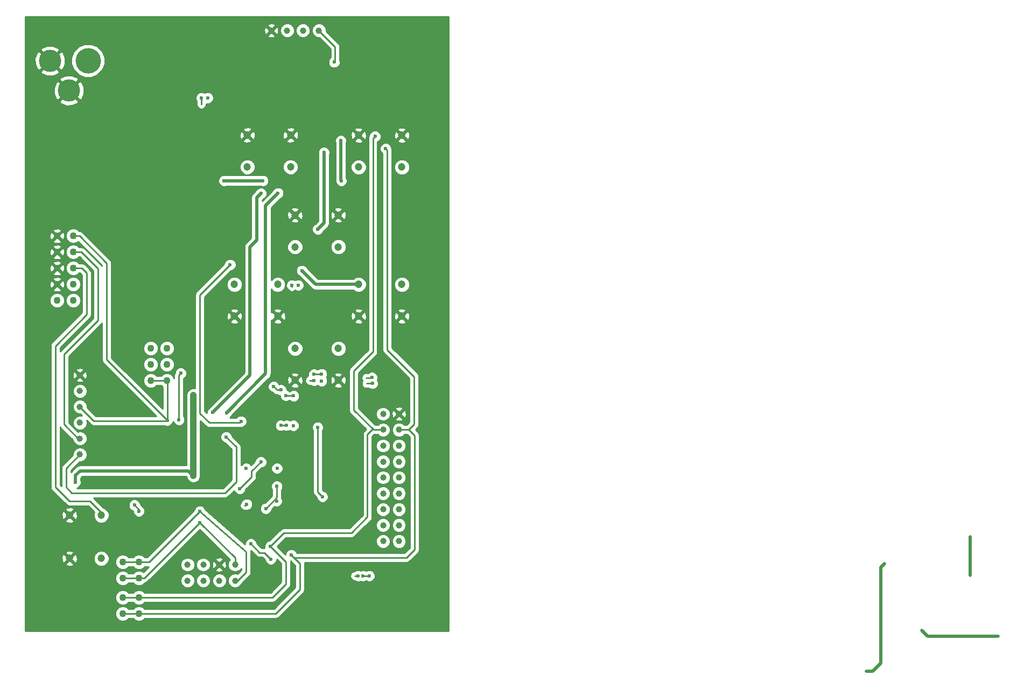
<source format=gbr>
G04 #@! TF.FileFunction,Copper,L2,Bot,Signal*
%FSLAX46Y46*%
G04 Gerber Fmt 4.6, Leading zero omitted, Abs format (unit mm)*
G04 Created by KiCad (PCBNEW 4.0.6) date 05/19/17 19:34:27*
%MOMM*%
%LPD*%
G01*
G04 APERTURE LIST*
%ADD10C,0.100000*%
%ADD11C,1.000000*%
%ADD12C,1.100000*%
%ADD13C,1.200000*%
%ADD14C,4.000000*%
%ADD15C,3.500000*%
%ADD16C,0.600000*%
%ADD17C,0.250000*%
%ADD18C,0.500000*%
%ADD19C,1.000000*%
%ADD20C,0.254000*%
G04 APERTURE END LIST*
D10*
D11*
X110400000Y-34870000D03*
X112900000Y-34870000D03*
X115400000Y-34870000D03*
X117900000Y-34870000D03*
D12*
X79270000Y-77330000D03*
X79270000Y-74790000D03*
X79270000Y-72250000D03*
X79270000Y-69710000D03*
X79270000Y-67170000D03*
X76730000Y-67170000D03*
X76730000Y-69710000D03*
X76730000Y-72250000D03*
X76730000Y-74790000D03*
X76730000Y-77330000D03*
D11*
X80300000Y-101550000D03*
X80300000Y-99050000D03*
X80300000Y-96550000D03*
X80300000Y-94050000D03*
X80300000Y-91550000D03*
X80300000Y-89050000D03*
X102225000Y-118875000D03*
X104725000Y-118875000D03*
X99725000Y-118875000D03*
X97225000Y-118875000D03*
X97225000Y-121375000D03*
X99725000Y-121375000D03*
X102225000Y-121375000D03*
X104725000Y-121375000D03*
X127987500Y-95162500D03*
X130487500Y-95162500D03*
X127987500Y-97662500D03*
X130487500Y-97662500D03*
X127987500Y-100162500D03*
X130487500Y-100162500D03*
X127987500Y-102662500D03*
X130487500Y-102662500D03*
X127987500Y-105162500D03*
X130487500Y-105162500D03*
X127987500Y-107662500D03*
X130487500Y-107662500D03*
X127987500Y-110162500D03*
X130487500Y-110162500D03*
X127987500Y-112662500D03*
X130487500Y-112662500D03*
X127987500Y-115162500D03*
X130487500Y-115162500D03*
D13*
X130940000Y-56340000D03*
X130940000Y-51340000D03*
X124140000Y-51340000D03*
X124140000Y-56340000D03*
X113440000Y-56315000D03*
X113440000Y-51315000D03*
X106640000Y-51315000D03*
X106640000Y-56315000D03*
X124140000Y-74790000D03*
X124140000Y-79790000D03*
X130940000Y-79790000D03*
X130940000Y-74790000D03*
X104615000Y-74790000D03*
X104615000Y-79790000D03*
X111415000Y-79790000D03*
X111415000Y-74790000D03*
X120940000Y-68890000D03*
X120940000Y-63890000D03*
X114140000Y-63890000D03*
X114140000Y-68890000D03*
X114140000Y-84865000D03*
X114140000Y-89865000D03*
X120940000Y-89865000D03*
X120940000Y-84865000D03*
X83675000Y-111100000D03*
X78675000Y-111100000D03*
X78675000Y-117900000D03*
X83675000Y-117900000D03*
D14*
X81592000Y-39610000D03*
D15*
X75592000Y-39610000D03*
X78592000Y-44310000D03*
D12*
X87060000Y-126580000D03*
X87060000Y-124040000D03*
X89600000Y-126580000D03*
X89600000Y-124040000D03*
X87040000Y-121000000D03*
X87040000Y-118460000D03*
X89580000Y-121000000D03*
X89580000Y-118460000D03*
X93970000Y-89910000D03*
X91430000Y-89910000D03*
X93970000Y-87370000D03*
X91430000Y-87370000D03*
X93970000Y-84830000D03*
X91430000Y-84830000D03*
D16*
X113900000Y-96990000D03*
X112810000Y-96970000D03*
X111910000Y-96970000D03*
X111250000Y-108890000D03*
X106560000Y-109360000D03*
X111310000Y-103710000D03*
X106460000Y-103730000D03*
X108770000Y-102730000D03*
X105460000Y-106920000D03*
X109550000Y-110050000D03*
X111280000Y-106540000D03*
X113920000Y-92330000D03*
X112690000Y-92300000D03*
X111910000Y-91380000D03*
X110790000Y-90860000D03*
X118320000Y-89980000D03*
X118330000Y-88890000D03*
X117100000Y-88920000D03*
X117140000Y-89900000D03*
X126310000Y-90380000D03*
X126250000Y-89410000D03*
X89590000Y-110460000D03*
X88880000Y-109500000D03*
X114660000Y-74916000D03*
X113644000Y-74916000D03*
X100436000Y-45452000D03*
X99420000Y-45452000D03*
X125836000Y-120636000D03*
X124820000Y-120636000D03*
X124058000Y-120636000D03*
X115680000Y-97380000D03*
X107990000Y-96680000D03*
X109500000Y-113840000D03*
X116070000Y-106400000D03*
X117708000Y-97268000D03*
X118470000Y-108190000D03*
X121340000Y-52170000D03*
X121415000Y-58490000D03*
X102990000Y-58490000D03*
X109090000Y-58490000D03*
X98160000Y-92210000D03*
X98150000Y-104900000D03*
X79600000Y-105925000D03*
X95890000Y-96060000D03*
X96160000Y-88770000D03*
X94050000Y-96150000D03*
X107210000Y-115600000D03*
X110340000Y-118000000D03*
X120290000Y-39830000D03*
X115230000Y-72620000D03*
X117740000Y-66090000D03*
X118690000Y-54040000D03*
X126720000Y-51510000D03*
X110260000Y-115980000D03*
X128400000Y-53420000D03*
X113550000Y-117320000D03*
X108790000Y-60480000D03*
X101180000Y-94910000D03*
X103940000Y-71690000D03*
X105640000Y-96330000D03*
X111470000Y-60430000D03*
X103350000Y-95000000D03*
X103300000Y-98775000D03*
X99166000Y-110476000D03*
X99166000Y-112254000D03*
D17*
X113900000Y-96990000D02*
X113900000Y-97000000D01*
X111910000Y-96970000D02*
X112810000Y-96970000D01*
D18*
X220300000Y-120550000D02*
X220300000Y-114450000D01*
X204000000Y-135600000D02*
X205025000Y-135600000D01*
X206250000Y-119300000D02*
X206825000Y-118725000D01*
X206250000Y-134375000D02*
X206250000Y-119300000D01*
X205025000Y-135600000D02*
X206250000Y-134375000D01*
X213650000Y-130150000D02*
X224750000Y-130150000D01*
X212700000Y-129200000D02*
X213650000Y-130150000D01*
D17*
X106190000Y-109550000D02*
X106370000Y-109550000D01*
X106370000Y-109550000D02*
X106560000Y-109360000D01*
X107320000Y-104180000D02*
X108770000Y-102730000D01*
X107320000Y-105060000D02*
X107320000Y-104180000D01*
X105460000Y-106920000D02*
X107320000Y-105060000D01*
X111270000Y-108330000D02*
X109550000Y-110050000D01*
X111270000Y-106550000D02*
X111270000Y-108330000D01*
X111280000Y-106540000D02*
X111270000Y-106550000D01*
X112720000Y-92330000D02*
X113920000Y-92330000D01*
X112690000Y-92300000D02*
X112720000Y-92330000D01*
X111310000Y-91380000D02*
X111910000Y-91380000D01*
X110790000Y-90860000D02*
X111310000Y-91380000D01*
X117130000Y-88890000D02*
X118330000Y-88890000D01*
X117100000Y-88920000D02*
X117130000Y-88890000D01*
X116470000Y-89880000D02*
X117120000Y-89880000D01*
X117120000Y-89880000D02*
X117140000Y-89900000D01*
X125370000Y-90360000D02*
X126290000Y-90360000D01*
X126290000Y-90360000D02*
X126310000Y-90380000D01*
X89590000Y-110210000D02*
X89590000Y-110460000D01*
X88880000Y-109500000D02*
X89590000Y-110210000D01*
X125330000Y-89470000D02*
X126190000Y-89470000D01*
X126190000Y-89470000D02*
X126250000Y-89410000D01*
X113644000Y-75170000D02*
X113644000Y-74916000D01*
X99420000Y-46468000D02*
X99420000Y-45452000D01*
X123550000Y-120636000D02*
X124058000Y-120636000D01*
X124820000Y-120636000D02*
X125836000Y-120636000D01*
X115680000Y-106010000D02*
X115680000Y-97380000D01*
X116070000Y-106400000D02*
X115680000Y-106010000D01*
X117708000Y-107428000D02*
X117708000Y-97268000D01*
X118470000Y-108190000D02*
X117708000Y-107428000D01*
D18*
X121415000Y-58490000D02*
X121340000Y-58415000D01*
X121340000Y-52170000D02*
X121340000Y-58415000D01*
X102990000Y-58490000D02*
X109090000Y-58490000D01*
D19*
X98150000Y-104900000D02*
X98150000Y-92220000D01*
X98150000Y-92220000D02*
X98160000Y-92210000D01*
D18*
X79600000Y-104850000D02*
X79600000Y-105925000D01*
X80350000Y-104100000D02*
X79600000Y-104850000D01*
X97375000Y-104100000D02*
X80350000Y-104100000D01*
X98150000Y-104900000D02*
X97375000Y-104100000D01*
D17*
X95890000Y-89040000D02*
X95890000Y-96060000D01*
X96160000Y-88770000D02*
X95890000Y-89040000D01*
X83675000Y-111100000D02*
X83675000Y-110645000D01*
X83675000Y-110645000D02*
X81920000Y-108890000D01*
X80630000Y-72250000D02*
X79270000Y-72250000D01*
X81380000Y-73000000D02*
X80630000Y-72250000D01*
X81380000Y-79520000D02*
X81380000Y-73000000D01*
X76430000Y-84470000D02*
X81380000Y-79520000D01*
X76430000Y-106660000D02*
X76430000Y-84470000D01*
X78660000Y-108890000D02*
X76430000Y-106660000D01*
X81920000Y-108890000D02*
X78660000Y-108890000D01*
X83675000Y-111100000D02*
X83675000Y-111050000D01*
X80300000Y-99050000D02*
X80050000Y-99050000D01*
X80050000Y-99050000D02*
X77800000Y-96800000D01*
X77800000Y-96800000D02*
X77800000Y-85800000D01*
X77800000Y-85800000D02*
X83175000Y-80425000D01*
X83175000Y-80425000D02*
X83175000Y-72325000D01*
X83175000Y-72325000D02*
X80560000Y-69710000D01*
X80560000Y-69710000D02*
X79270000Y-69710000D01*
X91430000Y-89910000D02*
X93970000Y-89910000D01*
X93970000Y-89910000D02*
X94050000Y-89990000D01*
X94050000Y-89990000D02*
X94050000Y-96150000D01*
X79270000Y-67170000D02*
X80245000Y-67170000D01*
X84550000Y-86650000D02*
X94050000Y-96150000D01*
X84550000Y-71475000D02*
X84550000Y-86650000D01*
X80245000Y-67170000D02*
X84550000Y-71475000D01*
X82500000Y-96250000D02*
X80300000Y-94050000D01*
X93950000Y-96250000D02*
X82500000Y-96250000D01*
X94050000Y-96150000D02*
X93950000Y-96250000D01*
X108580000Y-116970000D02*
X107210000Y-115600000D01*
X109310000Y-116970000D02*
X108580000Y-116970000D01*
X110340000Y-118000000D02*
X109310000Y-116970000D01*
X120450000Y-37420000D02*
X117900000Y-34870000D01*
X120450000Y-39670000D02*
X120450000Y-37420000D01*
X120290000Y-39830000D02*
X120450000Y-39670000D01*
D18*
X117400000Y-74790000D02*
X124140000Y-74790000D01*
X115230000Y-72620000D02*
X117400000Y-74790000D01*
X124140000Y-74790000D02*
X124140000Y-74690000D01*
X118690000Y-54040000D02*
X118690000Y-65140000D01*
X118690000Y-65140000D02*
X117740000Y-66090000D01*
D17*
X123360000Y-94540000D02*
X126482500Y-97662500D01*
X123360000Y-88400000D02*
X123360000Y-94540000D01*
X126380000Y-85380000D02*
X123360000Y-88400000D01*
X126380000Y-51850000D02*
X126380000Y-85380000D01*
X126720000Y-51510000D02*
X126380000Y-51850000D01*
X89600000Y-124040000D02*
X110610000Y-124040000D01*
X112710000Y-118430000D02*
X110260000Y-115980000D01*
X112710000Y-121940000D02*
X112710000Y-118430000D01*
X110610000Y-124040000D02*
X112710000Y-121940000D01*
X87060000Y-124040000D02*
X89600000Y-124040000D01*
X126257500Y-97662500D02*
X126482500Y-97662500D01*
X126482500Y-97662500D02*
X127987500Y-97662500D01*
X110260000Y-115980000D02*
X112360000Y-113880000D01*
X112360000Y-113880000D02*
X123020000Y-113880000D01*
X123020000Y-113880000D02*
X125530000Y-111370000D01*
X125530000Y-111370000D02*
X125530000Y-98390000D01*
X125530000Y-98390000D02*
X126257500Y-97662500D01*
X87060000Y-126580000D02*
X89600000Y-126580000D01*
X132880000Y-96780000D02*
X131997500Y-97662500D01*
X132880000Y-89290000D02*
X132880000Y-96780000D01*
X128640000Y-85050000D02*
X132880000Y-89290000D01*
X128640000Y-53660000D02*
X128640000Y-85050000D01*
X128400000Y-53420000D02*
X128640000Y-53660000D01*
X113550000Y-117320000D02*
X114920000Y-118690000D01*
X111120000Y-126580000D02*
X87060000Y-126580000D01*
X114920000Y-122780000D02*
X111120000Y-126580000D01*
X114920000Y-118690000D02*
X114920000Y-122780000D01*
X132042500Y-97662500D02*
X131997500Y-97662500D01*
X131997500Y-97662500D02*
X130487500Y-97662500D01*
X132900000Y-98520000D02*
X132042500Y-97662500D01*
X132900000Y-116540000D02*
X132900000Y-98520000D01*
X131670000Y-117770000D02*
X132900000Y-116540000D01*
X114000000Y-117770000D02*
X131670000Y-117770000D01*
X113550000Y-117320000D02*
X114000000Y-117770000D01*
D18*
X108790000Y-60480000D02*
X108100000Y-61170000D01*
X108100000Y-61170000D02*
X108100000Y-67830000D01*
X108100000Y-67830000D02*
X107040000Y-68890000D01*
X107040000Y-68890000D02*
X107040000Y-89050000D01*
X107040000Y-89050000D02*
X101180000Y-94910000D01*
D17*
X99190000Y-76440000D02*
X103940000Y-71690000D01*
X99190000Y-95060000D02*
X99190000Y-76440000D01*
X100690000Y-96560000D02*
X99190000Y-95060000D01*
X105410000Y-96560000D02*
X100690000Y-96560000D01*
X105640000Y-96330000D02*
X105410000Y-96560000D01*
D18*
X111470000Y-60430000D02*
X109520000Y-62380000D01*
X109520000Y-62380000D02*
X109520000Y-88830000D01*
X109520000Y-88830000D02*
X103350000Y-95000000D01*
D17*
X78130000Y-103720000D02*
X80300000Y-101550000D01*
X78130000Y-106680000D02*
X78130000Y-103720000D01*
X79040000Y-107590000D02*
X78130000Y-106680000D01*
X103150000Y-107590000D02*
X79040000Y-107590000D01*
X104890000Y-105850000D02*
X103150000Y-107590000D01*
X104890000Y-100365000D02*
X104890000Y-105850000D01*
X103300000Y-98775000D02*
X104890000Y-100365000D01*
X89580000Y-118460000D02*
X91182000Y-118460000D01*
X91182000Y-118460000D02*
X99166000Y-110476000D01*
X87040000Y-118460000D02*
X89580000Y-118460000D01*
X104725000Y-121375000D02*
X105125000Y-121375000D01*
X105125000Y-121375000D02*
X106475000Y-120025000D01*
X106475000Y-120025000D02*
X106475000Y-116850000D01*
X106475000Y-116850000D02*
X99166000Y-110476000D01*
X89580000Y-121000000D02*
X90420000Y-121000000D01*
X90420000Y-121000000D02*
X99166000Y-112254000D01*
X104725000Y-118875000D02*
X104725000Y-117813000D01*
X104725000Y-117813000D02*
X99166000Y-112254000D01*
X87040000Y-121000000D02*
X89580000Y-121000000D01*
D20*
G36*
X138290000Y-129290000D02*
X71710000Y-129290000D01*
X71710000Y-118762735D01*
X77991870Y-118762735D01*
X78041383Y-118988164D01*
X78506036Y-119147807D01*
X78996413Y-119117482D01*
X79308617Y-118988164D01*
X79358130Y-118762735D01*
X78675000Y-118079605D01*
X77991870Y-118762735D01*
X71710000Y-118762735D01*
X71710000Y-117731036D01*
X77427193Y-117731036D01*
X77457518Y-118221413D01*
X77586836Y-118533617D01*
X77812265Y-118583130D01*
X78495395Y-117900000D01*
X78854605Y-117900000D01*
X79537735Y-118583130D01*
X79763164Y-118533617D01*
X79896827Y-118144579D01*
X82439786Y-118144579D01*
X82627408Y-118598657D01*
X82974515Y-118946371D01*
X83428266Y-119134785D01*
X83919579Y-119135214D01*
X84373657Y-118947592D01*
X84627014Y-118694677D01*
X85854794Y-118694677D01*
X86034820Y-119130372D01*
X86367875Y-119464009D01*
X86803255Y-119644794D01*
X87274677Y-119645206D01*
X87710372Y-119465180D01*
X87955980Y-119220000D01*
X88664292Y-119220000D01*
X88907875Y-119464009D01*
X89343255Y-119644794D01*
X89814677Y-119645206D01*
X90250372Y-119465180D01*
X90495980Y-119220000D01*
X91125198Y-119220000D01*
X90300624Y-120044574D01*
X90252125Y-119995991D01*
X89816745Y-119815206D01*
X89345323Y-119814794D01*
X88909628Y-119994820D01*
X88664020Y-120240000D01*
X87955708Y-120240000D01*
X87712125Y-119995991D01*
X87276745Y-119815206D01*
X86805323Y-119814794D01*
X86369628Y-119994820D01*
X86035991Y-120327875D01*
X85855206Y-120763255D01*
X85854794Y-121234677D01*
X86034820Y-121670372D01*
X86367875Y-122004009D01*
X86803255Y-122184794D01*
X87274677Y-122185206D01*
X87710372Y-122005180D01*
X87955980Y-121760000D01*
X88664292Y-121760000D01*
X88907875Y-122004009D01*
X89343255Y-122184794D01*
X89814677Y-122185206D01*
X90250372Y-122005180D01*
X90514888Y-121741125D01*
X90710839Y-121702148D01*
X90864051Y-121599775D01*
X96089803Y-121599775D01*
X96262233Y-122017086D01*
X96581235Y-122336645D01*
X96998244Y-122509803D01*
X97449775Y-122510197D01*
X97867086Y-122337767D01*
X98186645Y-122018765D01*
X98359803Y-121601756D01*
X98359804Y-121599775D01*
X98589803Y-121599775D01*
X98762233Y-122017086D01*
X99081235Y-122336645D01*
X99498244Y-122509803D01*
X99949775Y-122510197D01*
X100367086Y-122337767D01*
X100686645Y-122018765D01*
X100859803Y-121601756D01*
X100859804Y-121599775D01*
X101089803Y-121599775D01*
X101262233Y-122017086D01*
X101581235Y-122336645D01*
X101998244Y-122509803D01*
X102449775Y-122510197D01*
X102867086Y-122337767D01*
X103186645Y-122018765D01*
X103359803Y-121601756D01*
X103360197Y-121150225D01*
X103187767Y-120732914D01*
X102868765Y-120413355D01*
X102451756Y-120240197D01*
X102000225Y-120239803D01*
X101582914Y-120412233D01*
X101263355Y-120731235D01*
X101090197Y-121148244D01*
X101089803Y-121599775D01*
X100859804Y-121599775D01*
X100860197Y-121150225D01*
X100687767Y-120732914D01*
X100368765Y-120413355D01*
X99951756Y-120240197D01*
X99500225Y-120239803D01*
X99082914Y-120412233D01*
X98763355Y-120731235D01*
X98590197Y-121148244D01*
X98589803Y-121599775D01*
X98359804Y-121599775D01*
X98360197Y-121150225D01*
X98187767Y-120732914D01*
X97868765Y-120413355D01*
X97451756Y-120240197D01*
X97000225Y-120239803D01*
X96582914Y-120412233D01*
X96263355Y-120731235D01*
X96090197Y-121148244D01*
X96089803Y-121599775D01*
X90864051Y-121599775D01*
X90957401Y-121537401D01*
X93395027Y-119099775D01*
X96089803Y-119099775D01*
X96262233Y-119517086D01*
X96581235Y-119836645D01*
X96998244Y-120009803D01*
X97449775Y-120010197D01*
X97867086Y-119837767D01*
X98186645Y-119518765D01*
X98359803Y-119101756D01*
X98359804Y-119099775D01*
X98589803Y-119099775D01*
X98762233Y-119517086D01*
X99081235Y-119836645D01*
X99498244Y-120009803D01*
X99949775Y-120010197D01*
X100367086Y-119837767D01*
X100540050Y-119665104D01*
X101614501Y-119665104D01*
X101651648Y-119880217D01*
X102079972Y-120023112D01*
X102530375Y-119991217D01*
X102798352Y-119880217D01*
X102835499Y-119665104D01*
X102225000Y-119054605D01*
X101614501Y-119665104D01*
X100540050Y-119665104D01*
X100686645Y-119518765D01*
X100859803Y-119101756D01*
X100860127Y-118729972D01*
X101076888Y-118729972D01*
X101108783Y-119180375D01*
X101219783Y-119448352D01*
X101434896Y-119485499D01*
X102045395Y-118875000D01*
X102404605Y-118875000D01*
X103015104Y-119485499D01*
X103230217Y-119448352D01*
X103373112Y-119020028D01*
X103341217Y-118569625D01*
X103230217Y-118301648D01*
X103015104Y-118264501D01*
X102404605Y-118875000D01*
X102045395Y-118875000D01*
X101434896Y-118264501D01*
X101219783Y-118301648D01*
X101076888Y-118729972D01*
X100860127Y-118729972D01*
X100860197Y-118650225D01*
X100687767Y-118232914D01*
X100540007Y-118084896D01*
X101614501Y-118084896D01*
X102225000Y-118695395D01*
X102835499Y-118084896D01*
X102798352Y-117869783D01*
X102370028Y-117726888D01*
X101919625Y-117758783D01*
X101651648Y-117869783D01*
X101614501Y-118084896D01*
X100540007Y-118084896D01*
X100368765Y-117913355D01*
X99951756Y-117740197D01*
X99500225Y-117739803D01*
X99082914Y-117912233D01*
X98763355Y-118231235D01*
X98590197Y-118648244D01*
X98589803Y-119099775D01*
X98359804Y-119099775D01*
X98360197Y-118650225D01*
X98187767Y-118232914D01*
X97868765Y-117913355D01*
X97451756Y-117740197D01*
X97000225Y-117739803D01*
X96582914Y-117912233D01*
X96263355Y-118231235D01*
X96090197Y-118648244D01*
X96089803Y-119099775D01*
X93395027Y-119099775D01*
X99166000Y-113328802D01*
X103916027Y-118078829D01*
X103763355Y-118231235D01*
X103590197Y-118648244D01*
X103589803Y-119099775D01*
X103762233Y-119517086D01*
X104081235Y-119836645D01*
X104498244Y-120009803D01*
X104949775Y-120010197D01*
X105367086Y-119837767D01*
X105686645Y-119518765D01*
X105715000Y-119450479D01*
X105715000Y-119710198D01*
X105116566Y-120308632D01*
X104951756Y-120240197D01*
X104500225Y-120239803D01*
X104082914Y-120412233D01*
X103763355Y-120731235D01*
X103590197Y-121148244D01*
X103589803Y-121599775D01*
X103762233Y-122017086D01*
X104081235Y-122336645D01*
X104498244Y-122509803D01*
X104949775Y-122510197D01*
X105367086Y-122337767D01*
X105686645Y-122018765D01*
X105779389Y-121795413D01*
X107012401Y-120562401D01*
X107177148Y-120315840D01*
X107235000Y-120025000D01*
X107235000Y-116850000D01*
X107229876Y-116824239D01*
X107233232Y-116798188D01*
X107201110Y-116679627D01*
X107197705Y-116662507D01*
X108042599Y-117507401D01*
X108289161Y-117672148D01*
X108580000Y-117730000D01*
X108995198Y-117730000D01*
X109404878Y-118139680D01*
X109404838Y-118185167D01*
X109546883Y-118528943D01*
X109809673Y-118792192D01*
X110153201Y-118934838D01*
X110525167Y-118935162D01*
X110868943Y-118793117D01*
X111132192Y-118530327D01*
X111274838Y-118186799D01*
X111274940Y-118069742D01*
X111950000Y-118744802D01*
X111950000Y-121625198D01*
X110295198Y-123280000D01*
X90515708Y-123280000D01*
X90272125Y-123035991D01*
X89836745Y-122855206D01*
X89365323Y-122854794D01*
X88929628Y-123034820D01*
X88684020Y-123280000D01*
X87975708Y-123280000D01*
X87732125Y-123035991D01*
X87296745Y-122855206D01*
X86825323Y-122854794D01*
X86389628Y-123034820D01*
X86055991Y-123367875D01*
X85875206Y-123803255D01*
X85874794Y-124274677D01*
X86054820Y-124710372D01*
X86387875Y-125044009D01*
X86823255Y-125224794D01*
X87294677Y-125225206D01*
X87730372Y-125045180D01*
X87975980Y-124800000D01*
X88684292Y-124800000D01*
X88927875Y-125044009D01*
X89363255Y-125224794D01*
X89834677Y-125225206D01*
X90270372Y-125045180D01*
X90515980Y-124800000D01*
X110610000Y-124800000D01*
X110900839Y-124742148D01*
X111147401Y-124577401D01*
X113247401Y-122477401D01*
X113412148Y-122230840D01*
X113442719Y-122077148D01*
X113470000Y-121940000D01*
X113470000Y-118430000D01*
X113441396Y-118286198D01*
X114160000Y-119004802D01*
X114160000Y-122465198D01*
X110805198Y-125820000D01*
X90515708Y-125820000D01*
X90272125Y-125575991D01*
X89836745Y-125395206D01*
X89365323Y-125394794D01*
X88929628Y-125574820D01*
X88684020Y-125820000D01*
X87975708Y-125820000D01*
X87732125Y-125575991D01*
X87296745Y-125395206D01*
X86825323Y-125394794D01*
X86389628Y-125574820D01*
X86055991Y-125907875D01*
X85875206Y-126343255D01*
X85874794Y-126814677D01*
X86054820Y-127250372D01*
X86387875Y-127584009D01*
X86823255Y-127764794D01*
X87294677Y-127765206D01*
X87730372Y-127585180D01*
X87975980Y-127340000D01*
X88684292Y-127340000D01*
X88927875Y-127584009D01*
X89363255Y-127764794D01*
X89834677Y-127765206D01*
X90270372Y-127585180D01*
X90515980Y-127340000D01*
X111120000Y-127340000D01*
X111410839Y-127282148D01*
X111657401Y-127117401D01*
X115457401Y-123317401D01*
X115622148Y-123070839D01*
X115680000Y-122780000D01*
X115680000Y-120636000D01*
X122790000Y-120636000D01*
X122847852Y-120926839D01*
X123012599Y-121173401D01*
X123259161Y-121338148D01*
X123482043Y-121382482D01*
X123527673Y-121428192D01*
X123871201Y-121570838D01*
X124243167Y-121571162D01*
X124439057Y-121490222D01*
X124633201Y-121570838D01*
X125005167Y-121571162D01*
X125328371Y-121437617D01*
X125649201Y-121570838D01*
X126021167Y-121571162D01*
X126364943Y-121429117D01*
X126628192Y-121166327D01*
X126770838Y-120822799D01*
X126771162Y-120450833D01*
X126629117Y-120107057D01*
X126366327Y-119843808D01*
X126022799Y-119701162D01*
X125650833Y-119700838D01*
X125327629Y-119834383D01*
X125006799Y-119701162D01*
X124634833Y-119700838D01*
X124438943Y-119781778D01*
X124244799Y-119701162D01*
X123872833Y-119700838D01*
X123529057Y-119842883D01*
X123482415Y-119889444D01*
X123259161Y-119933852D01*
X123012599Y-120098599D01*
X122847852Y-120345161D01*
X122790000Y-120636000D01*
X115680000Y-120636000D01*
X115680000Y-118690000D01*
X115648174Y-118530000D01*
X131670000Y-118530000D01*
X131960839Y-118472148D01*
X132207401Y-118307401D01*
X133437401Y-117077401D01*
X133602148Y-116830839D01*
X133660000Y-116540000D01*
X133660000Y-98520000D01*
X133602148Y-98229161D01*
X133437401Y-97982599D01*
X133094802Y-97640000D01*
X133417401Y-97317401D01*
X133582148Y-97070840D01*
X133605757Y-96952148D01*
X133640000Y-96780000D01*
X133640000Y-89290000D01*
X133582148Y-88999161D01*
X133552752Y-88955167D01*
X133417402Y-88752599D01*
X129400000Y-84735198D01*
X129400000Y-80652735D01*
X130256870Y-80652735D01*
X130306383Y-80878164D01*
X130771036Y-81037807D01*
X131261413Y-81007482D01*
X131573617Y-80878164D01*
X131623130Y-80652735D01*
X130940000Y-79969605D01*
X130256870Y-80652735D01*
X129400000Y-80652735D01*
X129400000Y-79621036D01*
X129692193Y-79621036D01*
X129722518Y-80111413D01*
X129851836Y-80423617D01*
X130077265Y-80473130D01*
X130760395Y-79790000D01*
X131119605Y-79790000D01*
X131802735Y-80473130D01*
X132028164Y-80423617D01*
X132187807Y-79958964D01*
X132157482Y-79468587D01*
X132028164Y-79156383D01*
X131802735Y-79106870D01*
X131119605Y-79790000D01*
X130760395Y-79790000D01*
X130077265Y-79106870D01*
X129851836Y-79156383D01*
X129692193Y-79621036D01*
X129400000Y-79621036D01*
X129400000Y-78927265D01*
X130256870Y-78927265D01*
X130940000Y-79610395D01*
X131623130Y-78927265D01*
X131573617Y-78701836D01*
X131108964Y-78542193D01*
X130618587Y-78572518D01*
X130306383Y-78701836D01*
X130256870Y-78927265D01*
X129400000Y-78927265D01*
X129400000Y-75034579D01*
X129704786Y-75034579D01*
X129892408Y-75488657D01*
X130239515Y-75836371D01*
X130693266Y-76024785D01*
X131184579Y-76025214D01*
X131638657Y-75837592D01*
X131986371Y-75490485D01*
X132174785Y-75036734D01*
X132175214Y-74545421D01*
X131987592Y-74091343D01*
X131640485Y-73743629D01*
X131186734Y-73555215D01*
X130695421Y-73554786D01*
X130241343Y-73742408D01*
X129893629Y-74089515D01*
X129705215Y-74543266D01*
X129704786Y-75034579D01*
X129400000Y-75034579D01*
X129400000Y-56584579D01*
X129704786Y-56584579D01*
X129892408Y-57038657D01*
X130239515Y-57386371D01*
X130693266Y-57574785D01*
X131184579Y-57575214D01*
X131638657Y-57387592D01*
X131986371Y-57040485D01*
X132174785Y-56586734D01*
X132175214Y-56095421D01*
X131987592Y-55641343D01*
X131640485Y-55293629D01*
X131186734Y-55105215D01*
X130695421Y-55104786D01*
X130241343Y-55292408D01*
X129893629Y-55639515D01*
X129705215Y-56093266D01*
X129704786Y-56584579D01*
X129400000Y-56584579D01*
X129400000Y-53660000D01*
X129342148Y-53369161D01*
X129342148Y-53369160D01*
X129335054Y-53358543D01*
X129335162Y-53234833D01*
X129193117Y-52891057D01*
X128930327Y-52627808D01*
X128586799Y-52485162D01*
X128214833Y-52484838D01*
X127871057Y-52626883D01*
X127607808Y-52889673D01*
X127465162Y-53233201D01*
X127464838Y-53605167D01*
X127606883Y-53948943D01*
X127869673Y-54212192D01*
X127880000Y-54216480D01*
X127880000Y-85050000D01*
X127937852Y-85340839D01*
X128102599Y-85587401D01*
X132120000Y-89604803D01*
X132120000Y-96465198D01*
X131682698Y-96902500D01*
X131332559Y-96902500D01*
X131131265Y-96700855D01*
X130714256Y-96527697D01*
X130262725Y-96527303D01*
X129845414Y-96699733D01*
X129525855Y-97018735D01*
X129352697Y-97435744D01*
X129352303Y-97887275D01*
X129524733Y-98304586D01*
X129843735Y-98624145D01*
X130260744Y-98797303D01*
X130712275Y-98797697D01*
X131129586Y-98625267D01*
X131332707Y-98422500D01*
X131727698Y-98422500D01*
X132140000Y-98834802D01*
X132140000Y-116225198D01*
X131355198Y-117010000D01*
X114433582Y-117010000D01*
X114343117Y-116791057D01*
X114080327Y-116527808D01*
X113736799Y-116385162D01*
X113364833Y-116384838D01*
X113021057Y-116526883D01*
X112757808Y-116789673D01*
X112615162Y-117133201D01*
X112615051Y-117260249D01*
X111334802Y-115980000D01*
X111927527Y-115387275D01*
X126852303Y-115387275D01*
X127024733Y-115804586D01*
X127343735Y-116124145D01*
X127760744Y-116297303D01*
X128212275Y-116297697D01*
X128629586Y-116125267D01*
X128949145Y-115806265D01*
X129122303Y-115389256D01*
X129122304Y-115387275D01*
X129352303Y-115387275D01*
X129524733Y-115804586D01*
X129843735Y-116124145D01*
X130260744Y-116297303D01*
X130712275Y-116297697D01*
X131129586Y-116125267D01*
X131449145Y-115806265D01*
X131622303Y-115389256D01*
X131622697Y-114937725D01*
X131450267Y-114520414D01*
X131131265Y-114200855D01*
X130714256Y-114027697D01*
X130262725Y-114027303D01*
X129845414Y-114199733D01*
X129525855Y-114518735D01*
X129352697Y-114935744D01*
X129352303Y-115387275D01*
X129122304Y-115387275D01*
X129122697Y-114937725D01*
X128950267Y-114520414D01*
X128631265Y-114200855D01*
X128214256Y-114027697D01*
X127762725Y-114027303D01*
X127345414Y-114199733D01*
X127025855Y-114518735D01*
X126852697Y-114935744D01*
X126852303Y-115387275D01*
X111927527Y-115387275D01*
X112674802Y-114640000D01*
X123020000Y-114640000D01*
X123310839Y-114582148D01*
X123557401Y-114417401D01*
X125087527Y-112887275D01*
X126852303Y-112887275D01*
X127024733Y-113304586D01*
X127343735Y-113624145D01*
X127760744Y-113797303D01*
X128212275Y-113797697D01*
X128629586Y-113625267D01*
X128949145Y-113306265D01*
X129122303Y-112889256D01*
X129122304Y-112887275D01*
X129352303Y-112887275D01*
X129524733Y-113304586D01*
X129843735Y-113624145D01*
X130260744Y-113797303D01*
X130712275Y-113797697D01*
X131129586Y-113625267D01*
X131449145Y-113306265D01*
X131622303Y-112889256D01*
X131622697Y-112437725D01*
X131450267Y-112020414D01*
X131131265Y-111700855D01*
X130714256Y-111527697D01*
X130262725Y-111527303D01*
X129845414Y-111699733D01*
X129525855Y-112018735D01*
X129352697Y-112435744D01*
X129352303Y-112887275D01*
X129122304Y-112887275D01*
X129122697Y-112437725D01*
X128950267Y-112020414D01*
X128631265Y-111700855D01*
X128214256Y-111527697D01*
X127762725Y-111527303D01*
X127345414Y-111699733D01*
X127025855Y-112018735D01*
X126852697Y-112435744D01*
X126852303Y-112887275D01*
X125087527Y-112887275D01*
X126067401Y-111907401D01*
X126232148Y-111660839D01*
X126290000Y-111370000D01*
X126290000Y-110387275D01*
X126852303Y-110387275D01*
X127024733Y-110804586D01*
X127343735Y-111124145D01*
X127760744Y-111297303D01*
X128212275Y-111297697D01*
X128629586Y-111125267D01*
X128949145Y-110806265D01*
X129122303Y-110389256D01*
X129122304Y-110387275D01*
X129352303Y-110387275D01*
X129524733Y-110804586D01*
X129843735Y-111124145D01*
X130260744Y-111297303D01*
X130712275Y-111297697D01*
X131129586Y-111125267D01*
X131449145Y-110806265D01*
X131622303Y-110389256D01*
X131622697Y-109937725D01*
X131450267Y-109520414D01*
X131131265Y-109200855D01*
X130714256Y-109027697D01*
X130262725Y-109027303D01*
X129845414Y-109199733D01*
X129525855Y-109518735D01*
X129352697Y-109935744D01*
X129352303Y-110387275D01*
X129122304Y-110387275D01*
X129122697Y-109937725D01*
X128950267Y-109520414D01*
X128631265Y-109200855D01*
X128214256Y-109027697D01*
X127762725Y-109027303D01*
X127345414Y-109199733D01*
X127025855Y-109518735D01*
X126852697Y-109935744D01*
X126852303Y-110387275D01*
X126290000Y-110387275D01*
X126290000Y-107887275D01*
X126852303Y-107887275D01*
X127024733Y-108304586D01*
X127343735Y-108624145D01*
X127760744Y-108797303D01*
X128212275Y-108797697D01*
X128629586Y-108625267D01*
X128949145Y-108306265D01*
X129122303Y-107889256D01*
X129122304Y-107887275D01*
X129352303Y-107887275D01*
X129524733Y-108304586D01*
X129843735Y-108624145D01*
X130260744Y-108797303D01*
X130712275Y-108797697D01*
X131129586Y-108625267D01*
X131449145Y-108306265D01*
X131622303Y-107889256D01*
X131622697Y-107437725D01*
X131450267Y-107020414D01*
X131131265Y-106700855D01*
X130714256Y-106527697D01*
X130262725Y-106527303D01*
X129845414Y-106699733D01*
X129525855Y-107018735D01*
X129352697Y-107435744D01*
X129352303Y-107887275D01*
X129122304Y-107887275D01*
X129122697Y-107437725D01*
X128950267Y-107020414D01*
X128631265Y-106700855D01*
X128214256Y-106527697D01*
X127762725Y-106527303D01*
X127345414Y-106699733D01*
X127025855Y-107018735D01*
X126852697Y-107435744D01*
X126852303Y-107887275D01*
X126290000Y-107887275D01*
X126290000Y-105387275D01*
X126852303Y-105387275D01*
X127024733Y-105804586D01*
X127343735Y-106124145D01*
X127760744Y-106297303D01*
X128212275Y-106297697D01*
X128629586Y-106125267D01*
X128949145Y-105806265D01*
X129122303Y-105389256D01*
X129122304Y-105387275D01*
X129352303Y-105387275D01*
X129524733Y-105804586D01*
X129843735Y-106124145D01*
X130260744Y-106297303D01*
X130712275Y-106297697D01*
X131129586Y-106125267D01*
X131449145Y-105806265D01*
X131622303Y-105389256D01*
X131622697Y-104937725D01*
X131450267Y-104520414D01*
X131131265Y-104200855D01*
X130714256Y-104027697D01*
X130262725Y-104027303D01*
X129845414Y-104199733D01*
X129525855Y-104518735D01*
X129352697Y-104935744D01*
X129352303Y-105387275D01*
X129122304Y-105387275D01*
X129122697Y-104937725D01*
X128950267Y-104520414D01*
X128631265Y-104200855D01*
X128214256Y-104027697D01*
X127762725Y-104027303D01*
X127345414Y-104199733D01*
X127025855Y-104518735D01*
X126852697Y-104935744D01*
X126852303Y-105387275D01*
X126290000Y-105387275D01*
X126290000Y-102887275D01*
X126852303Y-102887275D01*
X127024733Y-103304586D01*
X127343735Y-103624145D01*
X127760744Y-103797303D01*
X128212275Y-103797697D01*
X128629586Y-103625267D01*
X128949145Y-103306265D01*
X129122303Y-102889256D01*
X129122304Y-102887275D01*
X129352303Y-102887275D01*
X129524733Y-103304586D01*
X129843735Y-103624145D01*
X130260744Y-103797303D01*
X130712275Y-103797697D01*
X131129586Y-103625267D01*
X131449145Y-103306265D01*
X131622303Y-102889256D01*
X131622697Y-102437725D01*
X131450267Y-102020414D01*
X131131265Y-101700855D01*
X130714256Y-101527697D01*
X130262725Y-101527303D01*
X129845414Y-101699733D01*
X129525855Y-102018735D01*
X129352697Y-102435744D01*
X129352303Y-102887275D01*
X129122304Y-102887275D01*
X129122697Y-102437725D01*
X128950267Y-102020414D01*
X128631265Y-101700855D01*
X128214256Y-101527697D01*
X127762725Y-101527303D01*
X127345414Y-101699733D01*
X127025855Y-102018735D01*
X126852697Y-102435744D01*
X126852303Y-102887275D01*
X126290000Y-102887275D01*
X126290000Y-100387275D01*
X126852303Y-100387275D01*
X127024733Y-100804586D01*
X127343735Y-101124145D01*
X127760744Y-101297303D01*
X128212275Y-101297697D01*
X128629586Y-101125267D01*
X128949145Y-100806265D01*
X129122303Y-100389256D01*
X129122304Y-100387275D01*
X129352303Y-100387275D01*
X129524733Y-100804586D01*
X129843735Y-101124145D01*
X130260744Y-101297303D01*
X130712275Y-101297697D01*
X131129586Y-101125267D01*
X131449145Y-100806265D01*
X131622303Y-100389256D01*
X131622697Y-99937725D01*
X131450267Y-99520414D01*
X131131265Y-99200855D01*
X130714256Y-99027697D01*
X130262725Y-99027303D01*
X129845414Y-99199733D01*
X129525855Y-99518735D01*
X129352697Y-99935744D01*
X129352303Y-100387275D01*
X129122304Y-100387275D01*
X129122697Y-99937725D01*
X128950267Y-99520414D01*
X128631265Y-99200855D01*
X128214256Y-99027697D01*
X127762725Y-99027303D01*
X127345414Y-99199733D01*
X127025855Y-99518735D01*
X126852697Y-99935744D01*
X126852303Y-100387275D01*
X126290000Y-100387275D01*
X126290000Y-98704802D01*
X126572302Y-98422500D01*
X127142441Y-98422500D01*
X127343735Y-98624145D01*
X127760744Y-98797303D01*
X128212275Y-98797697D01*
X128629586Y-98625267D01*
X128949145Y-98306265D01*
X129122303Y-97889256D01*
X129122697Y-97437725D01*
X128950267Y-97020414D01*
X128631265Y-96700855D01*
X128214256Y-96527697D01*
X127762725Y-96527303D01*
X127345414Y-96699733D01*
X127142293Y-96902500D01*
X126797302Y-96902500D01*
X125282077Y-95387275D01*
X126852303Y-95387275D01*
X127024733Y-95804586D01*
X127343735Y-96124145D01*
X127760744Y-96297303D01*
X128212275Y-96297697D01*
X128629586Y-96125267D01*
X128802550Y-95952604D01*
X129877001Y-95952604D01*
X129914148Y-96167717D01*
X130342472Y-96310612D01*
X130792875Y-96278717D01*
X131060852Y-96167717D01*
X131097999Y-95952604D01*
X130487500Y-95342105D01*
X129877001Y-95952604D01*
X128802550Y-95952604D01*
X128949145Y-95806265D01*
X129122303Y-95389256D01*
X129122627Y-95017472D01*
X129339388Y-95017472D01*
X129371283Y-95467875D01*
X129482283Y-95735852D01*
X129697396Y-95772999D01*
X130307895Y-95162500D01*
X130667105Y-95162500D01*
X131277604Y-95772999D01*
X131492717Y-95735852D01*
X131635612Y-95307528D01*
X131603717Y-94857125D01*
X131492717Y-94589148D01*
X131277604Y-94552001D01*
X130667105Y-95162500D01*
X130307895Y-95162500D01*
X129697396Y-94552001D01*
X129482283Y-94589148D01*
X129339388Y-95017472D01*
X129122627Y-95017472D01*
X129122697Y-94937725D01*
X128950267Y-94520414D01*
X128802507Y-94372396D01*
X129877001Y-94372396D01*
X130487500Y-94982895D01*
X131097999Y-94372396D01*
X131060852Y-94157283D01*
X130632528Y-94014388D01*
X130182125Y-94046283D01*
X129914148Y-94157283D01*
X129877001Y-94372396D01*
X128802507Y-94372396D01*
X128631265Y-94200855D01*
X128214256Y-94027697D01*
X127762725Y-94027303D01*
X127345414Y-94199733D01*
X127025855Y-94518735D01*
X126852697Y-94935744D01*
X126852303Y-95387275D01*
X125282077Y-95387275D01*
X124120000Y-94225198D01*
X124120000Y-89470000D01*
X124570000Y-89470000D01*
X124627852Y-89760839D01*
X124750859Y-89944932D01*
X124667852Y-90069161D01*
X124610000Y-90360000D01*
X124667852Y-90650839D01*
X124832599Y-90897401D01*
X125079161Y-91062148D01*
X125370000Y-91120000D01*
X125727572Y-91120000D01*
X125779673Y-91172192D01*
X126123201Y-91314838D01*
X126495167Y-91315162D01*
X126838943Y-91173117D01*
X127102192Y-90910327D01*
X127244838Y-90566799D01*
X127245162Y-90194833D01*
X127103117Y-89851057D01*
X127086269Y-89834179D01*
X127184838Y-89596799D01*
X127185162Y-89224833D01*
X127043117Y-88881057D01*
X126780327Y-88617808D01*
X126436799Y-88475162D01*
X126064833Y-88474838D01*
X125721057Y-88616883D01*
X125627777Y-88710000D01*
X125330000Y-88710000D01*
X125039161Y-88767852D01*
X124792599Y-88932599D01*
X124627852Y-89179161D01*
X124570000Y-89470000D01*
X124120000Y-89470000D01*
X124120000Y-88714802D01*
X126917401Y-85917401D01*
X127082148Y-85670839D01*
X127140000Y-85380000D01*
X127140000Y-52348131D01*
X127248943Y-52303117D01*
X127349500Y-52202735D01*
X130256870Y-52202735D01*
X130306383Y-52428164D01*
X130771036Y-52587807D01*
X131261413Y-52557482D01*
X131573617Y-52428164D01*
X131623130Y-52202735D01*
X130940000Y-51519605D01*
X130256870Y-52202735D01*
X127349500Y-52202735D01*
X127512192Y-52040327D01*
X127654838Y-51696799D01*
X127655162Y-51324833D01*
X127591615Y-51171036D01*
X129692193Y-51171036D01*
X129722518Y-51661413D01*
X129851836Y-51973617D01*
X130077265Y-52023130D01*
X130760395Y-51340000D01*
X131119605Y-51340000D01*
X131802735Y-52023130D01*
X132028164Y-51973617D01*
X132187807Y-51508964D01*
X132157482Y-51018587D01*
X132028164Y-50706383D01*
X131802735Y-50656870D01*
X131119605Y-51340000D01*
X130760395Y-51340000D01*
X130077265Y-50656870D01*
X129851836Y-50706383D01*
X129692193Y-51171036D01*
X127591615Y-51171036D01*
X127513117Y-50981057D01*
X127250327Y-50717808D01*
X126906799Y-50575162D01*
X126534833Y-50574838D01*
X126191057Y-50716883D01*
X125927808Y-50979673D01*
X125785162Y-51323201D01*
X125785096Y-51398658D01*
X125677852Y-51559161D01*
X125620000Y-51850000D01*
X125620000Y-85065198D01*
X122822599Y-87862599D01*
X122657852Y-88109161D01*
X122600000Y-88400000D01*
X122600000Y-94540000D01*
X122657852Y-94830839D01*
X122822599Y-95077401D01*
X125295198Y-97550000D01*
X124992599Y-97852599D01*
X124827852Y-98099161D01*
X124770000Y-98390000D01*
X124770000Y-111055198D01*
X122705198Y-113120000D01*
X112360000Y-113120000D01*
X112117414Y-113168254D01*
X112069160Y-113177852D01*
X111822599Y-113342599D01*
X110120320Y-115044878D01*
X110074833Y-115044838D01*
X109731057Y-115186883D01*
X109467808Y-115449673D01*
X109325162Y-115793201D01*
X109324838Y-116165167D01*
X109346350Y-116217231D01*
X109310000Y-116210000D01*
X108894802Y-116210000D01*
X108145122Y-115460320D01*
X108145162Y-115414833D01*
X108003117Y-115071057D01*
X107740327Y-114807808D01*
X107396799Y-114665162D01*
X107024833Y-114664838D01*
X106681057Y-114806883D01*
X106417808Y-115069673D01*
X106275162Y-115413201D01*
X106274941Y-115667132D01*
X100096186Y-110278791D01*
X99959117Y-109947057D01*
X99696327Y-109683808D01*
X99374084Y-109550000D01*
X105430000Y-109550000D01*
X105487852Y-109840839D01*
X105652599Y-110087401D01*
X105899161Y-110252148D01*
X106190000Y-110310000D01*
X106370000Y-110310000D01*
X106445905Y-110294901D01*
X106745167Y-110295162D01*
X106890366Y-110235167D01*
X108614838Y-110235167D01*
X108756883Y-110578943D01*
X109019673Y-110842192D01*
X109363201Y-110984838D01*
X109735167Y-110985162D01*
X110078943Y-110843117D01*
X110342192Y-110580327D01*
X110484838Y-110236799D01*
X110484879Y-110189923D01*
X110912529Y-109762273D01*
X111063201Y-109824838D01*
X111435167Y-109825162D01*
X111778943Y-109683117D01*
X112042192Y-109420327D01*
X112184838Y-109076799D01*
X112185162Y-108704833D01*
X112043117Y-108361057D01*
X112027028Y-108344940D01*
X112030000Y-108330000D01*
X112030000Y-107112445D01*
X112072192Y-107070327D01*
X112214838Y-106726799D01*
X112215162Y-106354833D01*
X112073117Y-106011057D01*
X111810327Y-105747808D01*
X111466799Y-105605162D01*
X111094833Y-105604838D01*
X110751057Y-105746883D01*
X110487808Y-106009673D01*
X110345162Y-106353201D01*
X110344838Y-106725167D01*
X110486883Y-107068943D01*
X110510000Y-107092100D01*
X110510000Y-108015198D01*
X109410320Y-109114878D01*
X109364833Y-109114838D01*
X109021057Y-109256883D01*
X108757808Y-109519673D01*
X108615162Y-109863201D01*
X108614838Y-110235167D01*
X106890366Y-110235167D01*
X107088943Y-110153117D01*
X107352192Y-109890327D01*
X107494838Y-109546799D01*
X107495162Y-109174833D01*
X107353117Y-108831057D01*
X107090327Y-108567808D01*
X106746799Y-108425162D01*
X106374833Y-108424838D01*
X106031057Y-108566883D01*
X105767808Y-108829673D01*
X105706922Y-108976301D01*
X105652599Y-109012599D01*
X105487852Y-109259161D01*
X105430000Y-109550000D01*
X99374084Y-109550000D01*
X99352799Y-109541162D01*
X98980833Y-109540838D01*
X98637057Y-109682883D01*
X98373808Y-109945673D01*
X98231162Y-110289201D01*
X98231121Y-110336077D01*
X90867198Y-117700000D01*
X90495708Y-117700000D01*
X90252125Y-117455991D01*
X89816745Y-117275206D01*
X89345323Y-117274794D01*
X88909628Y-117454820D01*
X88664020Y-117700000D01*
X87955708Y-117700000D01*
X87712125Y-117455991D01*
X87276745Y-117275206D01*
X86805323Y-117274794D01*
X86369628Y-117454820D01*
X86035991Y-117787875D01*
X85855206Y-118223255D01*
X85854794Y-118694677D01*
X84627014Y-118694677D01*
X84721371Y-118600485D01*
X84909785Y-118146734D01*
X84910214Y-117655421D01*
X84722592Y-117201343D01*
X84375485Y-116853629D01*
X83921734Y-116665215D01*
X83430421Y-116664786D01*
X82976343Y-116852408D01*
X82628629Y-117199515D01*
X82440215Y-117653266D01*
X82439786Y-118144579D01*
X79896827Y-118144579D01*
X79922807Y-118068964D01*
X79892482Y-117578587D01*
X79763164Y-117266383D01*
X79537735Y-117216870D01*
X78854605Y-117900000D01*
X78495395Y-117900000D01*
X77812265Y-117216870D01*
X77586836Y-117266383D01*
X77427193Y-117731036D01*
X71710000Y-117731036D01*
X71710000Y-117037265D01*
X77991870Y-117037265D01*
X78675000Y-117720395D01*
X79358130Y-117037265D01*
X79308617Y-116811836D01*
X78843964Y-116652193D01*
X78353587Y-116682518D01*
X78041383Y-116811836D01*
X77991870Y-117037265D01*
X71710000Y-117037265D01*
X71710000Y-111962735D01*
X77991870Y-111962735D01*
X78041383Y-112188164D01*
X78506036Y-112347807D01*
X78996413Y-112317482D01*
X79308617Y-112188164D01*
X79358130Y-111962735D01*
X78675000Y-111279605D01*
X77991870Y-111962735D01*
X71710000Y-111962735D01*
X71710000Y-110931036D01*
X77427193Y-110931036D01*
X77457518Y-111421413D01*
X77586836Y-111733617D01*
X77812265Y-111783130D01*
X78495395Y-111100000D01*
X78854605Y-111100000D01*
X79537735Y-111783130D01*
X79763164Y-111733617D01*
X79922807Y-111268964D01*
X79892482Y-110778587D01*
X79763164Y-110466383D01*
X79537735Y-110416870D01*
X78854605Y-111100000D01*
X78495395Y-111100000D01*
X77812265Y-110416870D01*
X77586836Y-110466383D01*
X77427193Y-110931036D01*
X71710000Y-110931036D01*
X71710000Y-110237265D01*
X77991870Y-110237265D01*
X78675000Y-110920395D01*
X79358130Y-110237265D01*
X79308617Y-110011836D01*
X78843964Y-109852193D01*
X78353587Y-109882518D01*
X78041383Y-110011836D01*
X77991870Y-110237265D01*
X71710000Y-110237265D01*
X71710000Y-84470000D01*
X75670000Y-84470000D01*
X75670000Y-106660000D01*
X75727852Y-106950839D01*
X75892599Y-107197401D01*
X78122599Y-109427401D01*
X78369160Y-109592148D01*
X78660000Y-109650000D01*
X81605198Y-109650000D01*
X82548261Y-110593063D01*
X82440215Y-110853266D01*
X82439786Y-111344579D01*
X82627408Y-111798657D01*
X82974515Y-112146371D01*
X83428266Y-112334785D01*
X83919579Y-112335214D01*
X84373657Y-112147592D01*
X84721371Y-111800485D01*
X84909785Y-111346734D01*
X84910214Y-110855421D01*
X84722592Y-110401343D01*
X84375485Y-110053629D01*
X84004302Y-109899500D01*
X83789969Y-109685167D01*
X87944838Y-109685167D01*
X88086883Y-110028943D01*
X88349673Y-110292192D01*
X88655035Y-110418990D01*
X88654838Y-110645167D01*
X88796883Y-110988943D01*
X89059673Y-111252192D01*
X89403201Y-111394838D01*
X89775167Y-111395162D01*
X90118943Y-111253117D01*
X90382192Y-110990327D01*
X90524838Y-110646799D01*
X90525162Y-110274833D01*
X90383117Y-109931057D01*
X90132039Y-109679541D01*
X90127401Y-109672599D01*
X89815122Y-109360320D01*
X89815162Y-109314833D01*
X89673117Y-108971057D01*
X89410327Y-108707808D01*
X89066799Y-108565162D01*
X88694833Y-108564838D01*
X88351057Y-108706883D01*
X88087808Y-108969673D01*
X87945162Y-109313201D01*
X87944838Y-109685167D01*
X83789969Y-109685167D01*
X82457401Y-108352599D01*
X82453511Y-108350000D01*
X103150000Y-108350000D01*
X103440839Y-108292148D01*
X103687401Y-108127401D01*
X104578869Y-107235933D01*
X104666883Y-107448943D01*
X104929673Y-107712192D01*
X105273201Y-107854838D01*
X105645167Y-107855162D01*
X105988943Y-107713117D01*
X106252192Y-107450327D01*
X106394838Y-107106799D01*
X106394879Y-107059923D01*
X107857401Y-105597401D01*
X108022148Y-105350840D01*
X108080000Y-105060000D01*
X108080000Y-104494802D01*
X108679635Y-103895167D01*
X110374838Y-103895167D01*
X110516883Y-104238943D01*
X110779673Y-104502192D01*
X111123201Y-104644838D01*
X111495167Y-104645162D01*
X111838943Y-104503117D01*
X112102192Y-104240327D01*
X112244838Y-103896799D01*
X112245162Y-103524833D01*
X112103117Y-103181057D01*
X111840327Y-102917808D01*
X111496799Y-102775162D01*
X111124833Y-102774838D01*
X110781057Y-102916883D01*
X110517808Y-103179673D01*
X110375162Y-103523201D01*
X110374838Y-103895167D01*
X108679635Y-103895167D01*
X108909680Y-103665122D01*
X108955167Y-103665162D01*
X109298943Y-103523117D01*
X109562192Y-103260327D01*
X109704838Y-102916799D01*
X109705162Y-102544833D01*
X109563117Y-102201057D01*
X109300327Y-101937808D01*
X108956799Y-101795162D01*
X108584833Y-101794838D01*
X108241057Y-101936883D01*
X107977808Y-102199673D01*
X107835162Y-102543201D01*
X107835121Y-102590077D01*
X107238642Y-103186556D01*
X106990327Y-102937808D01*
X106646799Y-102795162D01*
X106274833Y-102794838D01*
X105931057Y-102936883D01*
X105667808Y-103199673D01*
X105650000Y-103242559D01*
X105650000Y-100365000D01*
X105592148Y-100074161D01*
X105427401Y-99827599D01*
X104235122Y-98635320D01*
X104235162Y-98589833D01*
X104093117Y-98246057D01*
X103830327Y-97982808D01*
X103486799Y-97840162D01*
X103114833Y-97839838D01*
X102771057Y-97981883D01*
X102507808Y-98244673D01*
X102365162Y-98588201D01*
X102364838Y-98960167D01*
X102506883Y-99303943D01*
X102769673Y-99567192D01*
X103113201Y-99709838D01*
X103160077Y-99709879D01*
X104130000Y-100679802D01*
X104130000Y-105535198D01*
X102835198Y-106830000D01*
X79858165Y-106830000D01*
X80128943Y-106718117D01*
X80392192Y-106455327D01*
X80534838Y-106111799D01*
X80535162Y-105739833D01*
X80485000Y-105618431D01*
X80485000Y-105216580D01*
X80716579Y-104985000D01*
X97000165Y-104985000D01*
X97040109Y-105026233D01*
X97101397Y-105334346D01*
X97347434Y-105702566D01*
X97715654Y-105948603D01*
X98150000Y-106035000D01*
X98584346Y-105948603D01*
X98952566Y-105702566D01*
X99198603Y-105334346D01*
X99285000Y-104900000D01*
X99285000Y-96229802D01*
X100152599Y-97097401D01*
X100399160Y-97262148D01*
X100690000Y-97320000D01*
X105410000Y-97320000D01*
X105686295Y-97265041D01*
X105825167Y-97265162D01*
X106091375Y-97155167D01*
X110974838Y-97155167D01*
X111116883Y-97498943D01*
X111379673Y-97762192D01*
X111723201Y-97904838D01*
X112095167Y-97905162D01*
X112360228Y-97795641D01*
X112623201Y-97904838D01*
X112995167Y-97905162D01*
X113338943Y-97763117D01*
X113344797Y-97757273D01*
X113369673Y-97782192D01*
X113713201Y-97924838D01*
X114085167Y-97925162D01*
X114428943Y-97783117D01*
X114692192Y-97520327D01*
X114720079Y-97453167D01*
X116772838Y-97453167D01*
X116914883Y-97796943D01*
X116948000Y-97830118D01*
X116948000Y-107428000D01*
X117005852Y-107718839D01*
X117170599Y-107965401D01*
X117534878Y-108329680D01*
X117534838Y-108375167D01*
X117676883Y-108718943D01*
X117939673Y-108982192D01*
X118283201Y-109124838D01*
X118655167Y-109125162D01*
X118998943Y-108983117D01*
X119262192Y-108720327D01*
X119404838Y-108376799D01*
X119405162Y-108004833D01*
X119263117Y-107661057D01*
X119000327Y-107397808D01*
X118656799Y-107255162D01*
X118609923Y-107255121D01*
X118468000Y-107113198D01*
X118468000Y-97830463D01*
X118500192Y-97798327D01*
X118642838Y-97454799D01*
X118643162Y-97082833D01*
X118501117Y-96739057D01*
X118238327Y-96475808D01*
X117894799Y-96333162D01*
X117522833Y-96332838D01*
X117179057Y-96474883D01*
X116915808Y-96737673D01*
X116773162Y-97081201D01*
X116772838Y-97453167D01*
X114720079Y-97453167D01*
X114834838Y-97176799D01*
X114835162Y-96804833D01*
X114693117Y-96461057D01*
X114430327Y-96197808D01*
X114086799Y-96055162D01*
X113714833Y-96054838D01*
X113371057Y-96196883D01*
X113365203Y-96202727D01*
X113340327Y-96177808D01*
X112996799Y-96035162D01*
X112624833Y-96034838D01*
X112359772Y-96144359D01*
X112096799Y-96035162D01*
X111724833Y-96034838D01*
X111381057Y-96176883D01*
X111117808Y-96439673D01*
X110975162Y-96783201D01*
X110974838Y-97155167D01*
X106091375Y-97155167D01*
X106168943Y-97123117D01*
X106432192Y-96860327D01*
X106574838Y-96516799D01*
X106575162Y-96144833D01*
X106433117Y-95801057D01*
X106170327Y-95537808D01*
X105826799Y-95395162D01*
X105454833Y-95394838D01*
X105111057Y-95536883D01*
X104847808Y-95799673D01*
X104847672Y-95800000D01*
X103862285Y-95800000D01*
X103878943Y-95793117D01*
X104142192Y-95530327D01*
X104192566Y-95409014D01*
X108556412Y-91045167D01*
X109854838Y-91045167D01*
X109996883Y-91388943D01*
X110259673Y-91652192D01*
X110603201Y-91794838D01*
X110650077Y-91794879D01*
X110772599Y-91917401D01*
X111019161Y-92082148D01*
X111310000Y-92140000D01*
X111347537Y-92140000D01*
X111379673Y-92172192D01*
X111723201Y-92314838D01*
X111754986Y-92314866D01*
X111754838Y-92485167D01*
X111896883Y-92828943D01*
X112159673Y-93092192D01*
X112503201Y-93234838D01*
X112875167Y-93235162D01*
X113218943Y-93093117D01*
X113222065Y-93090000D01*
X113357537Y-93090000D01*
X113389673Y-93122192D01*
X113733201Y-93264838D01*
X114105167Y-93265162D01*
X114448943Y-93123117D01*
X114712192Y-92860327D01*
X114854838Y-92516799D01*
X114855162Y-92144833D01*
X114713117Y-91801057D01*
X114450327Y-91537808D01*
X114106799Y-91395162D01*
X113734833Y-91394838D01*
X113391057Y-91536883D01*
X113357882Y-91570000D01*
X113282411Y-91570000D01*
X113220327Y-91507808D01*
X112876799Y-91365162D01*
X112845014Y-91365134D01*
X112845162Y-91194833D01*
X112703117Y-90851057D01*
X112580011Y-90727735D01*
X113456870Y-90727735D01*
X113506383Y-90953164D01*
X113971036Y-91112807D01*
X114461413Y-91082482D01*
X114773617Y-90953164D01*
X114823130Y-90727735D01*
X114140000Y-90044605D01*
X113456870Y-90727735D01*
X112580011Y-90727735D01*
X112440327Y-90587808D01*
X112096799Y-90445162D01*
X111724833Y-90444838D01*
X111643941Y-90478262D01*
X111583117Y-90331057D01*
X111320327Y-90067808D01*
X110976799Y-89925162D01*
X110604833Y-89924838D01*
X110261057Y-90066883D01*
X109997808Y-90329673D01*
X109855162Y-90673201D01*
X109854838Y-91045167D01*
X108556412Y-91045167D01*
X109905543Y-89696036D01*
X112892193Y-89696036D01*
X112922518Y-90186413D01*
X113051836Y-90498617D01*
X113277265Y-90548130D01*
X113960395Y-89865000D01*
X114319605Y-89865000D01*
X115002735Y-90548130D01*
X115228164Y-90498617D01*
X115387807Y-90033964D01*
X115378286Y-89880000D01*
X115710000Y-89880000D01*
X115767852Y-90170839D01*
X115932599Y-90417401D01*
X116179161Y-90582148D01*
X116470000Y-90640000D01*
X116557572Y-90640000D01*
X116609673Y-90692192D01*
X116953201Y-90834838D01*
X117325167Y-90835162D01*
X117668943Y-90693117D01*
X117689876Y-90672221D01*
X117789673Y-90772192D01*
X118133201Y-90914838D01*
X118505167Y-90915162D01*
X118848943Y-90773117D01*
X118894404Y-90727735D01*
X120256870Y-90727735D01*
X120306383Y-90953164D01*
X120771036Y-91112807D01*
X121261413Y-91082482D01*
X121573617Y-90953164D01*
X121623130Y-90727735D01*
X120940000Y-90044605D01*
X120256870Y-90727735D01*
X118894404Y-90727735D01*
X119112192Y-90510327D01*
X119254838Y-90166799D01*
X119255162Y-89794833D01*
X119214341Y-89696036D01*
X119692193Y-89696036D01*
X119722518Y-90186413D01*
X119851836Y-90498617D01*
X120077265Y-90548130D01*
X120760395Y-89865000D01*
X121119605Y-89865000D01*
X121802735Y-90548130D01*
X122028164Y-90498617D01*
X122187807Y-90033964D01*
X122157482Y-89543587D01*
X122028164Y-89231383D01*
X121802735Y-89181870D01*
X121119605Y-89865000D01*
X120760395Y-89865000D01*
X120077265Y-89181870D01*
X119851836Y-89231383D01*
X119692193Y-89696036D01*
X119214341Y-89696036D01*
X119113117Y-89451057D01*
X119102282Y-89440203D01*
X119122192Y-89420327D01*
X119264838Y-89076799D01*
X119264902Y-89002265D01*
X120256870Y-89002265D01*
X120940000Y-89685395D01*
X121623130Y-89002265D01*
X121573617Y-88776836D01*
X121108964Y-88617193D01*
X120618587Y-88647518D01*
X120306383Y-88776836D01*
X120256870Y-89002265D01*
X119264902Y-89002265D01*
X119265162Y-88704833D01*
X119123117Y-88361057D01*
X118860327Y-88097808D01*
X118516799Y-87955162D01*
X118144833Y-87954838D01*
X117801057Y-88096883D01*
X117767882Y-88130000D01*
X117632515Y-88130000D01*
X117630327Y-88127808D01*
X117286799Y-87985162D01*
X116914833Y-87984838D01*
X116571057Y-88126883D01*
X116307808Y-88389673D01*
X116165162Y-88733201D01*
X116164838Y-89105167D01*
X116193678Y-89174964D01*
X116179161Y-89177852D01*
X115932599Y-89342599D01*
X115767852Y-89589161D01*
X115710000Y-89880000D01*
X115378286Y-89880000D01*
X115357482Y-89543587D01*
X115228164Y-89231383D01*
X115002735Y-89181870D01*
X114319605Y-89865000D01*
X113960395Y-89865000D01*
X113277265Y-89181870D01*
X113051836Y-89231383D01*
X112892193Y-89696036D01*
X109905543Y-89696036D01*
X110145787Y-89455792D01*
X110145790Y-89455790D01*
X110337633Y-89168675D01*
X110361239Y-89050000D01*
X110370734Y-89002265D01*
X113456870Y-89002265D01*
X114140000Y-89685395D01*
X114823130Y-89002265D01*
X114773617Y-88776836D01*
X114308964Y-88617193D01*
X113818587Y-88647518D01*
X113506383Y-88776836D01*
X113456870Y-89002265D01*
X110370734Y-89002265D01*
X110405001Y-88830000D01*
X110405000Y-88829995D01*
X110405000Y-85109579D01*
X112904786Y-85109579D01*
X113092408Y-85563657D01*
X113439515Y-85911371D01*
X113893266Y-86099785D01*
X114384579Y-86100214D01*
X114838657Y-85912592D01*
X115186371Y-85565485D01*
X115374785Y-85111734D01*
X115374786Y-85109579D01*
X119704786Y-85109579D01*
X119892408Y-85563657D01*
X120239515Y-85911371D01*
X120693266Y-86099785D01*
X121184579Y-86100214D01*
X121638657Y-85912592D01*
X121986371Y-85565485D01*
X122174785Y-85111734D01*
X122175214Y-84620421D01*
X121987592Y-84166343D01*
X121640485Y-83818629D01*
X121186734Y-83630215D01*
X120695421Y-83629786D01*
X120241343Y-83817408D01*
X119893629Y-84164515D01*
X119705215Y-84618266D01*
X119704786Y-85109579D01*
X115374786Y-85109579D01*
X115375214Y-84620421D01*
X115187592Y-84166343D01*
X114840485Y-83818629D01*
X114386734Y-83630215D01*
X113895421Y-83629786D01*
X113441343Y-83817408D01*
X113093629Y-84164515D01*
X112905215Y-84618266D01*
X112904786Y-85109579D01*
X110405000Y-85109579D01*
X110405000Y-80652735D01*
X110731870Y-80652735D01*
X110781383Y-80878164D01*
X111246036Y-81037807D01*
X111736413Y-81007482D01*
X112048617Y-80878164D01*
X112098130Y-80652735D01*
X123456870Y-80652735D01*
X123506383Y-80878164D01*
X123971036Y-81037807D01*
X124461413Y-81007482D01*
X124773617Y-80878164D01*
X124823130Y-80652735D01*
X124140000Y-79969605D01*
X123456870Y-80652735D01*
X112098130Y-80652735D01*
X111415000Y-79969605D01*
X110731870Y-80652735D01*
X110405000Y-80652735D01*
X110405000Y-80440785D01*
X110552265Y-80473130D01*
X111235395Y-79790000D01*
X111594605Y-79790000D01*
X112277735Y-80473130D01*
X112503164Y-80423617D01*
X112662807Y-79958964D01*
X112641910Y-79621036D01*
X122892193Y-79621036D01*
X122922518Y-80111413D01*
X123051836Y-80423617D01*
X123277265Y-80473130D01*
X123960395Y-79790000D01*
X124319605Y-79790000D01*
X125002735Y-80473130D01*
X125228164Y-80423617D01*
X125387807Y-79958964D01*
X125357482Y-79468587D01*
X125228164Y-79156383D01*
X125002735Y-79106870D01*
X124319605Y-79790000D01*
X123960395Y-79790000D01*
X123277265Y-79106870D01*
X123051836Y-79156383D01*
X122892193Y-79621036D01*
X112641910Y-79621036D01*
X112632482Y-79468587D01*
X112503164Y-79156383D01*
X112277735Y-79106870D01*
X111594605Y-79790000D01*
X111235395Y-79790000D01*
X110552265Y-79106870D01*
X110405000Y-79139215D01*
X110405000Y-78927265D01*
X110731870Y-78927265D01*
X111415000Y-79610395D01*
X112098130Y-78927265D01*
X123456870Y-78927265D01*
X124140000Y-79610395D01*
X124823130Y-78927265D01*
X124773617Y-78701836D01*
X124308964Y-78542193D01*
X123818587Y-78572518D01*
X123506383Y-78701836D01*
X123456870Y-78927265D01*
X112098130Y-78927265D01*
X112048617Y-78701836D01*
X111583964Y-78542193D01*
X111093587Y-78572518D01*
X110781383Y-78701836D01*
X110731870Y-78927265D01*
X110405000Y-78927265D01*
X110405000Y-75526315D01*
X110714515Y-75836371D01*
X111168266Y-76024785D01*
X111659579Y-76025214D01*
X112113657Y-75837592D01*
X112461371Y-75490485D01*
X112623030Y-75101167D01*
X112708838Y-75101167D01*
X112850883Y-75444943D01*
X113093878Y-75688362D01*
X113106599Y-75707401D01*
X113353161Y-75872148D01*
X113644000Y-75930000D01*
X113934839Y-75872148D01*
X114160845Y-75721136D01*
X114473201Y-75850838D01*
X114845167Y-75851162D01*
X115188943Y-75709117D01*
X115452192Y-75446327D01*
X115594838Y-75102799D01*
X115595162Y-74730833D01*
X115453117Y-74387057D01*
X115190327Y-74123808D01*
X114846799Y-73981162D01*
X114474833Y-73980838D01*
X114151629Y-74114383D01*
X113830799Y-73981162D01*
X113458833Y-73980838D01*
X113115057Y-74122883D01*
X112851808Y-74385673D01*
X112709162Y-74729201D01*
X112708838Y-75101167D01*
X112623030Y-75101167D01*
X112649785Y-75036734D01*
X112650214Y-74545421D01*
X112462592Y-74091343D01*
X112115485Y-73743629D01*
X111661734Y-73555215D01*
X111170421Y-73554786D01*
X110716343Y-73742408D01*
X110405000Y-74053207D01*
X110405000Y-72805167D01*
X114294838Y-72805167D01*
X114436883Y-73148943D01*
X114699673Y-73412192D01*
X114820986Y-73462566D01*
X116774208Y-75415787D01*
X116774210Y-75415790D01*
X117061325Y-75607633D01*
X117400000Y-75675000D01*
X123278426Y-75675000D01*
X123439515Y-75836371D01*
X123893266Y-76024785D01*
X124384579Y-76025214D01*
X124838657Y-75837592D01*
X125186371Y-75490485D01*
X125374785Y-75036734D01*
X125375214Y-74545421D01*
X125187592Y-74091343D01*
X124840485Y-73743629D01*
X124386734Y-73555215D01*
X123895421Y-73554786D01*
X123441343Y-73742408D01*
X123278467Y-73905000D01*
X117766579Y-73905000D01*
X116072744Y-72211164D01*
X116023117Y-72091057D01*
X115760327Y-71827808D01*
X115416799Y-71685162D01*
X115044833Y-71684838D01*
X114701057Y-71826883D01*
X114437808Y-72089673D01*
X114295162Y-72433201D01*
X114294838Y-72805167D01*
X110405000Y-72805167D01*
X110405000Y-69134579D01*
X112904786Y-69134579D01*
X113092408Y-69588657D01*
X113439515Y-69936371D01*
X113893266Y-70124785D01*
X114384579Y-70125214D01*
X114838657Y-69937592D01*
X115186371Y-69590485D01*
X115374785Y-69136734D01*
X115374786Y-69134579D01*
X119704786Y-69134579D01*
X119892408Y-69588657D01*
X120239515Y-69936371D01*
X120693266Y-70124785D01*
X121184579Y-70125214D01*
X121638657Y-69937592D01*
X121986371Y-69590485D01*
X122174785Y-69136734D01*
X122175214Y-68645421D01*
X121987592Y-68191343D01*
X121640485Y-67843629D01*
X121186734Y-67655215D01*
X120695421Y-67654786D01*
X120241343Y-67842408D01*
X119893629Y-68189515D01*
X119705215Y-68643266D01*
X119704786Y-69134579D01*
X115374786Y-69134579D01*
X115375214Y-68645421D01*
X115187592Y-68191343D01*
X114840485Y-67843629D01*
X114386734Y-67655215D01*
X113895421Y-67654786D01*
X113441343Y-67842408D01*
X113093629Y-68189515D01*
X112905215Y-68643266D01*
X112904786Y-69134579D01*
X110405000Y-69134579D01*
X110405000Y-66275167D01*
X116804838Y-66275167D01*
X116946883Y-66618943D01*
X117209673Y-66882192D01*
X117553201Y-67024838D01*
X117925167Y-67025162D01*
X118268943Y-66883117D01*
X118532192Y-66620327D01*
X118582566Y-66499014D01*
X119315787Y-65765792D01*
X119315790Y-65765790D01*
X119507633Y-65478675D01*
X119543794Y-65296883D01*
X119575001Y-65140000D01*
X119575000Y-65139995D01*
X119575000Y-64752735D01*
X120256870Y-64752735D01*
X120306383Y-64978164D01*
X120771036Y-65137807D01*
X121261413Y-65107482D01*
X121573617Y-64978164D01*
X121623130Y-64752735D01*
X120940000Y-64069605D01*
X120256870Y-64752735D01*
X119575000Y-64752735D01*
X119575000Y-63721036D01*
X119692193Y-63721036D01*
X119722518Y-64211413D01*
X119851836Y-64523617D01*
X120077265Y-64573130D01*
X120760395Y-63890000D01*
X121119605Y-63890000D01*
X121802735Y-64573130D01*
X122028164Y-64523617D01*
X122187807Y-64058964D01*
X122157482Y-63568587D01*
X122028164Y-63256383D01*
X121802735Y-63206870D01*
X121119605Y-63890000D01*
X120760395Y-63890000D01*
X120077265Y-63206870D01*
X119851836Y-63256383D01*
X119692193Y-63721036D01*
X119575000Y-63721036D01*
X119575000Y-63027265D01*
X120256870Y-63027265D01*
X120940000Y-63710395D01*
X121623130Y-63027265D01*
X121573617Y-62801836D01*
X121108964Y-62642193D01*
X120618587Y-62672518D01*
X120306383Y-62801836D01*
X120256870Y-63027265D01*
X119575000Y-63027265D01*
X119575000Y-54346822D01*
X119624838Y-54226799D01*
X119625162Y-53854833D01*
X119483117Y-53511057D01*
X119220327Y-53247808D01*
X118876799Y-53105162D01*
X118504833Y-53104838D01*
X118161057Y-53246883D01*
X117897808Y-53509673D01*
X117755162Y-53853201D01*
X117754838Y-54225167D01*
X117805000Y-54346569D01*
X117805000Y-64773421D01*
X117331165Y-65247256D01*
X117211057Y-65296883D01*
X116947808Y-65559673D01*
X116805162Y-65903201D01*
X116804838Y-66275167D01*
X110405000Y-66275167D01*
X110405000Y-64752735D01*
X113456870Y-64752735D01*
X113506383Y-64978164D01*
X113971036Y-65137807D01*
X114461413Y-65107482D01*
X114773617Y-64978164D01*
X114823130Y-64752735D01*
X114140000Y-64069605D01*
X113456870Y-64752735D01*
X110405000Y-64752735D01*
X110405000Y-63721036D01*
X112892193Y-63721036D01*
X112922518Y-64211413D01*
X113051836Y-64523617D01*
X113277265Y-64573130D01*
X113960395Y-63890000D01*
X114319605Y-63890000D01*
X115002735Y-64573130D01*
X115228164Y-64523617D01*
X115387807Y-64058964D01*
X115357482Y-63568587D01*
X115228164Y-63256383D01*
X115002735Y-63206870D01*
X114319605Y-63890000D01*
X113960395Y-63890000D01*
X113277265Y-63206870D01*
X113051836Y-63256383D01*
X112892193Y-63721036D01*
X110405000Y-63721036D01*
X110405000Y-63027265D01*
X113456870Y-63027265D01*
X114140000Y-63710395D01*
X114823130Y-63027265D01*
X114773617Y-62801836D01*
X114308964Y-62642193D01*
X113818587Y-62672518D01*
X113506383Y-62801836D01*
X113456870Y-63027265D01*
X110405000Y-63027265D01*
X110405000Y-62746580D01*
X111878834Y-61272745D01*
X111998943Y-61223117D01*
X112262192Y-60960327D01*
X112404838Y-60616799D01*
X112405162Y-60244833D01*
X112263117Y-59901057D01*
X112000327Y-59637808D01*
X111656799Y-59495162D01*
X111284833Y-59494838D01*
X110941057Y-59636883D01*
X110677808Y-59899673D01*
X110627434Y-60020987D01*
X108985000Y-61663420D01*
X108985000Y-61536580D01*
X109198835Y-61322745D01*
X109318943Y-61273117D01*
X109582192Y-61010327D01*
X109724838Y-60666799D01*
X109725162Y-60294833D01*
X109583117Y-59951057D01*
X109320327Y-59687808D01*
X108976799Y-59545162D01*
X108604833Y-59544838D01*
X108261057Y-59686883D01*
X107997808Y-59949673D01*
X107947434Y-60070987D01*
X107474210Y-60544210D01*
X107282367Y-60831325D01*
X107282367Y-60831326D01*
X107214999Y-61170000D01*
X107215000Y-61170005D01*
X107215000Y-67463421D01*
X106414210Y-68264210D01*
X106222367Y-68551325D01*
X106222367Y-68551326D01*
X106154999Y-68890000D01*
X106155000Y-68890005D01*
X106155000Y-88683421D01*
X100771164Y-94067256D01*
X100651057Y-94116883D01*
X100387808Y-94379673D01*
X100245162Y-94723201D01*
X100244886Y-95040084D01*
X99950000Y-94745198D01*
X99950000Y-80652735D01*
X103931870Y-80652735D01*
X103981383Y-80878164D01*
X104446036Y-81037807D01*
X104936413Y-81007482D01*
X105248617Y-80878164D01*
X105298130Y-80652735D01*
X104615000Y-79969605D01*
X103931870Y-80652735D01*
X99950000Y-80652735D01*
X99950000Y-79621036D01*
X103367193Y-79621036D01*
X103397518Y-80111413D01*
X103526836Y-80423617D01*
X103752265Y-80473130D01*
X104435395Y-79790000D01*
X104794605Y-79790000D01*
X105477735Y-80473130D01*
X105703164Y-80423617D01*
X105862807Y-79958964D01*
X105832482Y-79468587D01*
X105703164Y-79156383D01*
X105477735Y-79106870D01*
X104794605Y-79790000D01*
X104435395Y-79790000D01*
X103752265Y-79106870D01*
X103526836Y-79156383D01*
X103367193Y-79621036D01*
X99950000Y-79621036D01*
X99950000Y-78927265D01*
X103931870Y-78927265D01*
X104615000Y-79610395D01*
X105298130Y-78927265D01*
X105248617Y-78701836D01*
X104783964Y-78542193D01*
X104293587Y-78572518D01*
X103981383Y-78701836D01*
X103931870Y-78927265D01*
X99950000Y-78927265D01*
X99950000Y-76754802D01*
X101670223Y-75034579D01*
X103379786Y-75034579D01*
X103567408Y-75488657D01*
X103914515Y-75836371D01*
X104368266Y-76024785D01*
X104859579Y-76025214D01*
X105313657Y-75837592D01*
X105661371Y-75490485D01*
X105849785Y-75036734D01*
X105850214Y-74545421D01*
X105662592Y-74091343D01*
X105315485Y-73743629D01*
X104861734Y-73555215D01*
X104370421Y-73554786D01*
X103916343Y-73742408D01*
X103568629Y-74089515D01*
X103380215Y-74543266D01*
X103379786Y-75034579D01*
X101670223Y-75034579D01*
X104079680Y-72625122D01*
X104125167Y-72625162D01*
X104468943Y-72483117D01*
X104732192Y-72220327D01*
X104874838Y-71876799D01*
X104875162Y-71504833D01*
X104733117Y-71161057D01*
X104470327Y-70897808D01*
X104126799Y-70755162D01*
X103754833Y-70754838D01*
X103411057Y-70896883D01*
X103147808Y-71159673D01*
X103005162Y-71503201D01*
X103005121Y-71550077D01*
X98652599Y-75902599D01*
X98487852Y-76149161D01*
X98430000Y-76440000D01*
X98430000Y-91128707D01*
X98160000Y-91075000D01*
X97725655Y-91161397D01*
X97357434Y-91407434D01*
X97347434Y-91417434D01*
X97101397Y-91785654D01*
X97015000Y-92220000D01*
X97015000Y-103215000D01*
X80350005Y-103215000D01*
X80350000Y-103214999D01*
X80037829Y-103277095D01*
X80011325Y-103282367D01*
X79724210Y-103474210D01*
X79724208Y-103474213D01*
X78974210Y-104224210D01*
X78890000Y-104350240D01*
X78890000Y-104034802D01*
X80239854Y-102684948D01*
X80524775Y-102685197D01*
X80942086Y-102512767D01*
X81261645Y-102193765D01*
X81434803Y-101776756D01*
X81435197Y-101325225D01*
X81262767Y-100907914D01*
X80943765Y-100588355D01*
X80526756Y-100415197D01*
X80075225Y-100414803D01*
X79657914Y-100587233D01*
X79338355Y-100906235D01*
X79165197Y-101323244D01*
X79164947Y-101610251D01*
X77592599Y-103182599D01*
X77427852Y-103429161D01*
X77370000Y-103720000D01*
X77370000Y-106525198D01*
X77190000Y-106345198D01*
X77190000Y-97228749D01*
X77262599Y-97337401D01*
X79164834Y-99239636D01*
X79164803Y-99274775D01*
X79337233Y-99692086D01*
X79656235Y-100011645D01*
X80073244Y-100184803D01*
X80524775Y-100185197D01*
X80942086Y-100012767D01*
X81261645Y-99693765D01*
X81434803Y-99276756D01*
X81435197Y-98825225D01*
X81262767Y-98407914D01*
X80943765Y-98088355D01*
X80526756Y-97915197D01*
X80075225Y-97914803D01*
X80014639Y-97939837D01*
X78560000Y-96485198D01*
X78560000Y-91774775D01*
X79164803Y-91774775D01*
X79337233Y-92192086D01*
X79656235Y-92511645D01*
X80073244Y-92684803D01*
X80524775Y-92685197D01*
X80942086Y-92512767D01*
X81261645Y-92193765D01*
X81434803Y-91776756D01*
X81435197Y-91325225D01*
X81262767Y-90907914D01*
X80943765Y-90588355D01*
X80526756Y-90415197D01*
X80075225Y-90414803D01*
X79657914Y-90587233D01*
X79338355Y-90906235D01*
X79165197Y-91323244D01*
X79164803Y-91774775D01*
X78560000Y-91774775D01*
X78560000Y-89840104D01*
X79689501Y-89840104D01*
X79726648Y-90055217D01*
X80154972Y-90198112D01*
X80605375Y-90166217D01*
X80873352Y-90055217D01*
X80910499Y-89840104D01*
X80300000Y-89229605D01*
X79689501Y-89840104D01*
X78560000Y-89840104D01*
X78560000Y-88904972D01*
X79151888Y-88904972D01*
X79183783Y-89355375D01*
X79294783Y-89623352D01*
X79509896Y-89660499D01*
X80120395Y-89050000D01*
X80479605Y-89050000D01*
X81090104Y-89660499D01*
X81305217Y-89623352D01*
X81448112Y-89195028D01*
X81416217Y-88744625D01*
X81305217Y-88476648D01*
X81090104Y-88439501D01*
X80479605Y-89050000D01*
X80120395Y-89050000D01*
X79509896Y-88439501D01*
X79294783Y-88476648D01*
X79151888Y-88904972D01*
X78560000Y-88904972D01*
X78560000Y-88259896D01*
X79689501Y-88259896D01*
X80300000Y-88870395D01*
X80910499Y-88259896D01*
X80873352Y-88044783D01*
X80445028Y-87901888D01*
X79994625Y-87933783D01*
X79726648Y-88044783D01*
X79689501Y-88259896D01*
X78560000Y-88259896D01*
X78560000Y-86114802D01*
X83712401Y-80962401D01*
X83790000Y-80846266D01*
X83790000Y-86650000D01*
X83847852Y-86940839D01*
X84012599Y-87187401D01*
X92315198Y-95490000D01*
X82814802Y-95490000D01*
X81434948Y-94110146D01*
X81435197Y-93825225D01*
X81262767Y-93407914D01*
X80943765Y-93088355D01*
X80526756Y-92915197D01*
X80075225Y-92914803D01*
X79657914Y-93087233D01*
X79338355Y-93406235D01*
X79165197Y-93823244D01*
X79164803Y-94274775D01*
X79337233Y-94692086D01*
X79656235Y-95011645D01*
X80073244Y-95184803D01*
X80360251Y-95185053D01*
X80635585Y-95460387D01*
X80526756Y-95415197D01*
X80075225Y-95414803D01*
X79657914Y-95587233D01*
X79338355Y-95906235D01*
X79165197Y-96323244D01*
X79164803Y-96774775D01*
X79337233Y-97192086D01*
X79656235Y-97511645D01*
X80073244Y-97684803D01*
X80524775Y-97685197D01*
X80942086Y-97512767D01*
X81261645Y-97193765D01*
X81434803Y-96776756D01*
X81435197Y-96325225D01*
X81389269Y-96214071D01*
X81962599Y-96787401D01*
X82209161Y-96952148D01*
X82500000Y-97010000D01*
X93682972Y-97010000D01*
X93863201Y-97084838D01*
X94235167Y-97085162D01*
X94578943Y-96943117D01*
X94842192Y-96680327D01*
X94984838Y-96336799D01*
X94984855Y-96317813D01*
X95096883Y-96588943D01*
X95359673Y-96852192D01*
X95703201Y-96994838D01*
X96075167Y-96995162D01*
X96418943Y-96853117D01*
X96682192Y-96590327D01*
X96824838Y-96246799D01*
X96825162Y-95874833D01*
X96683117Y-95531057D01*
X96650000Y-95497882D01*
X96650000Y-89579208D01*
X96688943Y-89563117D01*
X96952192Y-89300327D01*
X97094838Y-88956799D01*
X97095162Y-88584833D01*
X96953117Y-88241057D01*
X96690327Y-87977808D01*
X96346799Y-87835162D01*
X95974833Y-87834838D01*
X95631057Y-87976883D01*
X95367808Y-88239673D01*
X95225162Y-88583201D01*
X95225066Y-88693466D01*
X95187852Y-88749161D01*
X95130000Y-89040000D01*
X95130000Y-89614320D01*
X94975180Y-89239628D01*
X94642125Y-88905991D01*
X94206745Y-88725206D01*
X93735323Y-88724794D01*
X93299628Y-88904820D01*
X93054020Y-89150000D01*
X92345708Y-89150000D01*
X92102125Y-88905991D01*
X91666745Y-88725206D01*
X91195323Y-88724794D01*
X90759628Y-88904820D01*
X90425991Y-89237875D01*
X90245206Y-89673255D01*
X90244794Y-90144677D01*
X90424820Y-90580372D01*
X90757875Y-90914009D01*
X91193255Y-91094794D01*
X91664677Y-91095206D01*
X92100372Y-90915180D01*
X92345980Y-90670000D01*
X93054292Y-90670000D01*
X93290000Y-90906120D01*
X93290000Y-94315198D01*
X86579479Y-87604677D01*
X90244794Y-87604677D01*
X90424820Y-88040372D01*
X90757875Y-88374009D01*
X91193255Y-88554794D01*
X91664677Y-88555206D01*
X92100372Y-88375180D01*
X92434009Y-88042125D01*
X92614794Y-87606745D01*
X92614795Y-87604677D01*
X92784794Y-87604677D01*
X92964820Y-88040372D01*
X93297875Y-88374009D01*
X93733255Y-88554794D01*
X94204677Y-88555206D01*
X94640372Y-88375180D01*
X94974009Y-88042125D01*
X95154794Y-87606745D01*
X95155206Y-87135323D01*
X94975180Y-86699628D01*
X94642125Y-86365991D01*
X94206745Y-86185206D01*
X93735323Y-86184794D01*
X93299628Y-86364820D01*
X92965991Y-86697875D01*
X92785206Y-87133255D01*
X92784794Y-87604677D01*
X92614795Y-87604677D01*
X92615206Y-87135323D01*
X92435180Y-86699628D01*
X92102125Y-86365991D01*
X91666745Y-86185206D01*
X91195323Y-86184794D01*
X90759628Y-86364820D01*
X90425991Y-86697875D01*
X90245206Y-87133255D01*
X90244794Y-87604677D01*
X86579479Y-87604677D01*
X85310000Y-86335198D01*
X85310000Y-85064677D01*
X90244794Y-85064677D01*
X90424820Y-85500372D01*
X90757875Y-85834009D01*
X91193255Y-86014794D01*
X91664677Y-86015206D01*
X92100372Y-85835180D01*
X92434009Y-85502125D01*
X92614794Y-85066745D01*
X92614795Y-85064677D01*
X92784794Y-85064677D01*
X92964820Y-85500372D01*
X93297875Y-85834009D01*
X93733255Y-86014794D01*
X94204677Y-86015206D01*
X94640372Y-85835180D01*
X94974009Y-85502125D01*
X95154794Y-85066745D01*
X95155206Y-84595323D01*
X94975180Y-84159628D01*
X94642125Y-83825991D01*
X94206745Y-83645206D01*
X93735323Y-83644794D01*
X93299628Y-83824820D01*
X92965991Y-84157875D01*
X92785206Y-84593255D01*
X92784794Y-85064677D01*
X92614795Y-85064677D01*
X92615206Y-84595323D01*
X92435180Y-84159628D01*
X92102125Y-83825991D01*
X91666745Y-83645206D01*
X91195323Y-83644794D01*
X90759628Y-83824820D01*
X90425991Y-84157875D01*
X90245206Y-84593255D01*
X90244794Y-85064677D01*
X85310000Y-85064677D01*
X85310000Y-71475000D01*
X85252148Y-71184161D01*
X85252148Y-71184160D01*
X85087401Y-70937599D01*
X80782401Y-66632599D01*
X80535839Y-66467852D01*
X80245000Y-66410000D01*
X80185708Y-66410000D01*
X79942125Y-66165991D01*
X79506745Y-65985206D01*
X79035323Y-65984794D01*
X78599628Y-66164820D01*
X78265991Y-66497875D01*
X78085206Y-66933255D01*
X78084794Y-67404677D01*
X78264820Y-67840372D01*
X78597875Y-68174009D01*
X79033255Y-68354794D01*
X79504677Y-68355206D01*
X79940372Y-68175180D01*
X80057978Y-68057780D01*
X83790000Y-71789802D01*
X83790000Y-71903734D01*
X83712401Y-71787599D01*
X81097401Y-69172599D01*
X80850839Y-69007852D01*
X80560000Y-68950000D01*
X80185708Y-68950000D01*
X79942125Y-68705991D01*
X79506745Y-68525206D01*
X79035323Y-68524794D01*
X78599628Y-68704820D01*
X78265991Y-69037875D01*
X78085206Y-69473255D01*
X78084794Y-69944677D01*
X78264820Y-70380372D01*
X78597875Y-70714009D01*
X79033255Y-70894794D01*
X79504677Y-70895206D01*
X79940372Y-70715180D01*
X80185980Y-70470000D01*
X80245198Y-70470000D01*
X82415000Y-72639802D01*
X82415000Y-80110198D01*
X77262599Y-85262599D01*
X77190000Y-85371251D01*
X77190000Y-84784802D01*
X81917401Y-80057401D01*
X82082148Y-79810839D01*
X82140000Y-79520000D01*
X82140000Y-73000000D01*
X82112630Y-72862401D01*
X82082148Y-72709160D01*
X81917401Y-72462599D01*
X81167401Y-71712599D01*
X80920839Y-71547852D01*
X80630000Y-71490000D01*
X80185708Y-71490000D01*
X79942125Y-71245991D01*
X79506745Y-71065206D01*
X79035323Y-71064794D01*
X78599628Y-71244820D01*
X78265991Y-71577875D01*
X78085206Y-72013255D01*
X78084794Y-72484677D01*
X78264820Y-72920372D01*
X78597875Y-73254009D01*
X79033255Y-73434794D01*
X79504677Y-73435206D01*
X79940372Y-73255180D01*
X80185980Y-73010000D01*
X80315198Y-73010000D01*
X80620000Y-73314802D01*
X80620000Y-79205198D01*
X75892599Y-83932599D01*
X75727852Y-84179161D01*
X75670000Y-84470000D01*
X71710000Y-84470000D01*
X71710000Y-77564677D01*
X75544794Y-77564677D01*
X75724820Y-78000372D01*
X76057875Y-78334009D01*
X76493255Y-78514794D01*
X76964677Y-78515206D01*
X77400372Y-78335180D01*
X77734009Y-78002125D01*
X77914794Y-77566745D01*
X77914795Y-77564677D01*
X78084794Y-77564677D01*
X78264820Y-78000372D01*
X78597875Y-78334009D01*
X79033255Y-78514794D01*
X79504677Y-78515206D01*
X79940372Y-78335180D01*
X80274009Y-78002125D01*
X80454794Y-77566745D01*
X80455206Y-77095323D01*
X80275180Y-76659628D01*
X79942125Y-76325991D01*
X79506745Y-76145206D01*
X79035323Y-76144794D01*
X78599628Y-76324820D01*
X78265991Y-76657875D01*
X78085206Y-77093255D01*
X78084794Y-77564677D01*
X77914795Y-77564677D01*
X77915206Y-77095323D01*
X77735180Y-76659628D01*
X77402125Y-76325991D01*
X76966745Y-76145206D01*
X76495323Y-76144794D01*
X76059628Y-76324820D01*
X75725991Y-76657875D01*
X75545206Y-77093255D01*
X75544794Y-77564677D01*
X71710000Y-77564677D01*
X71710000Y-75616433D01*
X76083172Y-75616433D01*
X76126508Y-75836701D01*
X76573001Y-75987972D01*
X77043396Y-75956863D01*
X77333492Y-75836701D01*
X77376828Y-75616433D01*
X76730000Y-74969605D01*
X76083172Y-75616433D01*
X71710000Y-75616433D01*
X71710000Y-74633001D01*
X75532028Y-74633001D01*
X75563137Y-75103396D01*
X75683299Y-75393492D01*
X75903567Y-75436828D01*
X76550395Y-74790000D01*
X76909605Y-74790000D01*
X77556433Y-75436828D01*
X77776701Y-75393492D01*
X77901654Y-75024677D01*
X78084794Y-75024677D01*
X78264820Y-75460372D01*
X78597875Y-75794009D01*
X79033255Y-75974794D01*
X79504677Y-75975206D01*
X79940372Y-75795180D01*
X80274009Y-75462125D01*
X80454794Y-75026745D01*
X80455206Y-74555323D01*
X80275180Y-74119628D01*
X79942125Y-73785991D01*
X79506745Y-73605206D01*
X79035323Y-73604794D01*
X78599628Y-73784820D01*
X78265991Y-74117875D01*
X78085206Y-74553255D01*
X78084794Y-75024677D01*
X77901654Y-75024677D01*
X77927972Y-74946999D01*
X77896863Y-74476604D01*
X77776701Y-74186508D01*
X77556433Y-74143172D01*
X76909605Y-74790000D01*
X76550395Y-74790000D01*
X75903567Y-74143172D01*
X75683299Y-74186508D01*
X75532028Y-74633001D01*
X71710000Y-74633001D01*
X71710000Y-73963567D01*
X76083172Y-73963567D01*
X76730000Y-74610395D01*
X77376828Y-73963567D01*
X77333492Y-73743299D01*
X76886999Y-73592028D01*
X76416604Y-73623137D01*
X76126508Y-73743299D01*
X76083172Y-73963567D01*
X71710000Y-73963567D01*
X71710000Y-73076433D01*
X76083172Y-73076433D01*
X76126508Y-73296701D01*
X76573001Y-73447972D01*
X77043396Y-73416863D01*
X77333492Y-73296701D01*
X77376828Y-73076433D01*
X76730000Y-72429605D01*
X76083172Y-73076433D01*
X71710000Y-73076433D01*
X71710000Y-72093001D01*
X75532028Y-72093001D01*
X75563137Y-72563396D01*
X75683299Y-72853492D01*
X75903567Y-72896828D01*
X76550395Y-72250000D01*
X76909605Y-72250000D01*
X77556433Y-72896828D01*
X77776701Y-72853492D01*
X77927972Y-72406999D01*
X77896863Y-71936604D01*
X77776701Y-71646508D01*
X77556433Y-71603172D01*
X76909605Y-72250000D01*
X76550395Y-72250000D01*
X75903567Y-71603172D01*
X75683299Y-71646508D01*
X75532028Y-72093001D01*
X71710000Y-72093001D01*
X71710000Y-71423567D01*
X76083172Y-71423567D01*
X76730000Y-72070395D01*
X77376828Y-71423567D01*
X77333492Y-71203299D01*
X76886999Y-71052028D01*
X76416604Y-71083137D01*
X76126508Y-71203299D01*
X76083172Y-71423567D01*
X71710000Y-71423567D01*
X71710000Y-70536433D01*
X76083172Y-70536433D01*
X76126508Y-70756701D01*
X76573001Y-70907972D01*
X77043396Y-70876863D01*
X77333492Y-70756701D01*
X77376828Y-70536433D01*
X76730000Y-69889605D01*
X76083172Y-70536433D01*
X71710000Y-70536433D01*
X71710000Y-69553001D01*
X75532028Y-69553001D01*
X75563137Y-70023396D01*
X75683299Y-70313492D01*
X75903567Y-70356828D01*
X76550395Y-69710000D01*
X76909605Y-69710000D01*
X77556433Y-70356828D01*
X77776701Y-70313492D01*
X77927972Y-69866999D01*
X77896863Y-69396604D01*
X77776701Y-69106508D01*
X77556433Y-69063172D01*
X76909605Y-69710000D01*
X76550395Y-69710000D01*
X75903567Y-69063172D01*
X75683299Y-69106508D01*
X75532028Y-69553001D01*
X71710000Y-69553001D01*
X71710000Y-68883567D01*
X76083172Y-68883567D01*
X76730000Y-69530395D01*
X77376828Y-68883567D01*
X77333492Y-68663299D01*
X76886999Y-68512028D01*
X76416604Y-68543137D01*
X76126508Y-68663299D01*
X76083172Y-68883567D01*
X71710000Y-68883567D01*
X71710000Y-67996433D01*
X76083172Y-67996433D01*
X76126508Y-68216701D01*
X76573001Y-68367972D01*
X77043396Y-68336863D01*
X77333492Y-68216701D01*
X77376828Y-67996433D01*
X76730000Y-67349605D01*
X76083172Y-67996433D01*
X71710000Y-67996433D01*
X71710000Y-67013001D01*
X75532028Y-67013001D01*
X75563137Y-67483396D01*
X75683299Y-67773492D01*
X75903567Y-67816828D01*
X76550395Y-67170000D01*
X76909605Y-67170000D01*
X77556433Y-67816828D01*
X77776701Y-67773492D01*
X77927972Y-67326999D01*
X77896863Y-66856604D01*
X77776701Y-66566508D01*
X77556433Y-66523172D01*
X76909605Y-67170000D01*
X76550395Y-67170000D01*
X75903567Y-66523172D01*
X75683299Y-66566508D01*
X75532028Y-67013001D01*
X71710000Y-67013001D01*
X71710000Y-66343567D01*
X76083172Y-66343567D01*
X76730000Y-66990395D01*
X77376828Y-66343567D01*
X77333492Y-66123299D01*
X76886999Y-65972028D01*
X76416604Y-66003137D01*
X76126508Y-66123299D01*
X76083172Y-66343567D01*
X71710000Y-66343567D01*
X71710000Y-58675167D01*
X102054838Y-58675167D01*
X102196883Y-59018943D01*
X102459673Y-59282192D01*
X102803201Y-59424838D01*
X103175167Y-59425162D01*
X103296569Y-59375000D01*
X108783178Y-59375000D01*
X108903201Y-59424838D01*
X109275167Y-59425162D01*
X109618943Y-59283117D01*
X109882192Y-59020327D01*
X110024838Y-58676799D01*
X110025162Y-58304833D01*
X109883117Y-57961057D01*
X109620327Y-57697808D01*
X109276799Y-57555162D01*
X108904833Y-57554838D01*
X108783431Y-57605000D01*
X103296822Y-57605000D01*
X103176799Y-57555162D01*
X102804833Y-57554838D01*
X102461057Y-57696883D01*
X102197808Y-57959673D01*
X102055162Y-58303201D01*
X102054838Y-58675167D01*
X71710000Y-58675167D01*
X71710000Y-56559579D01*
X105404786Y-56559579D01*
X105592408Y-57013657D01*
X105939515Y-57361371D01*
X106393266Y-57549785D01*
X106884579Y-57550214D01*
X107338657Y-57362592D01*
X107686371Y-57015485D01*
X107874785Y-56561734D01*
X107874786Y-56559579D01*
X112204786Y-56559579D01*
X112392408Y-57013657D01*
X112739515Y-57361371D01*
X113193266Y-57549785D01*
X113684579Y-57550214D01*
X114138657Y-57362592D01*
X114486371Y-57015485D01*
X114674785Y-56561734D01*
X114675214Y-56070421D01*
X114487592Y-55616343D01*
X114140485Y-55268629D01*
X113686734Y-55080215D01*
X113195421Y-55079786D01*
X112741343Y-55267408D01*
X112393629Y-55614515D01*
X112205215Y-56068266D01*
X112204786Y-56559579D01*
X107874786Y-56559579D01*
X107875214Y-56070421D01*
X107687592Y-55616343D01*
X107340485Y-55268629D01*
X106886734Y-55080215D01*
X106395421Y-55079786D01*
X105941343Y-55267408D01*
X105593629Y-55614515D01*
X105405215Y-56068266D01*
X105404786Y-56559579D01*
X71710000Y-56559579D01*
X71710000Y-52177735D01*
X105956870Y-52177735D01*
X106006383Y-52403164D01*
X106471036Y-52562807D01*
X106961413Y-52532482D01*
X107273617Y-52403164D01*
X107323130Y-52177735D01*
X112756870Y-52177735D01*
X112806383Y-52403164D01*
X113271036Y-52562807D01*
X113761413Y-52532482D01*
X114073617Y-52403164D01*
X114084159Y-52355167D01*
X120404838Y-52355167D01*
X120455000Y-52476569D01*
X120455000Y-58414995D01*
X120454999Y-58415000D01*
X120479955Y-58540461D01*
X120479838Y-58675167D01*
X120621883Y-59018943D01*
X120884673Y-59282192D01*
X121228201Y-59424838D01*
X121600167Y-59425162D01*
X121943943Y-59283117D01*
X122207192Y-59020327D01*
X122349838Y-58676799D01*
X122350162Y-58304833D01*
X122225000Y-58001917D01*
X122225000Y-56584579D01*
X122904786Y-56584579D01*
X123092408Y-57038657D01*
X123439515Y-57386371D01*
X123893266Y-57574785D01*
X124384579Y-57575214D01*
X124838657Y-57387592D01*
X125186371Y-57040485D01*
X125374785Y-56586734D01*
X125375214Y-56095421D01*
X125187592Y-55641343D01*
X124840485Y-55293629D01*
X124386734Y-55105215D01*
X123895421Y-55104786D01*
X123441343Y-55292408D01*
X123093629Y-55639515D01*
X122905215Y-56093266D01*
X122904786Y-56584579D01*
X122225000Y-56584579D01*
X122225000Y-52476822D01*
X122274838Y-52356799D01*
X122274972Y-52202735D01*
X123456870Y-52202735D01*
X123506383Y-52428164D01*
X123971036Y-52587807D01*
X124461413Y-52557482D01*
X124773617Y-52428164D01*
X124823130Y-52202735D01*
X124140000Y-51519605D01*
X123456870Y-52202735D01*
X122274972Y-52202735D01*
X122275162Y-51984833D01*
X122133117Y-51641057D01*
X121870327Y-51377808D01*
X121526799Y-51235162D01*
X121154833Y-51234838D01*
X120811057Y-51376883D01*
X120547808Y-51639673D01*
X120405162Y-51983201D01*
X120404838Y-52355167D01*
X114084159Y-52355167D01*
X114123130Y-52177735D01*
X113440000Y-51494605D01*
X112756870Y-52177735D01*
X107323130Y-52177735D01*
X106640000Y-51494605D01*
X105956870Y-52177735D01*
X71710000Y-52177735D01*
X71710000Y-51146036D01*
X105392193Y-51146036D01*
X105422518Y-51636413D01*
X105551836Y-51948617D01*
X105777265Y-51998130D01*
X106460395Y-51315000D01*
X106819605Y-51315000D01*
X107502735Y-51998130D01*
X107728164Y-51948617D01*
X107887807Y-51483964D01*
X107866910Y-51146036D01*
X112192193Y-51146036D01*
X112222518Y-51636413D01*
X112351836Y-51948617D01*
X112577265Y-51998130D01*
X113260395Y-51315000D01*
X113619605Y-51315000D01*
X114302735Y-51998130D01*
X114528164Y-51948617D01*
X114687807Y-51483964D01*
X114668456Y-51171036D01*
X122892193Y-51171036D01*
X122922518Y-51661413D01*
X123051836Y-51973617D01*
X123277265Y-52023130D01*
X123960395Y-51340000D01*
X124319605Y-51340000D01*
X125002735Y-52023130D01*
X125228164Y-51973617D01*
X125387807Y-51508964D01*
X125357482Y-51018587D01*
X125228164Y-50706383D01*
X125002735Y-50656870D01*
X124319605Y-51340000D01*
X123960395Y-51340000D01*
X123277265Y-50656870D01*
X123051836Y-50706383D01*
X122892193Y-51171036D01*
X114668456Y-51171036D01*
X114657482Y-50993587D01*
X114528164Y-50681383D01*
X114302735Y-50631870D01*
X113619605Y-51315000D01*
X113260395Y-51315000D01*
X112577265Y-50631870D01*
X112351836Y-50681383D01*
X112192193Y-51146036D01*
X107866910Y-51146036D01*
X107857482Y-50993587D01*
X107728164Y-50681383D01*
X107502735Y-50631870D01*
X106819605Y-51315000D01*
X106460395Y-51315000D01*
X105777265Y-50631870D01*
X105551836Y-50681383D01*
X105392193Y-51146036D01*
X71710000Y-51146036D01*
X71710000Y-50452265D01*
X105956870Y-50452265D01*
X106640000Y-51135395D01*
X107323130Y-50452265D01*
X112756870Y-50452265D01*
X113440000Y-51135395D01*
X114098130Y-50477265D01*
X123456870Y-50477265D01*
X124140000Y-51160395D01*
X124823130Y-50477265D01*
X130256870Y-50477265D01*
X130940000Y-51160395D01*
X131623130Y-50477265D01*
X131573617Y-50251836D01*
X131108964Y-50092193D01*
X130618587Y-50122518D01*
X130306383Y-50251836D01*
X130256870Y-50477265D01*
X124823130Y-50477265D01*
X124773617Y-50251836D01*
X124308964Y-50092193D01*
X123818587Y-50122518D01*
X123506383Y-50251836D01*
X123456870Y-50477265D01*
X114098130Y-50477265D01*
X114123130Y-50452265D01*
X114073617Y-50226836D01*
X113608964Y-50067193D01*
X113118587Y-50097518D01*
X112806383Y-50226836D01*
X112756870Y-50452265D01*
X107323130Y-50452265D01*
X107273617Y-50226836D01*
X106808964Y-50067193D01*
X106318587Y-50097518D01*
X106006383Y-50226836D01*
X105956870Y-50452265D01*
X71710000Y-50452265D01*
X71710000Y-46004528D01*
X77077077Y-46004528D01*
X77267364Y-46349271D01*
X78148591Y-46700956D01*
X79097323Y-46688641D01*
X79916636Y-46349271D01*
X80106923Y-46004528D01*
X78592000Y-44489605D01*
X77077077Y-46004528D01*
X71710000Y-46004528D01*
X71710000Y-43866591D01*
X76201044Y-43866591D01*
X76213359Y-44815323D01*
X76552729Y-45634636D01*
X76897472Y-45824923D01*
X78412395Y-44310000D01*
X78771605Y-44310000D01*
X80286528Y-45824923D01*
X80626685Y-45637167D01*
X98484838Y-45637167D01*
X98626883Y-45980943D01*
X98660000Y-46014118D01*
X98660000Y-46468000D01*
X98717852Y-46758839D01*
X98882599Y-47005401D01*
X99129161Y-47170148D01*
X99420000Y-47228000D01*
X99710839Y-47170148D01*
X99957401Y-47005401D01*
X100122148Y-46758839D01*
X100180000Y-46468000D01*
X100180000Y-46358103D01*
X100249201Y-46386838D01*
X100621167Y-46387162D01*
X100964943Y-46245117D01*
X101228192Y-45982327D01*
X101370838Y-45638799D01*
X101371162Y-45266833D01*
X101229117Y-44923057D01*
X100966327Y-44659808D01*
X100622799Y-44517162D01*
X100250833Y-44516838D01*
X99927629Y-44650383D01*
X99606799Y-44517162D01*
X99234833Y-44516838D01*
X98891057Y-44658883D01*
X98627808Y-44921673D01*
X98485162Y-45265201D01*
X98484838Y-45637167D01*
X80626685Y-45637167D01*
X80631271Y-45634636D01*
X80982956Y-44753409D01*
X80970641Y-43804677D01*
X80631271Y-42985364D01*
X80286528Y-42795077D01*
X78771605Y-44310000D01*
X78412395Y-44310000D01*
X76897472Y-42795077D01*
X76552729Y-42985364D01*
X76201044Y-43866591D01*
X71710000Y-43866591D01*
X71710000Y-42615472D01*
X77077077Y-42615472D01*
X78592000Y-44130395D01*
X80106923Y-42615472D01*
X79916636Y-42270729D01*
X79035409Y-41919044D01*
X78086677Y-41931359D01*
X77267364Y-42270729D01*
X77077077Y-42615472D01*
X71710000Y-42615472D01*
X71710000Y-41304528D01*
X74077077Y-41304528D01*
X74267364Y-41649271D01*
X75148591Y-42000956D01*
X76097323Y-41988641D01*
X76916636Y-41649271D01*
X77106923Y-41304528D01*
X75592000Y-39789605D01*
X74077077Y-41304528D01*
X71710000Y-41304528D01*
X71710000Y-39166591D01*
X73201044Y-39166591D01*
X73213359Y-40115323D01*
X73552729Y-40934636D01*
X73897472Y-41124923D01*
X75412395Y-39610000D01*
X75771605Y-39610000D01*
X77286528Y-41124923D01*
X77631271Y-40934636D01*
X77951657Y-40131834D01*
X78956543Y-40131834D01*
X79356853Y-41100658D01*
X80097443Y-41842542D01*
X81065567Y-42244542D01*
X82113834Y-42245457D01*
X83082658Y-41845147D01*
X83824542Y-41104557D01*
X84226542Y-40136433D01*
X84227457Y-39088166D01*
X83827147Y-38119342D01*
X83086557Y-37377458D01*
X82118433Y-36975458D01*
X81070166Y-36974543D01*
X80101342Y-37374853D01*
X79359458Y-38115443D01*
X78957458Y-39083567D01*
X78956543Y-40131834D01*
X77951657Y-40131834D01*
X77982956Y-40053409D01*
X77970641Y-39104677D01*
X77631271Y-38285364D01*
X77286528Y-38095077D01*
X75771605Y-39610000D01*
X75412395Y-39610000D01*
X73897472Y-38095077D01*
X73552729Y-38285364D01*
X73201044Y-39166591D01*
X71710000Y-39166591D01*
X71710000Y-37915472D01*
X74077077Y-37915472D01*
X75592000Y-39430395D01*
X77106923Y-37915472D01*
X76916636Y-37570729D01*
X76035409Y-37219044D01*
X75086677Y-37231359D01*
X74267364Y-37570729D01*
X74077077Y-37915472D01*
X71710000Y-37915472D01*
X71710000Y-35660104D01*
X109789501Y-35660104D01*
X109826648Y-35875217D01*
X110254972Y-36018112D01*
X110705375Y-35986217D01*
X110973352Y-35875217D01*
X111010499Y-35660104D01*
X110400000Y-35049605D01*
X109789501Y-35660104D01*
X71710000Y-35660104D01*
X71710000Y-34724972D01*
X109251888Y-34724972D01*
X109283783Y-35175375D01*
X109394783Y-35443352D01*
X109609896Y-35480499D01*
X110220395Y-34870000D01*
X110579605Y-34870000D01*
X111190104Y-35480499D01*
X111405217Y-35443352D01*
X111521507Y-35094775D01*
X111764803Y-35094775D01*
X111937233Y-35512086D01*
X112256235Y-35831645D01*
X112673244Y-36004803D01*
X113124775Y-36005197D01*
X113542086Y-35832767D01*
X113861645Y-35513765D01*
X114034803Y-35096756D01*
X114034804Y-35094775D01*
X114264803Y-35094775D01*
X114437233Y-35512086D01*
X114756235Y-35831645D01*
X115173244Y-36004803D01*
X115624775Y-36005197D01*
X116042086Y-35832767D01*
X116361645Y-35513765D01*
X116534803Y-35096756D01*
X116534804Y-35094775D01*
X116764803Y-35094775D01*
X116937233Y-35512086D01*
X117256235Y-35831645D01*
X117673244Y-36004803D01*
X117960251Y-36005053D01*
X119690000Y-37734802D01*
X119690000Y-39107816D01*
X119497808Y-39299673D01*
X119355162Y-39643201D01*
X119354838Y-40015167D01*
X119496883Y-40358943D01*
X119759673Y-40622192D01*
X120103201Y-40764838D01*
X120475167Y-40765162D01*
X120818943Y-40623117D01*
X121082192Y-40360327D01*
X121224838Y-40016799D01*
X121225162Y-39644833D01*
X121210000Y-39608138D01*
X121210000Y-37420000D01*
X121152148Y-37129161D01*
X120987401Y-36882599D01*
X119034948Y-34930146D01*
X119035197Y-34645225D01*
X118862767Y-34227914D01*
X118543765Y-33908355D01*
X118126756Y-33735197D01*
X117675225Y-33734803D01*
X117257914Y-33907233D01*
X116938355Y-34226235D01*
X116765197Y-34643244D01*
X116764803Y-35094775D01*
X116534804Y-35094775D01*
X116535197Y-34645225D01*
X116362767Y-34227914D01*
X116043765Y-33908355D01*
X115626756Y-33735197D01*
X115175225Y-33734803D01*
X114757914Y-33907233D01*
X114438355Y-34226235D01*
X114265197Y-34643244D01*
X114264803Y-35094775D01*
X114034804Y-35094775D01*
X114035197Y-34645225D01*
X113862767Y-34227914D01*
X113543765Y-33908355D01*
X113126756Y-33735197D01*
X112675225Y-33734803D01*
X112257914Y-33907233D01*
X111938355Y-34226235D01*
X111765197Y-34643244D01*
X111764803Y-35094775D01*
X111521507Y-35094775D01*
X111548112Y-35015028D01*
X111516217Y-34564625D01*
X111405217Y-34296648D01*
X111190104Y-34259501D01*
X110579605Y-34870000D01*
X110220395Y-34870000D01*
X109609896Y-34259501D01*
X109394783Y-34296648D01*
X109251888Y-34724972D01*
X71710000Y-34724972D01*
X71710000Y-34079896D01*
X109789501Y-34079896D01*
X110400000Y-34690395D01*
X111010499Y-34079896D01*
X110973352Y-33864783D01*
X110545028Y-33721888D01*
X110094625Y-33753783D01*
X109826648Y-33864783D01*
X109789501Y-34079896D01*
X71710000Y-34079896D01*
X71710000Y-32710000D01*
X138290000Y-32710000D01*
X138290000Y-129290000D01*
X138290000Y-129290000D01*
G37*
X138290000Y-129290000D02*
X71710000Y-129290000D01*
X71710000Y-118762735D01*
X77991870Y-118762735D01*
X78041383Y-118988164D01*
X78506036Y-119147807D01*
X78996413Y-119117482D01*
X79308617Y-118988164D01*
X79358130Y-118762735D01*
X78675000Y-118079605D01*
X77991870Y-118762735D01*
X71710000Y-118762735D01*
X71710000Y-117731036D01*
X77427193Y-117731036D01*
X77457518Y-118221413D01*
X77586836Y-118533617D01*
X77812265Y-118583130D01*
X78495395Y-117900000D01*
X78854605Y-117900000D01*
X79537735Y-118583130D01*
X79763164Y-118533617D01*
X79896827Y-118144579D01*
X82439786Y-118144579D01*
X82627408Y-118598657D01*
X82974515Y-118946371D01*
X83428266Y-119134785D01*
X83919579Y-119135214D01*
X84373657Y-118947592D01*
X84627014Y-118694677D01*
X85854794Y-118694677D01*
X86034820Y-119130372D01*
X86367875Y-119464009D01*
X86803255Y-119644794D01*
X87274677Y-119645206D01*
X87710372Y-119465180D01*
X87955980Y-119220000D01*
X88664292Y-119220000D01*
X88907875Y-119464009D01*
X89343255Y-119644794D01*
X89814677Y-119645206D01*
X90250372Y-119465180D01*
X90495980Y-119220000D01*
X91125198Y-119220000D01*
X90300624Y-120044574D01*
X90252125Y-119995991D01*
X89816745Y-119815206D01*
X89345323Y-119814794D01*
X88909628Y-119994820D01*
X88664020Y-120240000D01*
X87955708Y-120240000D01*
X87712125Y-119995991D01*
X87276745Y-119815206D01*
X86805323Y-119814794D01*
X86369628Y-119994820D01*
X86035991Y-120327875D01*
X85855206Y-120763255D01*
X85854794Y-121234677D01*
X86034820Y-121670372D01*
X86367875Y-122004009D01*
X86803255Y-122184794D01*
X87274677Y-122185206D01*
X87710372Y-122005180D01*
X87955980Y-121760000D01*
X88664292Y-121760000D01*
X88907875Y-122004009D01*
X89343255Y-122184794D01*
X89814677Y-122185206D01*
X90250372Y-122005180D01*
X90514888Y-121741125D01*
X90710839Y-121702148D01*
X90864051Y-121599775D01*
X96089803Y-121599775D01*
X96262233Y-122017086D01*
X96581235Y-122336645D01*
X96998244Y-122509803D01*
X97449775Y-122510197D01*
X97867086Y-122337767D01*
X98186645Y-122018765D01*
X98359803Y-121601756D01*
X98359804Y-121599775D01*
X98589803Y-121599775D01*
X98762233Y-122017086D01*
X99081235Y-122336645D01*
X99498244Y-122509803D01*
X99949775Y-122510197D01*
X100367086Y-122337767D01*
X100686645Y-122018765D01*
X100859803Y-121601756D01*
X100859804Y-121599775D01*
X101089803Y-121599775D01*
X101262233Y-122017086D01*
X101581235Y-122336645D01*
X101998244Y-122509803D01*
X102449775Y-122510197D01*
X102867086Y-122337767D01*
X103186645Y-122018765D01*
X103359803Y-121601756D01*
X103360197Y-121150225D01*
X103187767Y-120732914D01*
X102868765Y-120413355D01*
X102451756Y-120240197D01*
X102000225Y-120239803D01*
X101582914Y-120412233D01*
X101263355Y-120731235D01*
X101090197Y-121148244D01*
X101089803Y-121599775D01*
X100859804Y-121599775D01*
X100860197Y-121150225D01*
X100687767Y-120732914D01*
X100368765Y-120413355D01*
X99951756Y-120240197D01*
X99500225Y-120239803D01*
X99082914Y-120412233D01*
X98763355Y-120731235D01*
X98590197Y-121148244D01*
X98589803Y-121599775D01*
X98359804Y-121599775D01*
X98360197Y-121150225D01*
X98187767Y-120732914D01*
X97868765Y-120413355D01*
X97451756Y-120240197D01*
X97000225Y-120239803D01*
X96582914Y-120412233D01*
X96263355Y-120731235D01*
X96090197Y-121148244D01*
X96089803Y-121599775D01*
X90864051Y-121599775D01*
X90957401Y-121537401D01*
X93395027Y-119099775D01*
X96089803Y-119099775D01*
X96262233Y-119517086D01*
X96581235Y-119836645D01*
X96998244Y-120009803D01*
X97449775Y-120010197D01*
X97867086Y-119837767D01*
X98186645Y-119518765D01*
X98359803Y-119101756D01*
X98359804Y-119099775D01*
X98589803Y-119099775D01*
X98762233Y-119517086D01*
X99081235Y-119836645D01*
X99498244Y-120009803D01*
X99949775Y-120010197D01*
X100367086Y-119837767D01*
X100540050Y-119665104D01*
X101614501Y-119665104D01*
X101651648Y-119880217D01*
X102079972Y-120023112D01*
X102530375Y-119991217D01*
X102798352Y-119880217D01*
X102835499Y-119665104D01*
X102225000Y-119054605D01*
X101614501Y-119665104D01*
X100540050Y-119665104D01*
X100686645Y-119518765D01*
X100859803Y-119101756D01*
X100860127Y-118729972D01*
X101076888Y-118729972D01*
X101108783Y-119180375D01*
X101219783Y-119448352D01*
X101434896Y-119485499D01*
X102045395Y-118875000D01*
X102404605Y-118875000D01*
X103015104Y-119485499D01*
X103230217Y-119448352D01*
X103373112Y-119020028D01*
X103341217Y-118569625D01*
X103230217Y-118301648D01*
X103015104Y-118264501D01*
X102404605Y-118875000D01*
X102045395Y-118875000D01*
X101434896Y-118264501D01*
X101219783Y-118301648D01*
X101076888Y-118729972D01*
X100860127Y-118729972D01*
X100860197Y-118650225D01*
X100687767Y-118232914D01*
X100540007Y-118084896D01*
X101614501Y-118084896D01*
X102225000Y-118695395D01*
X102835499Y-118084896D01*
X102798352Y-117869783D01*
X102370028Y-117726888D01*
X101919625Y-117758783D01*
X101651648Y-117869783D01*
X101614501Y-118084896D01*
X100540007Y-118084896D01*
X100368765Y-117913355D01*
X99951756Y-117740197D01*
X99500225Y-117739803D01*
X99082914Y-117912233D01*
X98763355Y-118231235D01*
X98590197Y-118648244D01*
X98589803Y-119099775D01*
X98359804Y-119099775D01*
X98360197Y-118650225D01*
X98187767Y-118232914D01*
X97868765Y-117913355D01*
X97451756Y-117740197D01*
X97000225Y-117739803D01*
X96582914Y-117912233D01*
X96263355Y-118231235D01*
X96090197Y-118648244D01*
X96089803Y-119099775D01*
X93395027Y-119099775D01*
X99166000Y-113328802D01*
X103916027Y-118078829D01*
X103763355Y-118231235D01*
X103590197Y-118648244D01*
X103589803Y-119099775D01*
X103762233Y-119517086D01*
X104081235Y-119836645D01*
X104498244Y-120009803D01*
X104949775Y-120010197D01*
X105367086Y-119837767D01*
X105686645Y-119518765D01*
X105715000Y-119450479D01*
X105715000Y-119710198D01*
X105116566Y-120308632D01*
X104951756Y-120240197D01*
X104500225Y-120239803D01*
X104082914Y-120412233D01*
X103763355Y-120731235D01*
X103590197Y-121148244D01*
X103589803Y-121599775D01*
X103762233Y-122017086D01*
X104081235Y-122336645D01*
X104498244Y-122509803D01*
X104949775Y-122510197D01*
X105367086Y-122337767D01*
X105686645Y-122018765D01*
X105779389Y-121795413D01*
X107012401Y-120562401D01*
X107177148Y-120315840D01*
X107235000Y-120025000D01*
X107235000Y-116850000D01*
X107229876Y-116824239D01*
X107233232Y-116798188D01*
X107201110Y-116679627D01*
X107197705Y-116662507D01*
X108042599Y-117507401D01*
X108289161Y-117672148D01*
X108580000Y-117730000D01*
X108995198Y-117730000D01*
X109404878Y-118139680D01*
X109404838Y-118185167D01*
X109546883Y-118528943D01*
X109809673Y-118792192D01*
X110153201Y-118934838D01*
X110525167Y-118935162D01*
X110868943Y-118793117D01*
X111132192Y-118530327D01*
X111274838Y-118186799D01*
X111274940Y-118069742D01*
X111950000Y-118744802D01*
X111950000Y-121625198D01*
X110295198Y-123280000D01*
X90515708Y-123280000D01*
X90272125Y-123035991D01*
X89836745Y-122855206D01*
X89365323Y-122854794D01*
X88929628Y-123034820D01*
X88684020Y-123280000D01*
X87975708Y-123280000D01*
X87732125Y-123035991D01*
X87296745Y-122855206D01*
X86825323Y-122854794D01*
X86389628Y-123034820D01*
X86055991Y-123367875D01*
X85875206Y-123803255D01*
X85874794Y-124274677D01*
X86054820Y-124710372D01*
X86387875Y-125044009D01*
X86823255Y-125224794D01*
X87294677Y-125225206D01*
X87730372Y-125045180D01*
X87975980Y-124800000D01*
X88684292Y-124800000D01*
X88927875Y-125044009D01*
X89363255Y-125224794D01*
X89834677Y-125225206D01*
X90270372Y-125045180D01*
X90515980Y-124800000D01*
X110610000Y-124800000D01*
X110900839Y-124742148D01*
X111147401Y-124577401D01*
X113247401Y-122477401D01*
X113412148Y-122230840D01*
X113442719Y-122077148D01*
X113470000Y-121940000D01*
X113470000Y-118430000D01*
X113441396Y-118286198D01*
X114160000Y-119004802D01*
X114160000Y-122465198D01*
X110805198Y-125820000D01*
X90515708Y-125820000D01*
X90272125Y-125575991D01*
X89836745Y-125395206D01*
X89365323Y-125394794D01*
X88929628Y-125574820D01*
X88684020Y-125820000D01*
X87975708Y-125820000D01*
X87732125Y-125575991D01*
X87296745Y-125395206D01*
X86825323Y-125394794D01*
X86389628Y-125574820D01*
X86055991Y-125907875D01*
X85875206Y-126343255D01*
X85874794Y-126814677D01*
X86054820Y-127250372D01*
X86387875Y-127584009D01*
X86823255Y-127764794D01*
X87294677Y-127765206D01*
X87730372Y-127585180D01*
X87975980Y-127340000D01*
X88684292Y-127340000D01*
X88927875Y-127584009D01*
X89363255Y-127764794D01*
X89834677Y-127765206D01*
X90270372Y-127585180D01*
X90515980Y-127340000D01*
X111120000Y-127340000D01*
X111410839Y-127282148D01*
X111657401Y-127117401D01*
X115457401Y-123317401D01*
X115622148Y-123070839D01*
X115680000Y-122780000D01*
X115680000Y-120636000D01*
X122790000Y-120636000D01*
X122847852Y-120926839D01*
X123012599Y-121173401D01*
X123259161Y-121338148D01*
X123482043Y-121382482D01*
X123527673Y-121428192D01*
X123871201Y-121570838D01*
X124243167Y-121571162D01*
X124439057Y-121490222D01*
X124633201Y-121570838D01*
X125005167Y-121571162D01*
X125328371Y-121437617D01*
X125649201Y-121570838D01*
X126021167Y-121571162D01*
X126364943Y-121429117D01*
X126628192Y-121166327D01*
X126770838Y-120822799D01*
X126771162Y-120450833D01*
X126629117Y-120107057D01*
X126366327Y-119843808D01*
X126022799Y-119701162D01*
X125650833Y-119700838D01*
X125327629Y-119834383D01*
X125006799Y-119701162D01*
X124634833Y-119700838D01*
X124438943Y-119781778D01*
X124244799Y-119701162D01*
X123872833Y-119700838D01*
X123529057Y-119842883D01*
X123482415Y-119889444D01*
X123259161Y-119933852D01*
X123012599Y-120098599D01*
X122847852Y-120345161D01*
X122790000Y-120636000D01*
X115680000Y-120636000D01*
X115680000Y-118690000D01*
X115648174Y-118530000D01*
X131670000Y-118530000D01*
X131960839Y-118472148D01*
X132207401Y-118307401D01*
X133437401Y-117077401D01*
X133602148Y-116830839D01*
X133660000Y-116540000D01*
X133660000Y-98520000D01*
X133602148Y-98229161D01*
X133437401Y-97982599D01*
X133094802Y-97640000D01*
X133417401Y-97317401D01*
X133582148Y-97070840D01*
X133605757Y-96952148D01*
X133640000Y-96780000D01*
X133640000Y-89290000D01*
X133582148Y-88999161D01*
X133552752Y-88955167D01*
X133417402Y-88752599D01*
X129400000Y-84735198D01*
X129400000Y-80652735D01*
X130256870Y-80652735D01*
X130306383Y-80878164D01*
X130771036Y-81037807D01*
X131261413Y-81007482D01*
X131573617Y-80878164D01*
X131623130Y-80652735D01*
X130940000Y-79969605D01*
X130256870Y-80652735D01*
X129400000Y-80652735D01*
X129400000Y-79621036D01*
X129692193Y-79621036D01*
X129722518Y-80111413D01*
X129851836Y-80423617D01*
X130077265Y-80473130D01*
X130760395Y-79790000D01*
X131119605Y-79790000D01*
X131802735Y-80473130D01*
X132028164Y-80423617D01*
X132187807Y-79958964D01*
X132157482Y-79468587D01*
X132028164Y-79156383D01*
X131802735Y-79106870D01*
X131119605Y-79790000D01*
X130760395Y-79790000D01*
X130077265Y-79106870D01*
X129851836Y-79156383D01*
X129692193Y-79621036D01*
X129400000Y-79621036D01*
X129400000Y-78927265D01*
X130256870Y-78927265D01*
X130940000Y-79610395D01*
X131623130Y-78927265D01*
X131573617Y-78701836D01*
X131108964Y-78542193D01*
X130618587Y-78572518D01*
X130306383Y-78701836D01*
X130256870Y-78927265D01*
X129400000Y-78927265D01*
X129400000Y-75034579D01*
X129704786Y-75034579D01*
X129892408Y-75488657D01*
X130239515Y-75836371D01*
X130693266Y-76024785D01*
X131184579Y-76025214D01*
X131638657Y-75837592D01*
X131986371Y-75490485D01*
X132174785Y-75036734D01*
X132175214Y-74545421D01*
X131987592Y-74091343D01*
X131640485Y-73743629D01*
X131186734Y-73555215D01*
X130695421Y-73554786D01*
X130241343Y-73742408D01*
X129893629Y-74089515D01*
X129705215Y-74543266D01*
X129704786Y-75034579D01*
X129400000Y-75034579D01*
X129400000Y-56584579D01*
X129704786Y-56584579D01*
X129892408Y-57038657D01*
X130239515Y-57386371D01*
X130693266Y-57574785D01*
X131184579Y-57575214D01*
X131638657Y-57387592D01*
X131986371Y-57040485D01*
X132174785Y-56586734D01*
X132175214Y-56095421D01*
X131987592Y-55641343D01*
X131640485Y-55293629D01*
X131186734Y-55105215D01*
X130695421Y-55104786D01*
X130241343Y-55292408D01*
X129893629Y-55639515D01*
X129705215Y-56093266D01*
X129704786Y-56584579D01*
X129400000Y-56584579D01*
X129400000Y-53660000D01*
X129342148Y-53369161D01*
X129342148Y-53369160D01*
X129335054Y-53358543D01*
X129335162Y-53234833D01*
X129193117Y-52891057D01*
X128930327Y-52627808D01*
X128586799Y-52485162D01*
X128214833Y-52484838D01*
X127871057Y-52626883D01*
X127607808Y-52889673D01*
X127465162Y-53233201D01*
X127464838Y-53605167D01*
X127606883Y-53948943D01*
X127869673Y-54212192D01*
X127880000Y-54216480D01*
X127880000Y-85050000D01*
X127937852Y-85340839D01*
X128102599Y-85587401D01*
X132120000Y-89604803D01*
X132120000Y-96465198D01*
X131682698Y-96902500D01*
X131332559Y-96902500D01*
X131131265Y-96700855D01*
X130714256Y-96527697D01*
X130262725Y-96527303D01*
X129845414Y-96699733D01*
X129525855Y-97018735D01*
X129352697Y-97435744D01*
X129352303Y-97887275D01*
X129524733Y-98304586D01*
X129843735Y-98624145D01*
X130260744Y-98797303D01*
X130712275Y-98797697D01*
X131129586Y-98625267D01*
X131332707Y-98422500D01*
X131727698Y-98422500D01*
X132140000Y-98834802D01*
X132140000Y-116225198D01*
X131355198Y-117010000D01*
X114433582Y-117010000D01*
X114343117Y-116791057D01*
X114080327Y-116527808D01*
X113736799Y-116385162D01*
X113364833Y-116384838D01*
X113021057Y-116526883D01*
X112757808Y-116789673D01*
X112615162Y-117133201D01*
X112615051Y-117260249D01*
X111334802Y-115980000D01*
X111927527Y-115387275D01*
X126852303Y-115387275D01*
X127024733Y-115804586D01*
X127343735Y-116124145D01*
X127760744Y-116297303D01*
X128212275Y-116297697D01*
X128629586Y-116125267D01*
X128949145Y-115806265D01*
X129122303Y-115389256D01*
X129122304Y-115387275D01*
X129352303Y-115387275D01*
X129524733Y-115804586D01*
X129843735Y-116124145D01*
X130260744Y-116297303D01*
X130712275Y-116297697D01*
X131129586Y-116125267D01*
X131449145Y-115806265D01*
X131622303Y-115389256D01*
X131622697Y-114937725D01*
X131450267Y-114520414D01*
X131131265Y-114200855D01*
X130714256Y-114027697D01*
X130262725Y-114027303D01*
X129845414Y-114199733D01*
X129525855Y-114518735D01*
X129352697Y-114935744D01*
X129352303Y-115387275D01*
X129122304Y-115387275D01*
X129122697Y-114937725D01*
X128950267Y-114520414D01*
X128631265Y-114200855D01*
X128214256Y-114027697D01*
X127762725Y-114027303D01*
X127345414Y-114199733D01*
X127025855Y-114518735D01*
X126852697Y-114935744D01*
X126852303Y-115387275D01*
X111927527Y-115387275D01*
X112674802Y-114640000D01*
X123020000Y-114640000D01*
X123310839Y-114582148D01*
X123557401Y-114417401D01*
X125087527Y-112887275D01*
X126852303Y-112887275D01*
X127024733Y-113304586D01*
X127343735Y-113624145D01*
X127760744Y-113797303D01*
X128212275Y-113797697D01*
X128629586Y-113625267D01*
X128949145Y-113306265D01*
X129122303Y-112889256D01*
X129122304Y-112887275D01*
X129352303Y-112887275D01*
X129524733Y-113304586D01*
X129843735Y-113624145D01*
X130260744Y-113797303D01*
X130712275Y-113797697D01*
X131129586Y-113625267D01*
X131449145Y-113306265D01*
X131622303Y-112889256D01*
X131622697Y-112437725D01*
X131450267Y-112020414D01*
X131131265Y-111700855D01*
X130714256Y-111527697D01*
X130262725Y-111527303D01*
X129845414Y-111699733D01*
X129525855Y-112018735D01*
X129352697Y-112435744D01*
X129352303Y-112887275D01*
X129122304Y-112887275D01*
X129122697Y-112437725D01*
X128950267Y-112020414D01*
X128631265Y-111700855D01*
X128214256Y-111527697D01*
X127762725Y-111527303D01*
X127345414Y-111699733D01*
X127025855Y-112018735D01*
X126852697Y-112435744D01*
X126852303Y-112887275D01*
X125087527Y-112887275D01*
X126067401Y-111907401D01*
X126232148Y-111660839D01*
X126290000Y-111370000D01*
X126290000Y-110387275D01*
X126852303Y-110387275D01*
X127024733Y-110804586D01*
X127343735Y-111124145D01*
X127760744Y-111297303D01*
X128212275Y-111297697D01*
X128629586Y-111125267D01*
X128949145Y-110806265D01*
X129122303Y-110389256D01*
X129122304Y-110387275D01*
X129352303Y-110387275D01*
X129524733Y-110804586D01*
X129843735Y-111124145D01*
X130260744Y-111297303D01*
X130712275Y-111297697D01*
X131129586Y-111125267D01*
X131449145Y-110806265D01*
X131622303Y-110389256D01*
X131622697Y-109937725D01*
X131450267Y-109520414D01*
X131131265Y-109200855D01*
X130714256Y-109027697D01*
X130262725Y-109027303D01*
X129845414Y-109199733D01*
X129525855Y-109518735D01*
X129352697Y-109935744D01*
X129352303Y-110387275D01*
X129122304Y-110387275D01*
X129122697Y-109937725D01*
X128950267Y-109520414D01*
X128631265Y-109200855D01*
X128214256Y-109027697D01*
X127762725Y-109027303D01*
X127345414Y-109199733D01*
X127025855Y-109518735D01*
X126852697Y-109935744D01*
X126852303Y-110387275D01*
X126290000Y-110387275D01*
X126290000Y-107887275D01*
X126852303Y-107887275D01*
X127024733Y-108304586D01*
X127343735Y-108624145D01*
X127760744Y-108797303D01*
X128212275Y-108797697D01*
X128629586Y-108625267D01*
X128949145Y-108306265D01*
X129122303Y-107889256D01*
X129122304Y-107887275D01*
X129352303Y-107887275D01*
X129524733Y-108304586D01*
X129843735Y-108624145D01*
X130260744Y-108797303D01*
X130712275Y-108797697D01*
X131129586Y-108625267D01*
X131449145Y-108306265D01*
X131622303Y-107889256D01*
X131622697Y-107437725D01*
X131450267Y-107020414D01*
X131131265Y-106700855D01*
X130714256Y-106527697D01*
X130262725Y-106527303D01*
X129845414Y-106699733D01*
X129525855Y-107018735D01*
X129352697Y-107435744D01*
X129352303Y-107887275D01*
X129122304Y-107887275D01*
X129122697Y-107437725D01*
X128950267Y-107020414D01*
X128631265Y-106700855D01*
X128214256Y-106527697D01*
X127762725Y-106527303D01*
X127345414Y-106699733D01*
X127025855Y-107018735D01*
X126852697Y-107435744D01*
X126852303Y-107887275D01*
X126290000Y-107887275D01*
X126290000Y-105387275D01*
X126852303Y-105387275D01*
X127024733Y-105804586D01*
X127343735Y-106124145D01*
X127760744Y-106297303D01*
X128212275Y-106297697D01*
X128629586Y-106125267D01*
X128949145Y-105806265D01*
X129122303Y-105389256D01*
X129122304Y-105387275D01*
X129352303Y-105387275D01*
X129524733Y-105804586D01*
X129843735Y-106124145D01*
X130260744Y-106297303D01*
X130712275Y-106297697D01*
X131129586Y-106125267D01*
X131449145Y-105806265D01*
X131622303Y-105389256D01*
X131622697Y-104937725D01*
X131450267Y-104520414D01*
X131131265Y-104200855D01*
X130714256Y-104027697D01*
X130262725Y-104027303D01*
X129845414Y-104199733D01*
X129525855Y-104518735D01*
X129352697Y-104935744D01*
X129352303Y-105387275D01*
X129122304Y-105387275D01*
X129122697Y-104937725D01*
X128950267Y-104520414D01*
X128631265Y-104200855D01*
X128214256Y-104027697D01*
X127762725Y-104027303D01*
X127345414Y-104199733D01*
X127025855Y-104518735D01*
X126852697Y-104935744D01*
X126852303Y-105387275D01*
X126290000Y-105387275D01*
X126290000Y-102887275D01*
X126852303Y-102887275D01*
X127024733Y-103304586D01*
X127343735Y-103624145D01*
X127760744Y-103797303D01*
X128212275Y-103797697D01*
X128629586Y-103625267D01*
X128949145Y-103306265D01*
X129122303Y-102889256D01*
X129122304Y-102887275D01*
X129352303Y-102887275D01*
X129524733Y-103304586D01*
X129843735Y-103624145D01*
X130260744Y-103797303D01*
X130712275Y-103797697D01*
X131129586Y-103625267D01*
X131449145Y-103306265D01*
X131622303Y-102889256D01*
X131622697Y-102437725D01*
X131450267Y-102020414D01*
X131131265Y-101700855D01*
X130714256Y-101527697D01*
X130262725Y-101527303D01*
X129845414Y-101699733D01*
X129525855Y-102018735D01*
X129352697Y-102435744D01*
X129352303Y-102887275D01*
X129122304Y-102887275D01*
X129122697Y-102437725D01*
X128950267Y-102020414D01*
X128631265Y-101700855D01*
X128214256Y-101527697D01*
X127762725Y-101527303D01*
X127345414Y-101699733D01*
X127025855Y-102018735D01*
X126852697Y-102435744D01*
X126852303Y-102887275D01*
X126290000Y-102887275D01*
X126290000Y-100387275D01*
X126852303Y-100387275D01*
X127024733Y-100804586D01*
X127343735Y-101124145D01*
X127760744Y-101297303D01*
X128212275Y-101297697D01*
X128629586Y-101125267D01*
X128949145Y-100806265D01*
X129122303Y-100389256D01*
X129122304Y-100387275D01*
X129352303Y-100387275D01*
X129524733Y-100804586D01*
X129843735Y-101124145D01*
X130260744Y-101297303D01*
X130712275Y-101297697D01*
X131129586Y-101125267D01*
X131449145Y-100806265D01*
X131622303Y-100389256D01*
X131622697Y-99937725D01*
X131450267Y-99520414D01*
X131131265Y-99200855D01*
X130714256Y-99027697D01*
X130262725Y-99027303D01*
X129845414Y-99199733D01*
X129525855Y-99518735D01*
X129352697Y-99935744D01*
X129352303Y-100387275D01*
X129122304Y-100387275D01*
X129122697Y-99937725D01*
X128950267Y-99520414D01*
X128631265Y-99200855D01*
X128214256Y-99027697D01*
X127762725Y-99027303D01*
X127345414Y-99199733D01*
X127025855Y-99518735D01*
X126852697Y-99935744D01*
X126852303Y-100387275D01*
X126290000Y-100387275D01*
X126290000Y-98704802D01*
X126572302Y-98422500D01*
X127142441Y-98422500D01*
X127343735Y-98624145D01*
X127760744Y-98797303D01*
X128212275Y-98797697D01*
X128629586Y-98625267D01*
X128949145Y-98306265D01*
X129122303Y-97889256D01*
X129122697Y-97437725D01*
X128950267Y-97020414D01*
X128631265Y-96700855D01*
X128214256Y-96527697D01*
X127762725Y-96527303D01*
X127345414Y-96699733D01*
X127142293Y-96902500D01*
X126797302Y-96902500D01*
X125282077Y-95387275D01*
X126852303Y-95387275D01*
X127024733Y-95804586D01*
X127343735Y-96124145D01*
X127760744Y-96297303D01*
X128212275Y-96297697D01*
X128629586Y-96125267D01*
X128802550Y-95952604D01*
X129877001Y-95952604D01*
X129914148Y-96167717D01*
X130342472Y-96310612D01*
X130792875Y-96278717D01*
X131060852Y-96167717D01*
X131097999Y-95952604D01*
X130487500Y-95342105D01*
X129877001Y-95952604D01*
X128802550Y-95952604D01*
X128949145Y-95806265D01*
X129122303Y-95389256D01*
X129122627Y-95017472D01*
X129339388Y-95017472D01*
X129371283Y-95467875D01*
X129482283Y-95735852D01*
X129697396Y-95772999D01*
X130307895Y-95162500D01*
X130667105Y-95162500D01*
X131277604Y-95772999D01*
X131492717Y-95735852D01*
X131635612Y-95307528D01*
X131603717Y-94857125D01*
X131492717Y-94589148D01*
X131277604Y-94552001D01*
X130667105Y-95162500D01*
X130307895Y-95162500D01*
X129697396Y-94552001D01*
X129482283Y-94589148D01*
X129339388Y-95017472D01*
X129122627Y-95017472D01*
X129122697Y-94937725D01*
X128950267Y-94520414D01*
X128802507Y-94372396D01*
X129877001Y-94372396D01*
X130487500Y-94982895D01*
X131097999Y-94372396D01*
X131060852Y-94157283D01*
X130632528Y-94014388D01*
X130182125Y-94046283D01*
X129914148Y-94157283D01*
X129877001Y-94372396D01*
X128802507Y-94372396D01*
X128631265Y-94200855D01*
X128214256Y-94027697D01*
X127762725Y-94027303D01*
X127345414Y-94199733D01*
X127025855Y-94518735D01*
X126852697Y-94935744D01*
X126852303Y-95387275D01*
X125282077Y-95387275D01*
X124120000Y-94225198D01*
X124120000Y-89470000D01*
X124570000Y-89470000D01*
X124627852Y-89760839D01*
X124750859Y-89944932D01*
X124667852Y-90069161D01*
X124610000Y-90360000D01*
X124667852Y-90650839D01*
X124832599Y-90897401D01*
X125079161Y-91062148D01*
X125370000Y-91120000D01*
X125727572Y-91120000D01*
X125779673Y-91172192D01*
X126123201Y-91314838D01*
X126495167Y-91315162D01*
X126838943Y-91173117D01*
X127102192Y-90910327D01*
X127244838Y-90566799D01*
X127245162Y-90194833D01*
X127103117Y-89851057D01*
X127086269Y-89834179D01*
X127184838Y-89596799D01*
X127185162Y-89224833D01*
X127043117Y-88881057D01*
X126780327Y-88617808D01*
X126436799Y-88475162D01*
X126064833Y-88474838D01*
X125721057Y-88616883D01*
X125627777Y-88710000D01*
X125330000Y-88710000D01*
X125039161Y-88767852D01*
X124792599Y-88932599D01*
X124627852Y-89179161D01*
X124570000Y-89470000D01*
X124120000Y-89470000D01*
X124120000Y-88714802D01*
X126917401Y-85917401D01*
X127082148Y-85670839D01*
X127140000Y-85380000D01*
X127140000Y-52348131D01*
X127248943Y-52303117D01*
X127349500Y-52202735D01*
X130256870Y-52202735D01*
X130306383Y-52428164D01*
X130771036Y-52587807D01*
X131261413Y-52557482D01*
X131573617Y-52428164D01*
X131623130Y-52202735D01*
X130940000Y-51519605D01*
X130256870Y-52202735D01*
X127349500Y-52202735D01*
X127512192Y-52040327D01*
X127654838Y-51696799D01*
X127655162Y-51324833D01*
X127591615Y-51171036D01*
X129692193Y-51171036D01*
X129722518Y-51661413D01*
X129851836Y-51973617D01*
X130077265Y-52023130D01*
X130760395Y-51340000D01*
X131119605Y-51340000D01*
X131802735Y-52023130D01*
X132028164Y-51973617D01*
X132187807Y-51508964D01*
X132157482Y-51018587D01*
X132028164Y-50706383D01*
X131802735Y-50656870D01*
X131119605Y-51340000D01*
X130760395Y-51340000D01*
X130077265Y-50656870D01*
X129851836Y-50706383D01*
X129692193Y-51171036D01*
X127591615Y-51171036D01*
X127513117Y-50981057D01*
X127250327Y-50717808D01*
X126906799Y-50575162D01*
X126534833Y-50574838D01*
X126191057Y-50716883D01*
X125927808Y-50979673D01*
X125785162Y-51323201D01*
X125785096Y-51398658D01*
X125677852Y-51559161D01*
X125620000Y-51850000D01*
X125620000Y-85065198D01*
X122822599Y-87862599D01*
X122657852Y-88109161D01*
X122600000Y-88400000D01*
X122600000Y-94540000D01*
X122657852Y-94830839D01*
X122822599Y-95077401D01*
X125295198Y-97550000D01*
X124992599Y-97852599D01*
X124827852Y-98099161D01*
X124770000Y-98390000D01*
X124770000Y-111055198D01*
X122705198Y-113120000D01*
X112360000Y-113120000D01*
X112117414Y-113168254D01*
X112069160Y-113177852D01*
X111822599Y-113342599D01*
X110120320Y-115044878D01*
X110074833Y-115044838D01*
X109731057Y-115186883D01*
X109467808Y-115449673D01*
X109325162Y-115793201D01*
X109324838Y-116165167D01*
X109346350Y-116217231D01*
X109310000Y-116210000D01*
X108894802Y-116210000D01*
X108145122Y-115460320D01*
X108145162Y-115414833D01*
X108003117Y-115071057D01*
X107740327Y-114807808D01*
X107396799Y-114665162D01*
X107024833Y-114664838D01*
X106681057Y-114806883D01*
X106417808Y-115069673D01*
X106275162Y-115413201D01*
X106274941Y-115667132D01*
X100096186Y-110278791D01*
X99959117Y-109947057D01*
X99696327Y-109683808D01*
X99374084Y-109550000D01*
X105430000Y-109550000D01*
X105487852Y-109840839D01*
X105652599Y-110087401D01*
X105899161Y-110252148D01*
X106190000Y-110310000D01*
X106370000Y-110310000D01*
X106445905Y-110294901D01*
X106745167Y-110295162D01*
X106890366Y-110235167D01*
X108614838Y-110235167D01*
X108756883Y-110578943D01*
X109019673Y-110842192D01*
X109363201Y-110984838D01*
X109735167Y-110985162D01*
X110078943Y-110843117D01*
X110342192Y-110580327D01*
X110484838Y-110236799D01*
X110484879Y-110189923D01*
X110912529Y-109762273D01*
X111063201Y-109824838D01*
X111435167Y-109825162D01*
X111778943Y-109683117D01*
X112042192Y-109420327D01*
X112184838Y-109076799D01*
X112185162Y-108704833D01*
X112043117Y-108361057D01*
X112027028Y-108344940D01*
X112030000Y-108330000D01*
X112030000Y-107112445D01*
X112072192Y-107070327D01*
X112214838Y-106726799D01*
X112215162Y-106354833D01*
X112073117Y-106011057D01*
X111810327Y-105747808D01*
X111466799Y-105605162D01*
X111094833Y-105604838D01*
X110751057Y-105746883D01*
X110487808Y-106009673D01*
X110345162Y-106353201D01*
X110344838Y-106725167D01*
X110486883Y-107068943D01*
X110510000Y-107092100D01*
X110510000Y-108015198D01*
X109410320Y-109114878D01*
X109364833Y-109114838D01*
X109021057Y-109256883D01*
X108757808Y-109519673D01*
X108615162Y-109863201D01*
X108614838Y-110235167D01*
X106890366Y-110235167D01*
X107088943Y-110153117D01*
X107352192Y-109890327D01*
X107494838Y-109546799D01*
X107495162Y-109174833D01*
X107353117Y-108831057D01*
X107090327Y-108567808D01*
X106746799Y-108425162D01*
X106374833Y-108424838D01*
X106031057Y-108566883D01*
X105767808Y-108829673D01*
X105706922Y-108976301D01*
X105652599Y-109012599D01*
X105487852Y-109259161D01*
X105430000Y-109550000D01*
X99374084Y-109550000D01*
X99352799Y-109541162D01*
X98980833Y-109540838D01*
X98637057Y-109682883D01*
X98373808Y-109945673D01*
X98231162Y-110289201D01*
X98231121Y-110336077D01*
X90867198Y-117700000D01*
X90495708Y-117700000D01*
X90252125Y-117455991D01*
X89816745Y-117275206D01*
X89345323Y-117274794D01*
X88909628Y-117454820D01*
X88664020Y-117700000D01*
X87955708Y-117700000D01*
X87712125Y-117455991D01*
X87276745Y-117275206D01*
X86805323Y-117274794D01*
X86369628Y-117454820D01*
X86035991Y-117787875D01*
X85855206Y-118223255D01*
X85854794Y-118694677D01*
X84627014Y-118694677D01*
X84721371Y-118600485D01*
X84909785Y-118146734D01*
X84910214Y-117655421D01*
X84722592Y-117201343D01*
X84375485Y-116853629D01*
X83921734Y-116665215D01*
X83430421Y-116664786D01*
X82976343Y-116852408D01*
X82628629Y-117199515D01*
X82440215Y-117653266D01*
X82439786Y-118144579D01*
X79896827Y-118144579D01*
X79922807Y-118068964D01*
X79892482Y-117578587D01*
X79763164Y-117266383D01*
X79537735Y-117216870D01*
X78854605Y-117900000D01*
X78495395Y-117900000D01*
X77812265Y-117216870D01*
X77586836Y-117266383D01*
X77427193Y-117731036D01*
X71710000Y-117731036D01*
X71710000Y-117037265D01*
X77991870Y-117037265D01*
X78675000Y-117720395D01*
X79358130Y-117037265D01*
X79308617Y-116811836D01*
X78843964Y-116652193D01*
X78353587Y-116682518D01*
X78041383Y-116811836D01*
X77991870Y-117037265D01*
X71710000Y-117037265D01*
X71710000Y-111962735D01*
X77991870Y-111962735D01*
X78041383Y-112188164D01*
X78506036Y-112347807D01*
X78996413Y-112317482D01*
X79308617Y-112188164D01*
X79358130Y-111962735D01*
X78675000Y-111279605D01*
X77991870Y-111962735D01*
X71710000Y-111962735D01*
X71710000Y-110931036D01*
X77427193Y-110931036D01*
X77457518Y-111421413D01*
X77586836Y-111733617D01*
X77812265Y-111783130D01*
X78495395Y-111100000D01*
X78854605Y-111100000D01*
X79537735Y-111783130D01*
X79763164Y-111733617D01*
X79922807Y-111268964D01*
X79892482Y-110778587D01*
X79763164Y-110466383D01*
X79537735Y-110416870D01*
X78854605Y-111100000D01*
X78495395Y-111100000D01*
X77812265Y-110416870D01*
X77586836Y-110466383D01*
X77427193Y-110931036D01*
X71710000Y-110931036D01*
X71710000Y-110237265D01*
X77991870Y-110237265D01*
X78675000Y-110920395D01*
X79358130Y-110237265D01*
X79308617Y-110011836D01*
X78843964Y-109852193D01*
X78353587Y-109882518D01*
X78041383Y-110011836D01*
X77991870Y-110237265D01*
X71710000Y-110237265D01*
X71710000Y-84470000D01*
X75670000Y-84470000D01*
X75670000Y-106660000D01*
X75727852Y-106950839D01*
X75892599Y-107197401D01*
X78122599Y-109427401D01*
X78369160Y-109592148D01*
X78660000Y-109650000D01*
X81605198Y-109650000D01*
X82548261Y-110593063D01*
X82440215Y-110853266D01*
X82439786Y-111344579D01*
X82627408Y-111798657D01*
X82974515Y-112146371D01*
X83428266Y-112334785D01*
X83919579Y-112335214D01*
X84373657Y-112147592D01*
X84721371Y-111800485D01*
X84909785Y-111346734D01*
X84910214Y-110855421D01*
X84722592Y-110401343D01*
X84375485Y-110053629D01*
X84004302Y-109899500D01*
X83789969Y-109685167D01*
X87944838Y-109685167D01*
X88086883Y-110028943D01*
X88349673Y-110292192D01*
X88655035Y-110418990D01*
X88654838Y-110645167D01*
X88796883Y-110988943D01*
X89059673Y-111252192D01*
X89403201Y-111394838D01*
X89775167Y-111395162D01*
X90118943Y-111253117D01*
X90382192Y-110990327D01*
X90524838Y-110646799D01*
X90525162Y-110274833D01*
X90383117Y-109931057D01*
X90132039Y-109679541D01*
X90127401Y-109672599D01*
X89815122Y-109360320D01*
X89815162Y-109314833D01*
X89673117Y-108971057D01*
X89410327Y-108707808D01*
X89066799Y-108565162D01*
X88694833Y-108564838D01*
X88351057Y-108706883D01*
X88087808Y-108969673D01*
X87945162Y-109313201D01*
X87944838Y-109685167D01*
X83789969Y-109685167D01*
X82457401Y-108352599D01*
X82453511Y-108350000D01*
X103150000Y-108350000D01*
X103440839Y-108292148D01*
X103687401Y-108127401D01*
X104578869Y-107235933D01*
X104666883Y-107448943D01*
X104929673Y-107712192D01*
X105273201Y-107854838D01*
X105645167Y-107855162D01*
X105988943Y-107713117D01*
X106252192Y-107450327D01*
X106394838Y-107106799D01*
X106394879Y-107059923D01*
X107857401Y-105597401D01*
X108022148Y-105350840D01*
X108080000Y-105060000D01*
X108080000Y-104494802D01*
X108679635Y-103895167D01*
X110374838Y-103895167D01*
X110516883Y-104238943D01*
X110779673Y-104502192D01*
X111123201Y-104644838D01*
X111495167Y-104645162D01*
X111838943Y-104503117D01*
X112102192Y-104240327D01*
X112244838Y-103896799D01*
X112245162Y-103524833D01*
X112103117Y-103181057D01*
X111840327Y-102917808D01*
X111496799Y-102775162D01*
X111124833Y-102774838D01*
X110781057Y-102916883D01*
X110517808Y-103179673D01*
X110375162Y-103523201D01*
X110374838Y-103895167D01*
X108679635Y-103895167D01*
X108909680Y-103665122D01*
X108955167Y-103665162D01*
X109298943Y-103523117D01*
X109562192Y-103260327D01*
X109704838Y-102916799D01*
X109705162Y-102544833D01*
X109563117Y-102201057D01*
X109300327Y-101937808D01*
X108956799Y-101795162D01*
X108584833Y-101794838D01*
X108241057Y-101936883D01*
X107977808Y-102199673D01*
X107835162Y-102543201D01*
X107835121Y-102590077D01*
X107238642Y-103186556D01*
X106990327Y-102937808D01*
X106646799Y-102795162D01*
X106274833Y-102794838D01*
X105931057Y-102936883D01*
X105667808Y-103199673D01*
X105650000Y-103242559D01*
X105650000Y-100365000D01*
X105592148Y-100074161D01*
X105427401Y-99827599D01*
X104235122Y-98635320D01*
X104235162Y-98589833D01*
X104093117Y-98246057D01*
X103830327Y-97982808D01*
X103486799Y-97840162D01*
X103114833Y-97839838D01*
X102771057Y-97981883D01*
X102507808Y-98244673D01*
X102365162Y-98588201D01*
X102364838Y-98960167D01*
X102506883Y-99303943D01*
X102769673Y-99567192D01*
X103113201Y-99709838D01*
X103160077Y-99709879D01*
X104130000Y-100679802D01*
X104130000Y-105535198D01*
X102835198Y-106830000D01*
X79858165Y-106830000D01*
X80128943Y-106718117D01*
X80392192Y-106455327D01*
X80534838Y-106111799D01*
X80535162Y-105739833D01*
X80485000Y-105618431D01*
X80485000Y-105216580D01*
X80716579Y-104985000D01*
X97000165Y-104985000D01*
X97040109Y-105026233D01*
X97101397Y-105334346D01*
X97347434Y-105702566D01*
X97715654Y-105948603D01*
X98150000Y-106035000D01*
X98584346Y-105948603D01*
X98952566Y-105702566D01*
X99198603Y-105334346D01*
X99285000Y-104900000D01*
X99285000Y-96229802D01*
X100152599Y-97097401D01*
X100399160Y-97262148D01*
X100690000Y-97320000D01*
X105410000Y-97320000D01*
X105686295Y-97265041D01*
X105825167Y-97265162D01*
X106091375Y-97155167D01*
X110974838Y-97155167D01*
X111116883Y-97498943D01*
X111379673Y-97762192D01*
X111723201Y-97904838D01*
X112095167Y-97905162D01*
X112360228Y-97795641D01*
X112623201Y-97904838D01*
X112995167Y-97905162D01*
X113338943Y-97763117D01*
X113344797Y-97757273D01*
X113369673Y-97782192D01*
X113713201Y-97924838D01*
X114085167Y-97925162D01*
X114428943Y-97783117D01*
X114692192Y-97520327D01*
X114720079Y-97453167D01*
X116772838Y-97453167D01*
X116914883Y-97796943D01*
X116948000Y-97830118D01*
X116948000Y-107428000D01*
X117005852Y-107718839D01*
X117170599Y-107965401D01*
X117534878Y-108329680D01*
X117534838Y-108375167D01*
X117676883Y-108718943D01*
X117939673Y-108982192D01*
X118283201Y-109124838D01*
X118655167Y-109125162D01*
X118998943Y-108983117D01*
X119262192Y-108720327D01*
X119404838Y-108376799D01*
X119405162Y-108004833D01*
X119263117Y-107661057D01*
X119000327Y-107397808D01*
X118656799Y-107255162D01*
X118609923Y-107255121D01*
X118468000Y-107113198D01*
X118468000Y-97830463D01*
X118500192Y-97798327D01*
X118642838Y-97454799D01*
X118643162Y-97082833D01*
X118501117Y-96739057D01*
X118238327Y-96475808D01*
X117894799Y-96333162D01*
X117522833Y-96332838D01*
X117179057Y-96474883D01*
X116915808Y-96737673D01*
X116773162Y-97081201D01*
X116772838Y-97453167D01*
X114720079Y-97453167D01*
X114834838Y-97176799D01*
X114835162Y-96804833D01*
X114693117Y-96461057D01*
X114430327Y-96197808D01*
X114086799Y-96055162D01*
X113714833Y-96054838D01*
X113371057Y-96196883D01*
X113365203Y-96202727D01*
X113340327Y-96177808D01*
X112996799Y-96035162D01*
X112624833Y-96034838D01*
X112359772Y-96144359D01*
X112096799Y-96035162D01*
X111724833Y-96034838D01*
X111381057Y-96176883D01*
X111117808Y-96439673D01*
X110975162Y-96783201D01*
X110974838Y-97155167D01*
X106091375Y-97155167D01*
X106168943Y-97123117D01*
X106432192Y-96860327D01*
X106574838Y-96516799D01*
X106575162Y-96144833D01*
X106433117Y-95801057D01*
X106170327Y-95537808D01*
X105826799Y-95395162D01*
X105454833Y-95394838D01*
X105111057Y-95536883D01*
X104847808Y-95799673D01*
X104847672Y-95800000D01*
X103862285Y-95800000D01*
X103878943Y-95793117D01*
X104142192Y-95530327D01*
X104192566Y-95409014D01*
X108556412Y-91045167D01*
X109854838Y-91045167D01*
X109996883Y-91388943D01*
X110259673Y-91652192D01*
X110603201Y-91794838D01*
X110650077Y-91794879D01*
X110772599Y-91917401D01*
X111019161Y-92082148D01*
X111310000Y-92140000D01*
X111347537Y-92140000D01*
X111379673Y-92172192D01*
X111723201Y-92314838D01*
X111754986Y-92314866D01*
X111754838Y-92485167D01*
X111896883Y-92828943D01*
X112159673Y-93092192D01*
X112503201Y-93234838D01*
X112875167Y-93235162D01*
X113218943Y-93093117D01*
X113222065Y-93090000D01*
X113357537Y-93090000D01*
X113389673Y-93122192D01*
X113733201Y-93264838D01*
X114105167Y-93265162D01*
X114448943Y-93123117D01*
X114712192Y-92860327D01*
X114854838Y-92516799D01*
X114855162Y-92144833D01*
X114713117Y-91801057D01*
X114450327Y-91537808D01*
X114106799Y-91395162D01*
X113734833Y-91394838D01*
X113391057Y-91536883D01*
X113357882Y-91570000D01*
X113282411Y-91570000D01*
X113220327Y-91507808D01*
X112876799Y-91365162D01*
X112845014Y-91365134D01*
X112845162Y-91194833D01*
X112703117Y-90851057D01*
X112580011Y-90727735D01*
X113456870Y-90727735D01*
X113506383Y-90953164D01*
X113971036Y-91112807D01*
X114461413Y-91082482D01*
X114773617Y-90953164D01*
X114823130Y-90727735D01*
X114140000Y-90044605D01*
X113456870Y-90727735D01*
X112580011Y-90727735D01*
X112440327Y-90587808D01*
X112096799Y-90445162D01*
X111724833Y-90444838D01*
X111643941Y-90478262D01*
X111583117Y-90331057D01*
X111320327Y-90067808D01*
X110976799Y-89925162D01*
X110604833Y-89924838D01*
X110261057Y-90066883D01*
X109997808Y-90329673D01*
X109855162Y-90673201D01*
X109854838Y-91045167D01*
X108556412Y-91045167D01*
X109905543Y-89696036D01*
X112892193Y-89696036D01*
X112922518Y-90186413D01*
X113051836Y-90498617D01*
X113277265Y-90548130D01*
X113960395Y-89865000D01*
X114319605Y-89865000D01*
X115002735Y-90548130D01*
X115228164Y-90498617D01*
X115387807Y-90033964D01*
X115378286Y-89880000D01*
X115710000Y-89880000D01*
X115767852Y-90170839D01*
X115932599Y-90417401D01*
X116179161Y-90582148D01*
X116470000Y-90640000D01*
X116557572Y-90640000D01*
X116609673Y-90692192D01*
X116953201Y-90834838D01*
X117325167Y-90835162D01*
X117668943Y-90693117D01*
X117689876Y-90672221D01*
X117789673Y-90772192D01*
X118133201Y-90914838D01*
X118505167Y-90915162D01*
X118848943Y-90773117D01*
X118894404Y-90727735D01*
X120256870Y-90727735D01*
X120306383Y-90953164D01*
X120771036Y-91112807D01*
X121261413Y-91082482D01*
X121573617Y-90953164D01*
X121623130Y-90727735D01*
X120940000Y-90044605D01*
X120256870Y-90727735D01*
X118894404Y-90727735D01*
X119112192Y-90510327D01*
X119254838Y-90166799D01*
X119255162Y-89794833D01*
X119214341Y-89696036D01*
X119692193Y-89696036D01*
X119722518Y-90186413D01*
X119851836Y-90498617D01*
X120077265Y-90548130D01*
X120760395Y-89865000D01*
X121119605Y-89865000D01*
X121802735Y-90548130D01*
X122028164Y-90498617D01*
X122187807Y-90033964D01*
X122157482Y-89543587D01*
X122028164Y-89231383D01*
X121802735Y-89181870D01*
X121119605Y-89865000D01*
X120760395Y-89865000D01*
X120077265Y-89181870D01*
X119851836Y-89231383D01*
X119692193Y-89696036D01*
X119214341Y-89696036D01*
X119113117Y-89451057D01*
X119102282Y-89440203D01*
X119122192Y-89420327D01*
X119264838Y-89076799D01*
X119264902Y-89002265D01*
X120256870Y-89002265D01*
X120940000Y-89685395D01*
X121623130Y-89002265D01*
X121573617Y-88776836D01*
X121108964Y-88617193D01*
X120618587Y-88647518D01*
X120306383Y-88776836D01*
X120256870Y-89002265D01*
X119264902Y-89002265D01*
X119265162Y-88704833D01*
X119123117Y-88361057D01*
X118860327Y-88097808D01*
X118516799Y-87955162D01*
X118144833Y-87954838D01*
X117801057Y-88096883D01*
X117767882Y-88130000D01*
X117632515Y-88130000D01*
X117630327Y-88127808D01*
X117286799Y-87985162D01*
X116914833Y-87984838D01*
X116571057Y-88126883D01*
X116307808Y-88389673D01*
X116165162Y-88733201D01*
X116164838Y-89105167D01*
X116193678Y-89174964D01*
X116179161Y-89177852D01*
X115932599Y-89342599D01*
X115767852Y-89589161D01*
X115710000Y-89880000D01*
X115378286Y-89880000D01*
X115357482Y-89543587D01*
X115228164Y-89231383D01*
X115002735Y-89181870D01*
X114319605Y-89865000D01*
X113960395Y-89865000D01*
X113277265Y-89181870D01*
X113051836Y-89231383D01*
X112892193Y-89696036D01*
X109905543Y-89696036D01*
X110145787Y-89455792D01*
X110145790Y-89455790D01*
X110337633Y-89168675D01*
X110361239Y-89050000D01*
X110370734Y-89002265D01*
X113456870Y-89002265D01*
X114140000Y-89685395D01*
X114823130Y-89002265D01*
X114773617Y-88776836D01*
X114308964Y-88617193D01*
X113818587Y-88647518D01*
X113506383Y-88776836D01*
X113456870Y-89002265D01*
X110370734Y-89002265D01*
X110405001Y-88830000D01*
X110405000Y-88829995D01*
X110405000Y-85109579D01*
X112904786Y-85109579D01*
X113092408Y-85563657D01*
X113439515Y-85911371D01*
X113893266Y-86099785D01*
X114384579Y-86100214D01*
X114838657Y-85912592D01*
X115186371Y-85565485D01*
X115374785Y-85111734D01*
X115374786Y-85109579D01*
X119704786Y-85109579D01*
X119892408Y-85563657D01*
X120239515Y-85911371D01*
X120693266Y-86099785D01*
X121184579Y-86100214D01*
X121638657Y-85912592D01*
X121986371Y-85565485D01*
X122174785Y-85111734D01*
X122175214Y-84620421D01*
X121987592Y-84166343D01*
X121640485Y-83818629D01*
X121186734Y-83630215D01*
X120695421Y-83629786D01*
X120241343Y-83817408D01*
X119893629Y-84164515D01*
X119705215Y-84618266D01*
X119704786Y-85109579D01*
X115374786Y-85109579D01*
X115375214Y-84620421D01*
X115187592Y-84166343D01*
X114840485Y-83818629D01*
X114386734Y-83630215D01*
X113895421Y-83629786D01*
X113441343Y-83817408D01*
X113093629Y-84164515D01*
X112905215Y-84618266D01*
X112904786Y-85109579D01*
X110405000Y-85109579D01*
X110405000Y-80652735D01*
X110731870Y-80652735D01*
X110781383Y-80878164D01*
X111246036Y-81037807D01*
X111736413Y-81007482D01*
X112048617Y-80878164D01*
X112098130Y-80652735D01*
X123456870Y-80652735D01*
X123506383Y-80878164D01*
X123971036Y-81037807D01*
X124461413Y-81007482D01*
X124773617Y-80878164D01*
X124823130Y-80652735D01*
X124140000Y-79969605D01*
X123456870Y-80652735D01*
X112098130Y-80652735D01*
X111415000Y-79969605D01*
X110731870Y-80652735D01*
X110405000Y-80652735D01*
X110405000Y-80440785D01*
X110552265Y-80473130D01*
X111235395Y-79790000D01*
X111594605Y-79790000D01*
X112277735Y-80473130D01*
X112503164Y-80423617D01*
X112662807Y-79958964D01*
X112641910Y-79621036D01*
X122892193Y-79621036D01*
X122922518Y-80111413D01*
X123051836Y-80423617D01*
X123277265Y-80473130D01*
X123960395Y-79790000D01*
X124319605Y-79790000D01*
X125002735Y-80473130D01*
X125228164Y-80423617D01*
X125387807Y-79958964D01*
X125357482Y-79468587D01*
X125228164Y-79156383D01*
X125002735Y-79106870D01*
X124319605Y-79790000D01*
X123960395Y-79790000D01*
X123277265Y-79106870D01*
X123051836Y-79156383D01*
X122892193Y-79621036D01*
X112641910Y-79621036D01*
X112632482Y-79468587D01*
X112503164Y-79156383D01*
X112277735Y-79106870D01*
X111594605Y-79790000D01*
X111235395Y-79790000D01*
X110552265Y-79106870D01*
X110405000Y-79139215D01*
X110405000Y-78927265D01*
X110731870Y-78927265D01*
X111415000Y-79610395D01*
X112098130Y-78927265D01*
X123456870Y-78927265D01*
X124140000Y-79610395D01*
X124823130Y-78927265D01*
X124773617Y-78701836D01*
X124308964Y-78542193D01*
X123818587Y-78572518D01*
X123506383Y-78701836D01*
X123456870Y-78927265D01*
X112098130Y-78927265D01*
X112048617Y-78701836D01*
X111583964Y-78542193D01*
X111093587Y-78572518D01*
X110781383Y-78701836D01*
X110731870Y-78927265D01*
X110405000Y-78927265D01*
X110405000Y-75526315D01*
X110714515Y-75836371D01*
X111168266Y-76024785D01*
X111659579Y-76025214D01*
X112113657Y-75837592D01*
X112461371Y-75490485D01*
X112623030Y-75101167D01*
X112708838Y-75101167D01*
X112850883Y-75444943D01*
X113093878Y-75688362D01*
X113106599Y-75707401D01*
X113353161Y-75872148D01*
X113644000Y-75930000D01*
X113934839Y-75872148D01*
X114160845Y-75721136D01*
X114473201Y-75850838D01*
X114845167Y-75851162D01*
X115188943Y-75709117D01*
X115452192Y-75446327D01*
X115594838Y-75102799D01*
X115595162Y-74730833D01*
X115453117Y-74387057D01*
X115190327Y-74123808D01*
X114846799Y-73981162D01*
X114474833Y-73980838D01*
X114151629Y-74114383D01*
X113830799Y-73981162D01*
X113458833Y-73980838D01*
X113115057Y-74122883D01*
X112851808Y-74385673D01*
X112709162Y-74729201D01*
X112708838Y-75101167D01*
X112623030Y-75101167D01*
X112649785Y-75036734D01*
X112650214Y-74545421D01*
X112462592Y-74091343D01*
X112115485Y-73743629D01*
X111661734Y-73555215D01*
X111170421Y-73554786D01*
X110716343Y-73742408D01*
X110405000Y-74053207D01*
X110405000Y-72805167D01*
X114294838Y-72805167D01*
X114436883Y-73148943D01*
X114699673Y-73412192D01*
X114820986Y-73462566D01*
X116774208Y-75415787D01*
X116774210Y-75415790D01*
X117061325Y-75607633D01*
X117400000Y-75675000D01*
X123278426Y-75675000D01*
X123439515Y-75836371D01*
X123893266Y-76024785D01*
X124384579Y-76025214D01*
X124838657Y-75837592D01*
X125186371Y-75490485D01*
X125374785Y-75036734D01*
X125375214Y-74545421D01*
X125187592Y-74091343D01*
X124840485Y-73743629D01*
X124386734Y-73555215D01*
X123895421Y-73554786D01*
X123441343Y-73742408D01*
X123278467Y-73905000D01*
X117766579Y-73905000D01*
X116072744Y-72211164D01*
X116023117Y-72091057D01*
X115760327Y-71827808D01*
X115416799Y-71685162D01*
X115044833Y-71684838D01*
X114701057Y-71826883D01*
X114437808Y-72089673D01*
X114295162Y-72433201D01*
X114294838Y-72805167D01*
X110405000Y-72805167D01*
X110405000Y-69134579D01*
X112904786Y-69134579D01*
X113092408Y-69588657D01*
X113439515Y-69936371D01*
X113893266Y-70124785D01*
X114384579Y-70125214D01*
X114838657Y-69937592D01*
X115186371Y-69590485D01*
X115374785Y-69136734D01*
X115374786Y-69134579D01*
X119704786Y-69134579D01*
X119892408Y-69588657D01*
X120239515Y-69936371D01*
X120693266Y-70124785D01*
X121184579Y-70125214D01*
X121638657Y-69937592D01*
X121986371Y-69590485D01*
X122174785Y-69136734D01*
X122175214Y-68645421D01*
X121987592Y-68191343D01*
X121640485Y-67843629D01*
X121186734Y-67655215D01*
X120695421Y-67654786D01*
X120241343Y-67842408D01*
X119893629Y-68189515D01*
X119705215Y-68643266D01*
X119704786Y-69134579D01*
X115374786Y-69134579D01*
X115375214Y-68645421D01*
X115187592Y-68191343D01*
X114840485Y-67843629D01*
X114386734Y-67655215D01*
X113895421Y-67654786D01*
X113441343Y-67842408D01*
X113093629Y-68189515D01*
X112905215Y-68643266D01*
X112904786Y-69134579D01*
X110405000Y-69134579D01*
X110405000Y-66275167D01*
X116804838Y-66275167D01*
X116946883Y-66618943D01*
X117209673Y-66882192D01*
X117553201Y-67024838D01*
X117925167Y-67025162D01*
X118268943Y-66883117D01*
X118532192Y-66620327D01*
X118582566Y-66499014D01*
X119315787Y-65765792D01*
X119315790Y-65765790D01*
X119507633Y-65478675D01*
X119543794Y-65296883D01*
X119575001Y-65140000D01*
X119575000Y-65139995D01*
X119575000Y-64752735D01*
X120256870Y-64752735D01*
X120306383Y-64978164D01*
X120771036Y-65137807D01*
X121261413Y-65107482D01*
X121573617Y-64978164D01*
X121623130Y-64752735D01*
X120940000Y-64069605D01*
X120256870Y-64752735D01*
X119575000Y-64752735D01*
X119575000Y-63721036D01*
X119692193Y-63721036D01*
X119722518Y-64211413D01*
X119851836Y-64523617D01*
X120077265Y-64573130D01*
X120760395Y-63890000D01*
X121119605Y-63890000D01*
X121802735Y-64573130D01*
X122028164Y-64523617D01*
X122187807Y-64058964D01*
X122157482Y-63568587D01*
X122028164Y-63256383D01*
X121802735Y-63206870D01*
X121119605Y-63890000D01*
X120760395Y-63890000D01*
X120077265Y-63206870D01*
X119851836Y-63256383D01*
X119692193Y-63721036D01*
X119575000Y-63721036D01*
X119575000Y-63027265D01*
X120256870Y-63027265D01*
X120940000Y-63710395D01*
X121623130Y-63027265D01*
X121573617Y-62801836D01*
X121108964Y-62642193D01*
X120618587Y-62672518D01*
X120306383Y-62801836D01*
X120256870Y-63027265D01*
X119575000Y-63027265D01*
X119575000Y-54346822D01*
X119624838Y-54226799D01*
X119625162Y-53854833D01*
X119483117Y-53511057D01*
X119220327Y-53247808D01*
X118876799Y-53105162D01*
X118504833Y-53104838D01*
X118161057Y-53246883D01*
X117897808Y-53509673D01*
X117755162Y-53853201D01*
X117754838Y-54225167D01*
X117805000Y-54346569D01*
X117805000Y-64773421D01*
X117331165Y-65247256D01*
X117211057Y-65296883D01*
X116947808Y-65559673D01*
X116805162Y-65903201D01*
X116804838Y-66275167D01*
X110405000Y-66275167D01*
X110405000Y-64752735D01*
X113456870Y-64752735D01*
X113506383Y-64978164D01*
X113971036Y-65137807D01*
X114461413Y-65107482D01*
X114773617Y-64978164D01*
X114823130Y-64752735D01*
X114140000Y-64069605D01*
X113456870Y-64752735D01*
X110405000Y-64752735D01*
X110405000Y-63721036D01*
X112892193Y-63721036D01*
X112922518Y-64211413D01*
X113051836Y-64523617D01*
X113277265Y-64573130D01*
X113960395Y-63890000D01*
X114319605Y-63890000D01*
X115002735Y-64573130D01*
X115228164Y-64523617D01*
X115387807Y-64058964D01*
X115357482Y-63568587D01*
X115228164Y-63256383D01*
X115002735Y-63206870D01*
X114319605Y-63890000D01*
X113960395Y-63890000D01*
X113277265Y-63206870D01*
X113051836Y-63256383D01*
X112892193Y-63721036D01*
X110405000Y-63721036D01*
X110405000Y-63027265D01*
X113456870Y-63027265D01*
X114140000Y-63710395D01*
X114823130Y-63027265D01*
X114773617Y-62801836D01*
X114308964Y-62642193D01*
X113818587Y-62672518D01*
X113506383Y-62801836D01*
X113456870Y-63027265D01*
X110405000Y-63027265D01*
X110405000Y-62746580D01*
X111878834Y-61272745D01*
X111998943Y-61223117D01*
X112262192Y-60960327D01*
X112404838Y-60616799D01*
X112405162Y-60244833D01*
X112263117Y-59901057D01*
X112000327Y-59637808D01*
X111656799Y-59495162D01*
X111284833Y-59494838D01*
X110941057Y-59636883D01*
X110677808Y-59899673D01*
X110627434Y-60020987D01*
X108985000Y-61663420D01*
X108985000Y-61536580D01*
X109198835Y-61322745D01*
X109318943Y-61273117D01*
X109582192Y-61010327D01*
X109724838Y-60666799D01*
X109725162Y-60294833D01*
X109583117Y-59951057D01*
X109320327Y-59687808D01*
X108976799Y-59545162D01*
X108604833Y-59544838D01*
X108261057Y-59686883D01*
X107997808Y-59949673D01*
X107947434Y-60070987D01*
X107474210Y-60544210D01*
X107282367Y-60831325D01*
X107282367Y-60831326D01*
X107214999Y-61170000D01*
X107215000Y-61170005D01*
X107215000Y-67463421D01*
X106414210Y-68264210D01*
X106222367Y-68551325D01*
X106222367Y-68551326D01*
X106154999Y-68890000D01*
X106155000Y-68890005D01*
X106155000Y-88683421D01*
X100771164Y-94067256D01*
X100651057Y-94116883D01*
X100387808Y-94379673D01*
X100245162Y-94723201D01*
X100244886Y-95040084D01*
X99950000Y-94745198D01*
X99950000Y-80652735D01*
X103931870Y-80652735D01*
X103981383Y-80878164D01*
X104446036Y-81037807D01*
X104936413Y-81007482D01*
X105248617Y-80878164D01*
X105298130Y-80652735D01*
X104615000Y-79969605D01*
X103931870Y-80652735D01*
X99950000Y-80652735D01*
X99950000Y-79621036D01*
X103367193Y-79621036D01*
X103397518Y-80111413D01*
X103526836Y-80423617D01*
X103752265Y-80473130D01*
X104435395Y-79790000D01*
X104794605Y-79790000D01*
X105477735Y-80473130D01*
X105703164Y-80423617D01*
X105862807Y-79958964D01*
X105832482Y-79468587D01*
X105703164Y-79156383D01*
X105477735Y-79106870D01*
X104794605Y-79790000D01*
X104435395Y-79790000D01*
X103752265Y-79106870D01*
X103526836Y-79156383D01*
X103367193Y-79621036D01*
X99950000Y-79621036D01*
X99950000Y-78927265D01*
X103931870Y-78927265D01*
X104615000Y-79610395D01*
X105298130Y-78927265D01*
X105248617Y-78701836D01*
X104783964Y-78542193D01*
X104293587Y-78572518D01*
X103981383Y-78701836D01*
X103931870Y-78927265D01*
X99950000Y-78927265D01*
X99950000Y-76754802D01*
X101670223Y-75034579D01*
X103379786Y-75034579D01*
X103567408Y-75488657D01*
X103914515Y-75836371D01*
X104368266Y-76024785D01*
X104859579Y-76025214D01*
X105313657Y-75837592D01*
X105661371Y-75490485D01*
X105849785Y-75036734D01*
X105850214Y-74545421D01*
X105662592Y-74091343D01*
X105315485Y-73743629D01*
X104861734Y-73555215D01*
X104370421Y-73554786D01*
X103916343Y-73742408D01*
X103568629Y-74089515D01*
X103380215Y-74543266D01*
X103379786Y-75034579D01*
X101670223Y-75034579D01*
X104079680Y-72625122D01*
X104125167Y-72625162D01*
X104468943Y-72483117D01*
X104732192Y-72220327D01*
X104874838Y-71876799D01*
X104875162Y-71504833D01*
X104733117Y-71161057D01*
X104470327Y-70897808D01*
X104126799Y-70755162D01*
X103754833Y-70754838D01*
X103411057Y-70896883D01*
X103147808Y-71159673D01*
X103005162Y-71503201D01*
X103005121Y-71550077D01*
X98652599Y-75902599D01*
X98487852Y-76149161D01*
X98430000Y-76440000D01*
X98430000Y-91128707D01*
X98160000Y-91075000D01*
X97725655Y-91161397D01*
X97357434Y-91407434D01*
X97347434Y-91417434D01*
X97101397Y-91785654D01*
X97015000Y-92220000D01*
X97015000Y-103215000D01*
X80350005Y-103215000D01*
X80350000Y-103214999D01*
X80037829Y-103277095D01*
X80011325Y-103282367D01*
X79724210Y-103474210D01*
X79724208Y-103474213D01*
X78974210Y-104224210D01*
X78890000Y-104350240D01*
X78890000Y-104034802D01*
X80239854Y-102684948D01*
X80524775Y-102685197D01*
X80942086Y-102512767D01*
X81261645Y-102193765D01*
X81434803Y-101776756D01*
X81435197Y-101325225D01*
X81262767Y-100907914D01*
X80943765Y-100588355D01*
X80526756Y-100415197D01*
X80075225Y-100414803D01*
X79657914Y-100587233D01*
X79338355Y-100906235D01*
X79165197Y-101323244D01*
X79164947Y-101610251D01*
X77592599Y-103182599D01*
X77427852Y-103429161D01*
X77370000Y-103720000D01*
X77370000Y-106525198D01*
X77190000Y-106345198D01*
X77190000Y-97228749D01*
X77262599Y-97337401D01*
X79164834Y-99239636D01*
X79164803Y-99274775D01*
X79337233Y-99692086D01*
X79656235Y-100011645D01*
X80073244Y-100184803D01*
X80524775Y-100185197D01*
X80942086Y-100012767D01*
X81261645Y-99693765D01*
X81434803Y-99276756D01*
X81435197Y-98825225D01*
X81262767Y-98407914D01*
X80943765Y-98088355D01*
X80526756Y-97915197D01*
X80075225Y-97914803D01*
X80014639Y-97939837D01*
X78560000Y-96485198D01*
X78560000Y-91774775D01*
X79164803Y-91774775D01*
X79337233Y-92192086D01*
X79656235Y-92511645D01*
X80073244Y-92684803D01*
X80524775Y-92685197D01*
X80942086Y-92512767D01*
X81261645Y-92193765D01*
X81434803Y-91776756D01*
X81435197Y-91325225D01*
X81262767Y-90907914D01*
X80943765Y-90588355D01*
X80526756Y-90415197D01*
X80075225Y-90414803D01*
X79657914Y-90587233D01*
X79338355Y-90906235D01*
X79165197Y-91323244D01*
X79164803Y-91774775D01*
X78560000Y-91774775D01*
X78560000Y-89840104D01*
X79689501Y-89840104D01*
X79726648Y-90055217D01*
X80154972Y-90198112D01*
X80605375Y-90166217D01*
X80873352Y-90055217D01*
X80910499Y-89840104D01*
X80300000Y-89229605D01*
X79689501Y-89840104D01*
X78560000Y-89840104D01*
X78560000Y-88904972D01*
X79151888Y-88904972D01*
X79183783Y-89355375D01*
X79294783Y-89623352D01*
X79509896Y-89660499D01*
X80120395Y-89050000D01*
X80479605Y-89050000D01*
X81090104Y-89660499D01*
X81305217Y-89623352D01*
X81448112Y-89195028D01*
X81416217Y-88744625D01*
X81305217Y-88476648D01*
X81090104Y-88439501D01*
X80479605Y-89050000D01*
X80120395Y-89050000D01*
X79509896Y-88439501D01*
X79294783Y-88476648D01*
X79151888Y-88904972D01*
X78560000Y-88904972D01*
X78560000Y-88259896D01*
X79689501Y-88259896D01*
X80300000Y-88870395D01*
X80910499Y-88259896D01*
X80873352Y-88044783D01*
X80445028Y-87901888D01*
X79994625Y-87933783D01*
X79726648Y-88044783D01*
X79689501Y-88259896D01*
X78560000Y-88259896D01*
X78560000Y-86114802D01*
X83712401Y-80962401D01*
X83790000Y-80846266D01*
X83790000Y-86650000D01*
X83847852Y-86940839D01*
X84012599Y-87187401D01*
X92315198Y-95490000D01*
X82814802Y-95490000D01*
X81434948Y-94110146D01*
X81435197Y-93825225D01*
X81262767Y-93407914D01*
X80943765Y-93088355D01*
X80526756Y-92915197D01*
X80075225Y-92914803D01*
X79657914Y-93087233D01*
X79338355Y-93406235D01*
X79165197Y-93823244D01*
X79164803Y-94274775D01*
X79337233Y-94692086D01*
X79656235Y-95011645D01*
X80073244Y-95184803D01*
X80360251Y-95185053D01*
X80635585Y-95460387D01*
X80526756Y-95415197D01*
X80075225Y-95414803D01*
X79657914Y-95587233D01*
X79338355Y-95906235D01*
X79165197Y-96323244D01*
X79164803Y-96774775D01*
X79337233Y-97192086D01*
X79656235Y-97511645D01*
X80073244Y-97684803D01*
X80524775Y-97685197D01*
X80942086Y-97512767D01*
X81261645Y-97193765D01*
X81434803Y-96776756D01*
X81435197Y-96325225D01*
X81389269Y-96214071D01*
X81962599Y-96787401D01*
X82209161Y-96952148D01*
X82500000Y-97010000D01*
X93682972Y-97010000D01*
X93863201Y-97084838D01*
X94235167Y-97085162D01*
X94578943Y-96943117D01*
X94842192Y-96680327D01*
X94984838Y-96336799D01*
X94984855Y-96317813D01*
X95096883Y-96588943D01*
X95359673Y-96852192D01*
X95703201Y-96994838D01*
X96075167Y-96995162D01*
X96418943Y-96853117D01*
X96682192Y-96590327D01*
X96824838Y-96246799D01*
X96825162Y-95874833D01*
X96683117Y-95531057D01*
X96650000Y-95497882D01*
X96650000Y-89579208D01*
X96688943Y-89563117D01*
X96952192Y-89300327D01*
X97094838Y-88956799D01*
X97095162Y-88584833D01*
X96953117Y-88241057D01*
X96690327Y-87977808D01*
X96346799Y-87835162D01*
X95974833Y-87834838D01*
X95631057Y-87976883D01*
X95367808Y-88239673D01*
X95225162Y-88583201D01*
X95225066Y-88693466D01*
X95187852Y-88749161D01*
X95130000Y-89040000D01*
X95130000Y-89614320D01*
X94975180Y-89239628D01*
X94642125Y-88905991D01*
X94206745Y-88725206D01*
X93735323Y-88724794D01*
X93299628Y-88904820D01*
X93054020Y-89150000D01*
X92345708Y-89150000D01*
X92102125Y-88905991D01*
X91666745Y-88725206D01*
X91195323Y-88724794D01*
X90759628Y-88904820D01*
X90425991Y-89237875D01*
X90245206Y-89673255D01*
X90244794Y-90144677D01*
X90424820Y-90580372D01*
X90757875Y-90914009D01*
X91193255Y-91094794D01*
X91664677Y-91095206D01*
X92100372Y-90915180D01*
X92345980Y-90670000D01*
X93054292Y-90670000D01*
X93290000Y-90906120D01*
X93290000Y-94315198D01*
X86579479Y-87604677D01*
X90244794Y-87604677D01*
X90424820Y-88040372D01*
X90757875Y-88374009D01*
X91193255Y-88554794D01*
X91664677Y-88555206D01*
X92100372Y-88375180D01*
X92434009Y-88042125D01*
X92614794Y-87606745D01*
X92614795Y-87604677D01*
X92784794Y-87604677D01*
X92964820Y-88040372D01*
X93297875Y-88374009D01*
X93733255Y-88554794D01*
X94204677Y-88555206D01*
X94640372Y-88375180D01*
X94974009Y-88042125D01*
X95154794Y-87606745D01*
X95155206Y-87135323D01*
X94975180Y-86699628D01*
X94642125Y-86365991D01*
X94206745Y-86185206D01*
X93735323Y-86184794D01*
X93299628Y-86364820D01*
X92965991Y-86697875D01*
X92785206Y-87133255D01*
X92784794Y-87604677D01*
X92614795Y-87604677D01*
X92615206Y-87135323D01*
X92435180Y-86699628D01*
X92102125Y-86365991D01*
X91666745Y-86185206D01*
X91195323Y-86184794D01*
X90759628Y-86364820D01*
X90425991Y-86697875D01*
X90245206Y-87133255D01*
X90244794Y-87604677D01*
X86579479Y-87604677D01*
X85310000Y-86335198D01*
X85310000Y-85064677D01*
X90244794Y-85064677D01*
X90424820Y-85500372D01*
X90757875Y-85834009D01*
X91193255Y-86014794D01*
X91664677Y-86015206D01*
X92100372Y-85835180D01*
X92434009Y-85502125D01*
X92614794Y-85066745D01*
X92614795Y-85064677D01*
X92784794Y-85064677D01*
X92964820Y-85500372D01*
X93297875Y-85834009D01*
X93733255Y-86014794D01*
X94204677Y-86015206D01*
X94640372Y-85835180D01*
X94974009Y-85502125D01*
X95154794Y-85066745D01*
X95155206Y-84595323D01*
X94975180Y-84159628D01*
X94642125Y-83825991D01*
X94206745Y-83645206D01*
X93735323Y-83644794D01*
X93299628Y-83824820D01*
X92965991Y-84157875D01*
X92785206Y-84593255D01*
X92784794Y-85064677D01*
X92614795Y-85064677D01*
X92615206Y-84595323D01*
X92435180Y-84159628D01*
X92102125Y-83825991D01*
X91666745Y-83645206D01*
X91195323Y-83644794D01*
X90759628Y-83824820D01*
X90425991Y-84157875D01*
X90245206Y-84593255D01*
X90244794Y-85064677D01*
X85310000Y-85064677D01*
X85310000Y-71475000D01*
X85252148Y-71184161D01*
X85252148Y-71184160D01*
X85087401Y-70937599D01*
X80782401Y-66632599D01*
X80535839Y-66467852D01*
X80245000Y-66410000D01*
X80185708Y-66410000D01*
X79942125Y-66165991D01*
X79506745Y-65985206D01*
X79035323Y-65984794D01*
X78599628Y-66164820D01*
X78265991Y-66497875D01*
X78085206Y-66933255D01*
X78084794Y-67404677D01*
X78264820Y-67840372D01*
X78597875Y-68174009D01*
X79033255Y-68354794D01*
X79504677Y-68355206D01*
X79940372Y-68175180D01*
X80057978Y-68057780D01*
X83790000Y-71789802D01*
X83790000Y-71903734D01*
X83712401Y-71787599D01*
X81097401Y-69172599D01*
X80850839Y-69007852D01*
X80560000Y-68950000D01*
X80185708Y-68950000D01*
X79942125Y-68705991D01*
X79506745Y-68525206D01*
X79035323Y-68524794D01*
X78599628Y-68704820D01*
X78265991Y-69037875D01*
X78085206Y-69473255D01*
X78084794Y-69944677D01*
X78264820Y-70380372D01*
X78597875Y-70714009D01*
X79033255Y-70894794D01*
X79504677Y-70895206D01*
X79940372Y-70715180D01*
X80185980Y-70470000D01*
X80245198Y-70470000D01*
X82415000Y-72639802D01*
X82415000Y-80110198D01*
X77262599Y-85262599D01*
X77190000Y-85371251D01*
X77190000Y-84784802D01*
X81917401Y-80057401D01*
X82082148Y-79810839D01*
X82140000Y-79520000D01*
X82140000Y-73000000D01*
X82112630Y-72862401D01*
X82082148Y-72709160D01*
X81917401Y-72462599D01*
X81167401Y-71712599D01*
X80920839Y-71547852D01*
X80630000Y-71490000D01*
X80185708Y-71490000D01*
X79942125Y-71245991D01*
X79506745Y-71065206D01*
X79035323Y-71064794D01*
X78599628Y-71244820D01*
X78265991Y-71577875D01*
X78085206Y-72013255D01*
X78084794Y-72484677D01*
X78264820Y-72920372D01*
X78597875Y-73254009D01*
X79033255Y-73434794D01*
X79504677Y-73435206D01*
X79940372Y-73255180D01*
X80185980Y-73010000D01*
X80315198Y-73010000D01*
X80620000Y-73314802D01*
X80620000Y-79205198D01*
X75892599Y-83932599D01*
X75727852Y-84179161D01*
X75670000Y-84470000D01*
X71710000Y-84470000D01*
X71710000Y-77564677D01*
X75544794Y-77564677D01*
X75724820Y-78000372D01*
X76057875Y-78334009D01*
X76493255Y-78514794D01*
X76964677Y-78515206D01*
X77400372Y-78335180D01*
X77734009Y-78002125D01*
X77914794Y-77566745D01*
X77914795Y-77564677D01*
X78084794Y-77564677D01*
X78264820Y-78000372D01*
X78597875Y-78334009D01*
X79033255Y-78514794D01*
X79504677Y-78515206D01*
X79940372Y-78335180D01*
X80274009Y-78002125D01*
X80454794Y-77566745D01*
X80455206Y-77095323D01*
X80275180Y-76659628D01*
X79942125Y-76325991D01*
X79506745Y-76145206D01*
X79035323Y-76144794D01*
X78599628Y-76324820D01*
X78265991Y-76657875D01*
X78085206Y-77093255D01*
X78084794Y-77564677D01*
X77914795Y-77564677D01*
X77915206Y-77095323D01*
X77735180Y-76659628D01*
X77402125Y-76325991D01*
X76966745Y-76145206D01*
X76495323Y-76144794D01*
X76059628Y-76324820D01*
X75725991Y-76657875D01*
X75545206Y-77093255D01*
X75544794Y-77564677D01*
X71710000Y-77564677D01*
X71710000Y-75616433D01*
X76083172Y-75616433D01*
X76126508Y-75836701D01*
X76573001Y-75987972D01*
X77043396Y-75956863D01*
X77333492Y-75836701D01*
X77376828Y-75616433D01*
X76730000Y-74969605D01*
X76083172Y-75616433D01*
X71710000Y-75616433D01*
X71710000Y-74633001D01*
X75532028Y-74633001D01*
X75563137Y-75103396D01*
X75683299Y-75393492D01*
X75903567Y-75436828D01*
X76550395Y-74790000D01*
X76909605Y-74790000D01*
X77556433Y-75436828D01*
X77776701Y-75393492D01*
X77901654Y-75024677D01*
X78084794Y-75024677D01*
X78264820Y-75460372D01*
X78597875Y-75794009D01*
X79033255Y-75974794D01*
X79504677Y-75975206D01*
X79940372Y-75795180D01*
X80274009Y-75462125D01*
X80454794Y-75026745D01*
X80455206Y-74555323D01*
X80275180Y-74119628D01*
X79942125Y-73785991D01*
X79506745Y-73605206D01*
X79035323Y-73604794D01*
X78599628Y-73784820D01*
X78265991Y-74117875D01*
X78085206Y-74553255D01*
X78084794Y-75024677D01*
X77901654Y-75024677D01*
X77927972Y-74946999D01*
X77896863Y-74476604D01*
X77776701Y-74186508D01*
X77556433Y-74143172D01*
X76909605Y-74790000D01*
X76550395Y-74790000D01*
X75903567Y-74143172D01*
X75683299Y-74186508D01*
X75532028Y-74633001D01*
X71710000Y-74633001D01*
X71710000Y-73963567D01*
X76083172Y-73963567D01*
X76730000Y-74610395D01*
X77376828Y-73963567D01*
X77333492Y-73743299D01*
X76886999Y-73592028D01*
X76416604Y-73623137D01*
X76126508Y-73743299D01*
X76083172Y-73963567D01*
X71710000Y-73963567D01*
X71710000Y-73076433D01*
X76083172Y-73076433D01*
X76126508Y-73296701D01*
X76573001Y-73447972D01*
X77043396Y-73416863D01*
X77333492Y-73296701D01*
X77376828Y-73076433D01*
X76730000Y-72429605D01*
X76083172Y-73076433D01*
X71710000Y-73076433D01*
X71710000Y-72093001D01*
X75532028Y-72093001D01*
X75563137Y-72563396D01*
X75683299Y-72853492D01*
X75903567Y-72896828D01*
X76550395Y-72250000D01*
X76909605Y-72250000D01*
X77556433Y-72896828D01*
X77776701Y-72853492D01*
X77927972Y-72406999D01*
X77896863Y-71936604D01*
X77776701Y-71646508D01*
X77556433Y-71603172D01*
X76909605Y-72250000D01*
X76550395Y-72250000D01*
X75903567Y-71603172D01*
X75683299Y-71646508D01*
X75532028Y-72093001D01*
X71710000Y-72093001D01*
X71710000Y-71423567D01*
X76083172Y-71423567D01*
X76730000Y-72070395D01*
X77376828Y-71423567D01*
X77333492Y-71203299D01*
X76886999Y-71052028D01*
X76416604Y-71083137D01*
X76126508Y-71203299D01*
X76083172Y-71423567D01*
X71710000Y-71423567D01*
X71710000Y-70536433D01*
X76083172Y-70536433D01*
X76126508Y-70756701D01*
X76573001Y-70907972D01*
X77043396Y-70876863D01*
X77333492Y-70756701D01*
X77376828Y-70536433D01*
X76730000Y-69889605D01*
X76083172Y-70536433D01*
X71710000Y-70536433D01*
X71710000Y-69553001D01*
X75532028Y-69553001D01*
X75563137Y-70023396D01*
X75683299Y-70313492D01*
X75903567Y-70356828D01*
X76550395Y-69710000D01*
X76909605Y-69710000D01*
X77556433Y-70356828D01*
X77776701Y-70313492D01*
X77927972Y-69866999D01*
X77896863Y-69396604D01*
X77776701Y-69106508D01*
X77556433Y-69063172D01*
X76909605Y-69710000D01*
X76550395Y-69710000D01*
X75903567Y-69063172D01*
X75683299Y-69106508D01*
X75532028Y-69553001D01*
X71710000Y-69553001D01*
X71710000Y-68883567D01*
X76083172Y-68883567D01*
X76730000Y-69530395D01*
X77376828Y-68883567D01*
X77333492Y-68663299D01*
X76886999Y-68512028D01*
X76416604Y-68543137D01*
X76126508Y-68663299D01*
X76083172Y-68883567D01*
X71710000Y-68883567D01*
X71710000Y-67996433D01*
X76083172Y-67996433D01*
X76126508Y-68216701D01*
X76573001Y-68367972D01*
X77043396Y-68336863D01*
X77333492Y-68216701D01*
X77376828Y-67996433D01*
X76730000Y-67349605D01*
X76083172Y-67996433D01*
X71710000Y-67996433D01*
X71710000Y-67013001D01*
X75532028Y-67013001D01*
X75563137Y-67483396D01*
X75683299Y-67773492D01*
X75903567Y-67816828D01*
X76550395Y-67170000D01*
X76909605Y-67170000D01*
X77556433Y-67816828D01*
X77776701Y-67773492D01*
X77927972Y-67326999D01*
X77896863Y-66856604D01*
X77776701Y-66566508D01*
X77556433Y-66523172D01*
X76909605Y-67170000D01*
X76550395Y-67170000D01*
X75903567Y-66523172D01*
X75683299Y-66566508D01*
X75532028Y-67013001D01*
X71710000Y-67013001D01*
X71710000Y-66343567D01*
X76083172Y-66343567D01*
X76730000Y-66990395D01*
X77376828Y-66343567D01*
X77333492Y-66123299D01*
X76886999Y-65972028D01*
X76416604Y-66003137D01*
X76126508Y-66123299D01*
X76083172Y-66343567D01*
X71710000Y-66343567D01*
X71710000Y-58675167D01*
X102054838Y-58675167D01*
X102196883Y-59018943D01*
X102459673Y-59282192D01*
X102803201Y-59424838D01*
X103175167Y-59425162D01*
X103296569Y-59375000D01*
X108783178Y-59375000D01*
X108903201Y-59424838D01*
X109275167Y-59425162D01*
X109618943Y-59283117D01*
X109882192Y-59020327D01*
X110024838Y-58676799D01*
X110025162Y-58304833D01*
X109883117Y-57961057D01*
X109620327Y-57697808D01*
X109276799Y-57555162D01*
X108904833Y-57554838D01*
X108783431Y-57605000D01*
X103296822Y-57605000D01*
X103176799Y-57555162D01*
X102804833Y-57554838D01*
X102461057Y-57696883D01*
X102197808Y-57959673D01*
X102055162Y-58303201D01*
X102054838Y-58675167D01*
X71710000Y-58675167D01*
X71710000Y-56559579D01*
X105404786Y-56559579D01*
X105592408Y-57013657D01*
X105939515Y-57361371D01*
X106393266Y-57549785D01*
X106884579Y-57550214D01*
X107338657Y-57362592D01*
X107686371Y-57015485D01*
X107874785Y-56561734D01*
X107874786Y-56559579D01*
X112204786Y-56559579D01*
X112392408Y-57013657D01*
X112739515Y-57361371D01*
X113193266Y-57549785D01*
X113684579Y-57550214D01*
X114138657Y-57362592D01*
X114486371Y-57015485D01*
X114674785Y-56561734D01*
X114675214Y-56070421D01*
X114487592Y-55616343D01*
X114140485Y-55268629D01*
X113686734Y-55080215D01*
X113195421Y-55079786D01*
X112741343Y-55267408D01*
X112393629Y-55614515D01*
X112205215Y-56068266D01*
X112204786Y-56559579D01*
X107874786Y-56559579D01*
X107875214Y-56070421D01*
X107687592Y-55616343D01*
X107340485Y-55268629D01*
X106886734Y-55080215D01*
X106395421Y-55079786D01*
X105941343Y-55267408D01*
X105593629Y-55614515D01*
X105405215Y-56068266D01*
X105404786Y-56559579D01*
X71710000Y-56559579D01*
X71710000Y-52177735D01*
X105956870Y-52177735D01*
X106006383Y-52403164D01*
X106471036Y-52562807D01*
X106961413Y-52532482D01*
X107273617Y-52403164D01*
X107323130Y-52177735D01*
X112756870Y-52177735D01*
X112806383Y-52403164D01*
X113271036Y-52562807D01*
X113761413Y-52532482D01*
X114073617Y-52403164D01*
X114084159Y-52355167D01*
X120404838Y-52355167D01*
X120455000Y-52476569D01*
X120455000Y-58414995D01*
X120454999Y-58415000D01*
X120479955Y-58540461D01*
X120479838Y-58675167D01*
X120621883Y-59018943D01*
X120884673Y-59282192D01*
X121228201Y-59424838D01*
X121600167Y-59425162D01*
X121943943Y-59283117D01*
X122207192Y-59020327D01*
X122349838Y-58676799D01*
X122350162Y-58304833D01*
X122225000Y-58001917D01*
X122225000Y-56584579D01*
X122904786Y-56584579D01*
X123092408Y-57038657D01*
X123439515Y-57386371D01*
X123893266Y-57574785D01*
X124384579Y-57575214D01*
X124838657Y-57387592D01*
X125186371Y-57040485D01*
X125374785Y-56586734D01*
X125375214Y-56095421D01*
X125187592Y-55641343D01*
X124840485Y-55293629D01*
X124386734Y-55105215D01*
X123895421Y-55104786D01*
X123441343Y-55292408D01*
X123093629Y-55639515D01*
X122905215Y-56093266D01*
X122904786Y-56584579D01*
X122225000Y-56584579D01*
X122225000Y-52476822D01*
X122274838Y-52356799D01*
X122274972Y-52202735D01*
X123456870Y-52202735D01*
X123506383Y-52428164D01*
X123971036Y-52587807D01*
X124461413Y-52557482D01*
X124773617Y-52428164D01*
X124823130Y-52202735D01*
X124140000Y-51519605D01*
X123456870Y-52202735D01*
X122274972Y-52202735D01*
X122275162Y-51984833D01*
X122133117Y-51641057D01*
X121870327Y-51377808D01*
X121526799Y-51235162D01*
X121154833Y-51234838D01*
X120811057Y-51376883D01*
X120547808Y-51639673D01*
X120405162Y-51983201D01*
X120404838Y-52355167D01*
X114084159Y-52355167D01*
X114123130Y-52177735D01*
X113440000Y-51494605D01*
X112756870Y-52177735D01*
X107323130Y-52177735D01*
X106640000Y-51494605D01*
X105956870Y-52177735D01*
X71710000Y-52177735D01*
X71710000Y-51146036D01*
X105392193Y-51146036D01*
X105422518Y-51636413D01*
X105551836Y-51948617D01*
X105777265Y-51998130D01*
X106460395Y-51315000D01*
X106819605Y-51315000D01*
X107502735Y-51998130D01*
X107728164Y-51948617D01*
X107887807Y-51483964D01*
X107866910Y-51146036D01*
X112192193Y-51146036D01*
X112222518Y-51636413D01*
X112351836Y-51948617D01*
X112577265Y-51998130D01*
X113260395Y-51315000D01*
X113619605Y-51315000D01*
X114302735Y-51998130D01*
X114528164Y-51948617D01*
X114687807Y-51483964D01*
X114668456Y-51171036D01*
X122892193Y-51171036D01*
X122922518Y-51661413D01*
X123051836Y-51973617D01*
X123277265Y-52023130D01*
X123960395Y-51340000D01*
X124319605Y-51340000D01*
X125002735Y-52023130D01*
X125228164Y-51973617D01*
X125387807Y-51508964D01*
X125357482Y-51018587D01*
X125228164Y-50706383D01*
X125002735Y-50656870D01*
X124319605Y-51340000D01*
X123960395Y-51340000D01*
X123277265Y-50656870D01*
X123051836Y-50706383D01*
X122892193Y-51171036D01*
X114668456Y-51171036D01*
X114657482Y-50993587D01*
X114528164Y-50681383D01*
X114302735Y-50631870D01*
X113619605Y-51315000D01*
X113260395Y-51315000D01*
X112577265Y-50631870D01*
X112351836Y-50681383D01*
X112192193Y-51146036D01*
X107866910Y-51146036D01*
X107857482Y-50993587D01*
X107728164Y-50681383D01*
X107502735Y-50631870D01*
X106819605Y-51315000D01*
X106460395Y-51315000D01*
X105777265Y-50631870D01*
X105551836Y-50681383D01*
X105392193Y-51146036D01*
X71710000Y-51146036D01*
X71710000Y-50452265D01*
X105956870Y-50452265D01*
X106640000Y-51135395D01*
X107323130Y-50452265D01*
X112756870Y-50452265D01*
X113440000Y-51135395D01*
X114098130Y-50477265D01*
X123456870Y-50477265D01*
X124140000Y-51160395D01*
X124823130Y-50477265D01*
X130256870Y-50477265D01*
X130940000Y-51160395D01*
X131623130Y-50477265D01*
X131573617Y-50251836D01*
X131108964Y-50092193D01*
X130618587Y-50122518D01*
X130306383Y-50251836D01*
X130256870Y-50477265D01*
X124823130Y-50477265D01*
X124773617Y-50251836D01*
X124308964Y-50092193D01*
X123818587Y-50122518D01*
X123506383Y-50251836D01*
X123456870Y-50477265D01*
X114098130Y-50477265D01*
X114123130Y-50452265D01*
X114073617Y-50226836D01*
X113608964Y-50067193D01*
X113118587Y-50097518D01*
X112806383Y-50226836D01*
X112756870Y-50452265D01*
X107323130Y-50452265D01*
X107273617Y-50226836D01*
X106808964Y-50067193D01*
X106318587Y-50097518D01*
X106006383Y-50226836D01*
X105956870Y-50452265D01*
X71710000Y-50452265D01*
X71710000Y-46004528D01*
X77077077Y-46004528D01*
X77267364Y-46349271D01*
X78148591Y-46700956D01*
X79097323Y-46688641D01*
X79916636Y-46349271D01*
X80106923Y-46004528D01*
X78592000Y-44489605D01*
X77077077Y-46004528D01*
X71710000Y-46004528D01*
X71710000Y-43866591D01*
X76201044Y-43866591D01*
X76213359Y-44815323D01*
X76552729Y-45634636D01*
X76897472Y-45824923D01*
X78412395Y-44310000D01*
X78771605Y-44310000D01*
X80286528Y-45824923D01*
X80626685Y-45637167D01*
X98484838Y-45637167D01*
X98626883Y-45980943D01*
X98660000Y-46014118D01*
X98660000Y-46468000D01*
X98717852Y-46758839D01*
X98882599Y-47005401D01*
X99129161Y-47170148D01*
X99420000Y-47228000D01*
X99710839Y-47170148D01*
X99957401Y-47005401D01*
X100122148Y-46758839D01*
X100180000Y-46468000D01*
X100180000Y-46358103D01*
X100249201Y-46386838D01*
X100621167Y-46387162D01*
X100964943Y-46245117D01*
X101228192Y-45982327D01*
X101370838Y-45638799D01*
X101371162Y-45266833D01*
X101229117Y-44923057D01*
X100966327Y-44659808D01*
X100622799Y-44517162D01*
X100250833Y-44516838D01*
X99927629Y-44650383D01*
X99606799Y-44517162D01*
X99234833Y-44516838D01*
X98891057Y-44658883D01*
X98627808Y-44921673D01*
X98485162Y-45265201D01*
X98484838Y-45637167D01*
X80626685Y-45637167D01*
X80631271Y-45634636D01*
X80982956Y-44753409D01*
X80970641Y-43804677D01*
X80631271Y-42985364D01*
X80286528Y-42795077D01*
X78771605Y-44310000D01*
X78412395Y-44310000D01*
X76897472Y-42795077D01*
X76552729Y-42985364D01*
X76201044Y-43866591D01*
X71710000Y-43866591D01*
X71710000Y-42615472D01*
X77077077Y-42615472D01*
X78592000Y-44130395D01*
X80106923Y-42615472D01*
X79916636Y-42270729D01*
X79035409Y-41919044D01*
X78086677Y-41931359D01*
X77267364Y-42270729D01*
X77077077Y-42615472D01*
X71710000Y-42615472D01*
X71710000Y-41304528D01*
X74077077Y-41304528D01*
X74267364Y-41649271D01*
X75148591Y-42000956D01*
X76097323Y-41988641D01*
X76916636Y-41649271D01*
X77106923Y-41304528D01*
X75592000Y-39789605D01*
X74077077Y-41304528D01*
X71710000Y-41304528D01*
X71710000Y-39166591D01*
X73201044Y-39166591D01*
X73213359Y-40115323D01*
X73552729Y-40934636D01*
X73897472Y-41124923D01*
X75412395Y-39610000D01*
X75771605Y-39610000D01*
X77286528Y-41124923D01*
X77631271Y-40934636D01*
X77951657Y-40131834D01*
X78956543Y-40131834D01*
X79356853Y-41100658D01*
X80097443Y-41842542D01*
X81065567Y-42244542D01*
X82113834Y-42245457D01*
X83082658Y-41845147D01*
X83824542Y-41104557D01*
X84226542Y-40136433D01*
X84227457Y-39088166D01*
X83827147Y-38119342D01*
X83086557Y-37377458D01*
X82118433Y-36975458D01*
X81070166Y-36974543D01*
X80101342Y-37374853D01*
X79359458Y-38115443D01*
X78957458Y-39083567D01*
X78956543Y-40131834D01*
X77951657Y-40131834D01*
X77982956Y-40053409D01*
X77970641Y-39104677D01*
X77631271Y-38285364D01*
X77286528Y-38095077D01*
X75771605Y-39610000D01*
X75412395Y-39610000D01*
X73897472Y-38095077D01*
X73552729Y-38285364D01*
X73201044Y-39166591D01*
X71710000Y-39166591D01*
X71710000Y-37915472D01*
X74077077Y-37915472D01*
X75592000Y-39430395D01*
X77106923Y-37915472D01*
X76916636Y-37570729D01*
X76035409Y-37219044D01*
X75086677Y-37231359D01*
X74267364Y-37570729D01*
X74077077Y-37915472D01*
X71710000Y-37915472D01*
X71710000Y-35660104D01*
X109789501Y-35660104D01*
X109826648Y-35875217D01*
X110254972Y-36018112D01*
X110705375Y-35986217D01*
X110973352Y-35875217D01*
X111010499Y-35660104D01*
X110400000Y-35049605D01*
X109789501Y-35660104D01*
X71710000Y-35660104D01*
X71710000Y-34724972D01*
X109251888Y-34724972D01*
X109283783Y-35175375D01*
X109394783Y-35443352D01*
X109609896Y-35480499D01*
X110220395Y-34870000D01*
X110579605Y-34870000D01*
X111190104Y-35480499D01*
X111405217Y-35443352D01*
X111521507Y-35094775D01*
X111764803Y-35094775D01*
X111937233Y-35512086D01*
X112256235Y-35831645D01*
X112673244Y-36004803D01*
X113124775Y-36005197D01*
X113542086Y-35832767D01*
X113861645Y-35513765D01*
X114034803Y-35096756D01*
X114034804Y-35094775D01*
X114264803Y-35094775D01*
X114437233Y-35512086D01*
X114756235Y-35831645D01*
X115173244Y-36004803D01*
X115624775Y-36005197D01*
X116042086Y-35832767D01*
X116361645Y-35513765D01*
X116534803Y-35096756D01*
X116534804Y-35094775D01*
X116764803Y-35094775D01*
X116937233Y-35512086D01*
X117256235Y-35831645D01*
X117673244Y-36004803D01*
X117960251Y-36005053D01*
X119690000Y-37734802D01*
X119690000Y-39107816D01*
X119497808Y-39299673D01*
X119355162Y-39643201D01*
X119354838Y-40015167D01*
X119496883Y-40358943D01*
X119759673Y-40622192D01*
X120103201Y-40764838D01*
X120475167Y-40765162D01*
X120818943Y-40623117D01*
X121082192Y-40360327D01*
X121224838Y-40016799D01*
X121225162Y-39644833D01*
X121210000Y-39608138D01*
X121210000Y-37420000D01*
X121152148Y-37129161D01*
X120987401Y-36882599D01*
X119034948Y-34930146D01*
X119035197Y-34645225D01*
X118862767Y-34227914D01*
X118543765Y-33908355D01*
X118126756Y-33735197D01*
X117675225Y-33734803D01*
X117257914Y-33907233D01*
X116938355Y-34226235D01*
X116765197Y-34643244D01*
X116764803Y-35094775D01*
X116534804Y-35094775D01*
X116535197Y-34645225D01*
X116362767Y-34227914D01*
X116043765Y-33908355D01*
X115626756Y-33735197D01*
X115175225Y-33734803D01*
X114757914Y-33907233D01*
X114438355Y-34226235D01*
X114265197Y-34643244D01*
X114264803Y-35094775D01*
X114034804Y-35094775D01*
X114035197Y-34645225D01*
X113862767Y-34227914D01*
X113543765Y-33908355D01*
X113126756Y-33735197D01*
X112675225Y-33734803D01*
X112257914Y-33907233D01*
X111938355Y-34226235D01*
X111765197Y-34643244D01*
X111764803Y-35094775D01*
X111521507Y-35094775D01*
X111548112Y-35015028D01*
X111516217Y-34564625D01*
X111405217Y-34296648D01*
X111190104Y-34259501D01*
X110579605Y-34870000D01*
X110220395Y-34870000D01*
X109609896Y-34259501D01*
X109394783Y-34296648D01*
X109251888Y-34724972D01*
X71710000Y-34724972D01*
X71710000Y-34079896D01*
X109789501Y-34079896D01*
X110400000Y-34690395D01*
X111010499Y-34079896D01*
X110973352Y-33864783D01*
X110545028Y-33721888D01*
X110094625Y-33753783D01*
X109826648Y-33864783D01*
X109789501Y-34079896D01*
X71710000Y-34079896D01*
X71710000Y-32710000D01*
X138290000Y-32710000D01*
X138290000Y-129290000D01*
M02*

</source>
